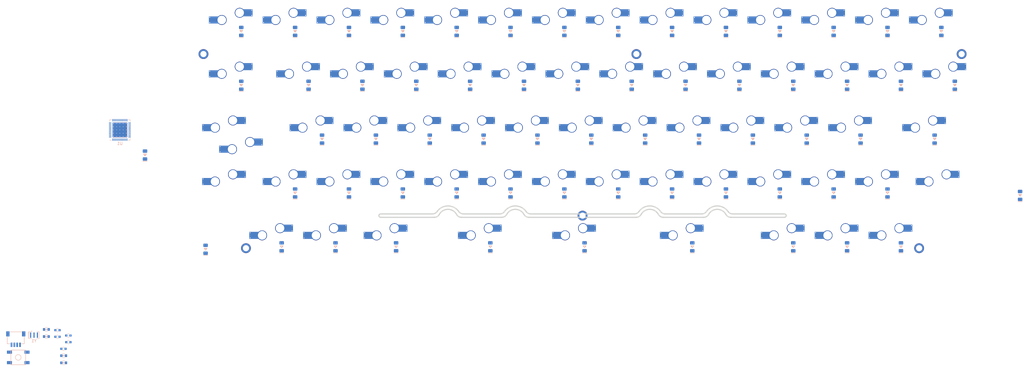
<source format=kicad_pcb>
(kicad_pcb (version 20171130) (host pcbnew "(5.1.11)-1")
  (layers (0 F.Cu signal) (31 B.Cu signal) (34 B.Paste user) (35 F.Paste user) (36 B.SilkS user) (37 F.SilkS user) (38 B.Mask user) (39 F.Mask user) (44 Edge.Cuts user))
  (net 0 "")
  (net 1 "Net-(D1-Pad2)")
  (net 2 "Net-(D1-Pad1)")
  (net 3 "Net-(D2-Pad2)")
  (net 4 "Net-(D2-Pad1)")
  (net 5 "Net-(D3-Pad2)")
  (net 6 "Net-(D3-Pad1)")
  (net 7 "Net-(D4-Pad2)")
  (net 8 "Net-(D4-Pad1)")
  (net 9 "Net-(D5-Pad2)")
  (net 10 "Net-(D5-Pad1)")
  (net 11 "Net-(D6-Pad2)")
  (net 12 "Net-(D6-Pad1)")
  (net 13 "Net-(D7-Pad2)")
  (net 14 "Net-(D7-Pad1)")
  (net 15 "Net-(D8-Pad2)")
  (net 16 "Net-(D8-Pad1)")
  (net 17 "Net-(MX1-Pad1)")
  (net 18 "Net-(D9-Pad2)")
  (net 19 "Net-(D9-Pad1)")
  (net 20 "Net-(D10-Pad2)")
  (net 21 "Net-(D10-Pad1)")
  (net 22 "Net-(D11-Pad2)")
  (net 23 "Net-(D11-Pad1)")
  (net 24 "Net-(D12-Pad2)")
  (net 25 "Net-(D12-Pad1)")
  (net 26 "Net-(D13-Pad2)")
  (net 27 "Net-(D13-Pad1)")
  (net 28 "Net-(D14-Pad2)")
  (net 29 "Net-(D14-Pad1)")
  (net 30 "Net-(D15-Pad2)")
  (net 31 "Net-(D15-Pad1)")
  (net 32 "Net-(MX10-Pad1)")
  (net 33 "Net-(MX11-Pad1)")
  (net 34 "Net-(MX13-Pad1)")
  (net 35 "Net-(D17-Pad2)")
  (net 36 "Net-(D17-Pad1)")
  (net 37 "Net-(D18-Pad2)")
  (net 38 "Net-(D18-Pad1)")
  (net 39 "Net-(D19-Pad2)")
  (net 40 "Net-(D19-Pad1)")
  (net 41 "Net-(D20-Pad2)")
  (net 42 "Net-(D20-Pad1)")
  (net 43 "Net-(D21-Pad2)")
  (net 44 "Net-(D21-Pad1)")
  (net 45 "Net-(D22-Pad2)")
  (net 46 "Net-(D22-Pad1)")
  (net 47 "Net-(D23-Pad2)")
  (net 48 "Net-(D23-Pad1)")
  (net 49 "Net-(D24-Pad2)")
  (net 50 "Net-(D24-Pad1)")
  (net 51 "Net-(D25-Pad2)")
  (net 52 "Net-(D25-Pad1)")
  (net 53 "Net-(D26-Pad2)")
  (net 54 "Net-(D26-Pad1)")
  (net 55 "Net-(D27-Pad2)")
  (net 56 "Net-(D27-Pad1)")
  (net 57 "Net-(D28-Pad2)")
  (net 58 "Net-(D28-Pad1)")
  (net 59 "Net-(D29-Pad2)")
  (net 60 "Net-(D29-Pad1)")
  (net 61 "Net-(D30-Pad2)")
  (net 62 "Net-(D30-Pad1)")
  (net 63 "Net-(MX19-Pad1)")
  (net 64 "Net-(MX21-Pad1)")
  (net 65 "Net-(MX23-Pad1)")
  (net 66 "Net-(D33-Pad2)")
  (net 67 "Net-(D33-Pad1)")
  (net 68 "Net-(D34-Pad2)")
  (net 69 "Net-(D34-Pad1)")
  (net 70 "Net-(D35-Pad2)")
  (net 71 "Net-(D35-Pad1)")
  (net 72 "Net-(D36-Pad2)")
  (net 73 "Net-(D36-Pad1)")
  (net 74 "Net-(D37-Pad2)")
  (net 75 "Net-(D37-Pad1)")
  (net 76 "Net-(D38-Pad2)")
  (net 77 "Net-(D38-Pad1)")
  (net 78 "Net-(D39-Pad2)")
  (net 79 "Net-(D39-Pad1)")
  (net 80 "Net-(D40-Pad2)")
  (net 81 "Net-(D40-Pad1)")
  (net 82 "Net-(D42-Pad2)")
  (net 83 "Net-(D42-Pad1)")
  (net 84 "Net-(D43-Pad2)")
  (net 85 "Net-(D43-Pad1)")
  (net 86 "Net-(D44-Pad2)")
  (net 87 "Net-(D44-Pad1)")
  (net 88 "Net-(D45-Pad2)")
  (net 89 "Net-(D45-Pad1)")
  (net 90 "Net-(D49-Pad2)")
  (net 91 "Net-(D49-Pad1)")
  (net 92 "Net-(D50-Pad2)")
  (net 93 "Net-(D50-Pad1)")
  (net 94 "Net-(D51-Pad2)")
  (net 95 "Net-(D51-Pad1)")
  (net 96 "Net-(D52-Pad2)")
  (net 97 "Net-(D52-Pad1)")
  (net 98 "Net-(D53-Pad2)")
  (net 99 "Net-(D53-Pad1)")
  (net 100 "Net-(D54-Pad2)")
  (net 101 "Net-(D54-Pad1)")
  (net 102 "Net-(D55-Pad2)")
  (net 103 "Net-(D55-Pad1)")
  (net 104 "Net-(D56-Pad2)")
  (net 105 "Net-(D56-Pad1)")
  (net 106 "Net-(D60-Pad2)")
  (net 107 "Net-(D60-Pad1)")
  (net 108 "Net-(D62-Pad2)")
  (net 109 "Net-(D62-Pad1)")
  (net 110 "Net-(D63-Pad2)")
  (net 111 "Net-(D63-Pad1)")
  (net 112 "Net-(D65-Pad2)")
  (net 113 "Net-(D65-Pad1)")
  (net 114 "Net-(D66-Pad2)")
  (net 115 "Net-(D66-Pad1)")
  (net 116 "Net-(D67-Pad2)")
  (net 117 "Net-(D67-Pad1)")
  (net 118 "Net-(D68-Pad2)")
  (net 119 "Net-(D68-Pad1)")
  (net 120 "Net-(U1-Pad1)")
  (net 121 "Net-(U1-Pad8)")
  (net 122 "Net-(U1-Pad9)")
  (net 123 "Net-(U1-Pad10)")
  (net 124 "Net-(U1-Pad11)")
  (net 125 "Net-(U1-Pad12)")
  (net 126 "Net-(U1-Pad16)")
  (net 127 "Net-(U1-Pad17)")
  (net 128 "Net-(U1-Pad18)")
  (net 129 "Net-(U1-Pad19)")
  (net 130 "Net-(U1-Pad20)")
  (net 131 "Net-(U1-Pad21)")
  (net 132 "Net-(U1-Pad22)")
  (net 133 "Net-(U1-Pad25)")
  (net 134 "Net-(U1-Pad26)")
  (net 135 "Net-(U1-Pad27)")
  (net 136 "Net-(U1-Pad28)")
  (net 137 "Net-(U1-Pad29)")
  (net 138 "Net-(U1-Pad30)")
  (net 139 "Net-(U1-Pad31)")
  (net 140 "Net-(U1-Pad32)")
  (net 141 "Net-(U1-Pad36)")
  (net 142 "Net-(U1-Pad37)")
  (net 143 "Net-(U1-Pad38)")
  (net 144 "Net-(U1-Pad39)")
  (net 145 "Net-(U1-Pad40)")
  (net 146 "Net-(U1-Pad41)")
  (net 147 "Net-(U1-Pad42)")
  (net 148 D+)
  (net 149 D-)
  (net 150 GND)
  (net 151 +5V)
  (net 152 "Net-(R1-Pad2)")
  (net 153 "Net-(C1-Pad1)")
  (net 154 /M+)
  (net 155 /M-)
  (net 156 "Net-(R4-Pad2)")
  (net 157 "Net-(MX12-Pad1)")
  (net 158 "Net-(MX14-Pad1)")
  (net 159 "Net-(D16-Pad2)")
  (net 160 "Net-(D16-Pad1)")
  (net 161 "Net-(MX16-Pad1)")
  (net 162 "Net-(MX17-Pad1)")
  (net 163 "Net-(MX18-Pad1)")
  (net 164 "Net-(MX20-Pad1)")
  (net 165 "Net-(MX22-Pad1)")
  (net 166 "Net-(D31-Pad2)")
  (net 167 "Net-(D31-Pad1)")
  (net 168 "Net-(D32-Pad2)")
  (net 169 "Net-(D32-Pad1)")
  (net 170 "Net-(D46-Pad2)")
  (net 171 "Net-(D46-Pad1)")
  (net 172 "Net-(D47-Pad2)")
  (net 173 "Net-(D47-Pad1)")
  (net 174 "Net-(D48-Pad2)")
  (net 175 "Net-(D48-Pad1)")
  (net 176 "Net-(D61-Pad2)")
  (net 177 "Net-(D61-Pad1)")
  (net 178 "Net-(D64-Pad2)")
  (net 179 "Net-(D64-Pad1)")
  (net 180 "Net-(MX41-Pad1)")
  (net 181 "Net-(MX41-Pad2)")
  (module MountingHole:MountingHole_2.2mm_M2_ISO7380_Pad (layer F.Cu) (at 192.88125 36.909375)
    (fp_text reference H4)
    (fp_text value MountingHole)
    (pad 1 thru_hole circle (at 0 0) (size 3.5 3.5) (drill 2.2) (layers *.Cu *.Mask))
  )
  (module MountingHole:MountingHole_2.2mm_M2_ISO7380_Pad (layer F.Cu) (at 39.735342 36.909375)
    (fp_text reference H4)
    (fp_text value MountingHole)
    (pad 1 thru_hole circle (at 0 0) (size 3.5 3.5) (drill 2.2) (layers *.Cu *.Mask))
  )
  (module MountingHole:MountingHole_2.2mm_M2_ISO7380_Pad (layer F.Cu) (at 307.928542 36.909375)
    (fp_text reference H4)
    (fp_text value MountingHole)
    (pad 1 thru_hole circle (at 0 0) (size 3.5 3.5) (drill 2.2) (layers *.Cu *.Mask))
  )
  (module MountingHole:MountingHole_2.2mm_M2_ISO7380_Pad (layer F.Cu) (at 173.83125 94.059375)
    (fp_text reference H4)
    (fp_text value MountingHole)
    (pad 1 thru_hole circle (at 0 0) (size 3.5 3.5) (drill 2.2) (layers *.Cu *.Mask))
  )
  (module MountingHole:MountingHole_2.2mm_M2_ISO7380_Pad (layer F.Cu) (at 292.89375 105.584375)
    (fp_text reference H4)
    (fp_text value MountingHole)
    (pad 1 thru_hole circle (at 0 0) (size 3.5 3.5) (drill 2.2) (layers *.Cu *.Mask))
  )
  (module MountingHole:MountingHole_2.2mm_M2_ISO7380_Pad (layer F.Cu) (at 54.76875 105.584375)
    (fp_text reference H4)
    (fp_text value MountingHole)
    (pad 1 thru_hole circle (at 0 0) (size 3.5 3.5) (drill 2.2) (layers *.Cu *.Mask))
  )
  (module MX_Only_v4:MXOnly-1.25U-Hotswap-Sawns (layer F.Cu) (at 47.625 65.484375)
    (fp_text reference MX41)
    (fp_text value 1.25U)
    (pad "" np_thru_hole circle (at 0 0) (size 3.9878 3.9878) (drill 3.9878) (layers *.Cu *.Mask))
    (pad 1 thru_hole circle (at -3.81 -2.54) (size 3.5 3.5) (drill 3) (layers *.Cu *.Mask) (net 180 "Net-(MX41-Pad1)"))
    (pad 1 thru_hole circle (at -8.0645 -1.5875) (size 0.5 0.5) (drill 0.3) (layers *.Cu *.Mask) (net 180 "Net-(MX41-Pad1)"))
    (pad 2 smd rect (at 5.207 -5.08) (size 3.82 2.5) (layers B.Cu) (net 181 "Net-(MX41-Pad2)"))
    (pad 2 thru_hole circle (at 6.8215 -4.1275) (size 0.5 0.5) (drill 0.3) (layers *.Cu *.Mask) (net 181 "Net-(MX41-Pad2)"))
    (pad 2 thru_hole circle (at 6.8215 -6.0325) (size 0.5 0.5) (drill 0.3) (layers *.Cu *.Mask) (net 181 "Net-(MX41-Pad2)"))
    (pad 2 thru_hole circle (at 2.54 -5.08) (size 3.5 3.5) (drill 3) (layers *.Cu *.Mask) (net 181 "Net-(MX41-Pad2)"))
    (pad "" np_thru_hole circle (at -5.08 0 48.0996) (size 1.75 1.75) (drill 1.75) (layers *.Cu *.Mask))
    (pad "" np_thru_hole circle (at 5.08 0 48.0996) (size 1.75 1.75) (drill 1.75) (layers *.Cu *.Mask))
    (pad 1 smd rect (at -6.45 -2.54) (size 3.82 2.5) (layers B.Cu) (net 180 "Net-(MX41-Pad1)"))
    (pad 1 thru_hole circle (at -8.0645 -3.4925) (size 0.5 0.5) (drill 0.3) (layers *.Cu *.Mask) (net 180 "Net-(MX41-Pad1)"))
  )
  (module MX_Only_v4:MXOnly-1.25U-Hotswap-Sawns (layer F.Cu) (at 104.775 103.584375)
    (fp_text reference MX57)
    (fp_text value 1.25U)
    (pad "" np_thru_hole circle (at 0 0) (size 3.9878 3.9878) (drill 3.9878) (layers *.Cu *.Mask))
    (pad 1 thru_hole circle (at -3.81 -2.54) (size 3.5 3.5) (drill 3) (layers *.Cu *.Mask) (net 163 "Net-(MX18-Pad1)"))
    (pad 1 thru_hole circle (at -8.0645 -1.5875) (size 0.5 0.5) (drill 0.3) (layers *.Cu *.Mask) (net 163 "Net-(MX18-Pad1)"))
    (pad 2 smd rect (at 5.207 -5.08) (size 3.82 2.5) (layers B.Cu) (net 108 "Net-(D62-Pad2)"))
    (pad 2 thru_hole circle (at 6.8215 -4.1275) (size 0.5 0.5) (drill 0.3) (layers *.Cu *.Mask) (net 108 "Net-(D62-Pad2)"))
    (pad 2 thru_hole circle (at 6.8215 -6.0325) (size 0.5 0.5) (drill 0.3) (layers *.Cu *.Mask) (net 108 "Net-(D62-Pad2)"))
    (pad 2 thru_hole circle (at 2.54 -5.08) (size 3.5 3.5) (drill 3) (layers *.Cu *.Mask) (net 108 "Net-(D62-Pad2)"))
    (pad "" np_thru_hole circle (at -5.08 0 48.0996) (size 1.75 1.75) (drill 1.75) (layers *.Cu *.Mask))
    (pad "" np_thru_hole circle (at 5.08 0 48.0996) (size 1.75 1.75) (drill 1.75) (layers *.Cu *.Mask))
    (pad 1 smd rect (at -6.45 -2.54) (size 3.82 2.5) (layers B.Cu) (net 163 "Net-(MX18-Pad1)"))
    (pad 1 thru_hole circle (at -8.0645 -3.4925) (size 0.5 0.5) (drill 0.3) (layers *.Cu *.Mask) (net 163 "Net-(MX18-Pad1)"))
  )
  (module MX_Only_v4:MXOnly-2.25U-Hotswap-Sawns (layer F.Cu) (at 138.1125 103.584375)
    (fp_text reference MX63)
    (fp_text value 2.25U)
    (pad "" np_thru_hole circle (at 0 0) (size 3.9878 3.9878) (drill 3.9878) (layers *.Cu *.Mask))
    (pad 1 thru_hole circle (at -3.81 -2.54) (size 3.5 3.5) (drill 3) (layers *.Cu *.Mask) (net 164 "Net-(MX20-Pad1)"))
    (pad 1 thru_hole circle (at -8.0645 -1.5875) (size 0.5 0.5) (drill 0.3) (layers *.Cu *.Mask) (net 164 "Net-(MX20-Pad1)"))
    (pad 2 smd rect (at 5.207 -5.08) (size 3.82 2.5) (layers B.Cu) (net 110 "Net-(D63-Pad2)"))
    (pad 2 thru_hole circle (at 6.8215 -4.1275) (size 0.5 0.5) (drill 0.3) (layers *.Cu *.Mask) (net 110 "Net-(D63-Pad2)"))
    (pad 2 thru_hole circle (at 6.8215 -6.0325) (size 0.5 0.5) (drill 0.3) (layers *.Cu *.Mask) (net 110 "Net-(D63-Pad2)"))
    (pad 2 thru_hole circle (at 2.54 -5.08) (size 3.5 3.5) (drill 3) (layers *.Cu *.Mask) (net 110 "Net-(D63-Pad2)"))
    (pad "" np_thru_hole circle (at -5.08 0 48.0996) (size 1.75 1.75) (drill 1.75) (layers *.Cu *.Mask))
    (pad "" np_thru_hole circle (at 5.08 0 48.0996) (size 1.75 1.75) (drill 1.75) (layers *.Cu *.Mask))
    (pad 1 smd rect (at -6.45 -2.54) (size 3.82 2.5) (layers B.Cu) (net 164 "Net-(MX20-Pad1)"))
    (pad 1 thru_hole circle (at -8.0645 -3.4925) (size 0.5 0.5) (drill 0.3) (layers *.Cu *.Mask) (net 164 "Net-(MX20-Pad1)"))
    (pad "" np_thru_hole circle (at -11.938 8.255) (size 3.9878 3.9878) (drill 3.9878) (layers *.Cu *.Mask))
    (pad "" np_thru_hole circle (at 11.938 8.255) (size 3.9878 3.9878) (drill 3.9878) (layers *.Cu *.Mask))
    (pad "" np_thru_hole circle (at -11.938 -6.985) (size 3.048 3.048) (drill 3.048) (layers *.Cu *.Mask))
    (pad "" np_thru_hole circle (at 11.938 -6.985) (size 3.048 3.048) (drill 3.048) (layers *.Cu *.Mask))
  )
  (module MX_Only_v4:MXOnly-1U-Hotswap-Sawns (layer F.Cu) (at 283.36875 103.584375)
    (fp_text reference MX68)
    (fp_text value 1U)
    (pad 1 thru_hole circle (at -8.0645 -3.4925) (size 0.5 0.5) (drill 0.3) (layers *.Cu *.Mask) (net 34 "Net-(MX13-Pad1)"))
    (pad 2 smd rect (at 5.207 -5.08) (size 3.82 2.5) (layers B.Cu) (net 118 "Net-(D68-Pad2)"))
    (pad 1 smd rect (at -6.45 -2.54) (size 3.82 2.5) (layers B.Cu) (net 34 "Net-(MX13-Pad1)"))
    (pad "" np_thru_hole circle (at 5.08 0 48.0996) (size 1.75 1.75) (drill 1.75) (layers *.Cu *.Mask))
    (pad "" np_thru_hole circle (at -5.08 0 48.0996) (size 1.75 1.75) (drill 1.75) (layers *.Cu *.Mask))
    (pad 1 thru_hole circle (at -3.81 -2.54) (size 3.5 3.5) (drill 3) (layers *.Cu *.Mask) (net 34 "Net-(MX13-Pad1)"))
    (pad "" np_thru_hole circle (at 0 0) (size 3.9878 3.9878) (drill 3.9878) (layers *.Cu *.Mask))
    (pad 2 thru_hole circle (at 2.54 -5.08) (size 3.5 3.5) (drill 3) (layers *.Cu *.Mask) (net 118 "Net-(D68-Pad2)"))
    (pad 1 thru_hole circle (at -8.0645 -1.5875) (size 0.5 0.5) (drill 0.3) (layers *.Cu *.Mask) (net 34 "Net-(MX13-Pad1)"))
    (pad 2 thru_hole circle (at 6.8215 -4.1275) (size 0.5 0.5) (drill 0.3) (layers *.Cu *.Mask) (net 118 "Net-(D68-Pad2)"))
    (pad 2 thru_hole circle (at 6.8215 -6.0325) (size 0.5 0.5) (drill 0.3) (layers *.Cu *.Mask) (net 118 "Net-(D68-Pad2)"))
  )
  (module MX_Only_v4:MXOnly-1U-Hotswap-Sawns (layer F.Cu) (at 264.31875 103.584375)
    (fp_text reference MX67)
    (fp_text value 1U)
    (pad 1 thru_hole circle (at -8.0645 -3.4925) (size 0.5 0.5) (drill 0.3) (layers *.Cu *.Mask) (net 157 "Net-(MX12-Pad1)"))
    (pad 2 smd rect (at 5.207 -5.08) (size 3.82 2.5) (layers B.Cu) (net 116 "Net-(D67-Pad2)"))
    (pad 1 smd rect (at -6.45 -2.54) (size 3.82 2.5) (layers B.Cu) (net 157 "Net-(MX12-Pad1)"))
    (pad "" np_thru_hole circle (at 5.08 0 48.0996) (size 1.75 1.75) (drill 1.75) (layers *.Cu *.Mask))
    (pad "" np_thru_hole circle (at -5.08 0 48.0996) (size 1.75 1.75) (drill 1.75) (layers *.Cu *.Mask))
    (pad 1 thru_hole circle (at -3.81 -2.54) (size 3.5 3.5) (drill 3) (layers *.Cu *.Mask) (net 157 "Net-(MX12-Pad1)"))
    (pad "" np_thru_hole circle (at 0 0) (size 3.9878 3.9878) (drill 3.9878) (layers *.Cu *.Mask))
    (pad 2 thru_hole circle (at 2.54 -5.08) (size 3.5 3.5) (drill 3) (layers *.Cu *.Mask) (net 116 "Net-(D67-Pad2)"))
    (pad 1 thru_hole circle (at -8.0645 -1.5875) (size 0.5 0.5) (drill 0.3) (layers *.Cu *.Mask) (net 157 "Net-(MX12-Pad1)"))
    (pad 2 thru_hole circle (at 6.8215 -4.1275) (size 0.5 0.5) (drill 0.3) (layers *.Cu *.Mask) (net 116 "Net-(D67-Pad2)"))
    (pad 2 thru_hole circle (at 6.8215 -6.0325) (size 0.5 0.5) (drill 0.3) (layers *.Cu *.Mask) (net 116 "Net-(D67-Pad2)"))
  )
  (module MX_Only_v4:MXOnly-1U-Hotswap-Sawns (layer F.Cu) (at 245.26875 103.584375)
    (fp_text reference MX66)
    (fp_text value 1U)
    (pad 1 thru_hole circle (at -8.0645 -3.4925) (size 0.5 0.5) (drill 0.3) (layers *.Cu *.Mask) (net 33 "Net-(MX11-Pad1)"))
    (pad 2 smd rect (at 5.207 -5.08) (size 3.82 2.5) (layers B.Cu) (net 114 "Net-(D66-Pad2)"))
    (pad 1 smd rect (at -6.45 -2.54) (size 3.82 2.5) (layers B.Cu) (net 33 "Net-(MX11-Pad1)"))
    (pad "" np_thru_hole circle (at 5.08 0 48.0996) (size 1.75 1.75) (drill 1.75) (layers *.Cu *.Mask))
    (pad "" np_thru_hole circle (at -5.08 0 48.0996) (size 1.75 1.75) (drill 1.75) (layers *.Cu *.Mask))
    (pad 1 thru_hole circle (at -3.81 -2.54) (size 3.5 3.5) (drill 3) (layers *.Cu *.Mask) (net 33 "Net-(MX11-Pad1)"))
    (pad "" np_thru_hole circle (at 0 0) (size 3.9878 3.9878) (drill 3.9878) (layers *.Cu *.Mask))
    (pad 2 thru_hole circle (at 2.54 -5.08) (size 3.5 3.5) (drill 3) (layers *.Cu *.Mask) (net 114 "Net-(D66-Pad2)"))
    (pad 1 thru_hole circle (at -8.0645 -1.5875) (size 0.5 0.5) (drill 0.3) (layers *.Cu *.Mask) (net 33 "Net-(MX11-Pad1)"))
    (pad 2 thru_hole circle (at 6.8215 -4.1275) (size 0.5 0.5) (drill 0.3) (layers *.Cu *.Mask) (net 114 "Net-(D66-Pad2)"))
    (pad 2 thru_hole circle (at 6.8215 -6.0325) (size 0.5 0.5) (drill 0.3) (layers *.Cu *.Mask) (net 114 "Net-(D66-Pad2)"))
  )
  (module MX_Only_v4:MXOnly-2.75U-Hotswap-Sawns (layer F.Cu) (at 209.55 103.584375)
    (fp_text reference MX65)
    (fp_text value 2.75U)
    (pad "" np_thru_hole circle (at 0 0) (size 3.9878 3.9878) (drill 3.9878) (layers *.Cu *.Mask))
    (pad 1 thru_hole circle (at -3.81 -2.54) (size 3.5 3.5) (drill 3) (layers *.Cu *.Mask) (net 65 "Net-(MX23-Pad1)"))
    (pad 1 thru_hole circle (at -8.0645 -1.5875) (size 0.5 0.5) (drill 0.3) (layers *.Cu *.Mask) (net 65 "Net-(MX23-Pad1)"))
    (pad 2 smd rect (at 5.207 -5.08) (size 3.82 2.5) (layers B.Cu) (net 112 "Net-(D65-Pad2)"))
    (pad 2 thru_hole circle (at 6.8215 -4.1275) (size 0.5 0.5) (drill 0.3) (layers *.Cu *.Mask) (net 112 "Net-(D65-Pad2)"))
    (pad 2 thru_hole circle (at 6.8215 -6.0325) (size 0.5 0.5) (drill 0.3) (layers *.Cu *.Mask) (net 112 "Net-(D65-Pad2)"))
    (pad 2 thru_hole circle (at 2.54 -5.08) (size 3.5 3.5) (drill 3) (layers *.Cu *.Mask) (net 112 "Net-(D65-Pad2)"))
    (pad "" np_thru_hole circle (at -5.08 0 48.0996) (size 1.75 1.75) (drill 1.75) (layers *.Cu *.Mask))
    (pad "" np_thru_hole circle (at 5.08 0 48.0996) (size 1.75 1.75) (drill 1.75) (layers *.Cu *.Mask))
    (pad 1 smd rect (at -6.45 -2.54) (size 3.82 2.5) (layers B.Cu) (net 65 "Net-(MX23-Pad1)"))
    (pad 1 thru_hole circle (at -8.0645 -3.4925) (size 0.5 0.5) (drill 0.3) (layers *.Cu *.Mask) (net 65 "Net-(MX23-Pad1)"))
    (pad "" np_thru_hole circle (at -11.938 8.255) (size 3.9878 3.9878) (drill 3.9878) (layers *.Cu *.Mask))
    (pad "" np_thru_hole circle (at 11.938 8.255) (size 3.9878 3.9878) (drill 3.9878) (layers *.Cu *.Mask))
    (pad "" np_thru_hole circle (at -11.938 -6.985) (size 3.048 3.048) (drill 3.048) (layers *.Cu *.Mask))
    (pad "" np_thru_hole circle (at 11.938 -6.985) (size 3.048 3.048) (drill 3.048) (layers *.Cu *.Mask))
  )
  (module MX_Only_v4:MXOnly-1.25U-Hotswap-Sawns (layer F.Cu) (at 171.45 103.584375)
    (fp_text reference MX64)
    (fp_text value 1.25U)
    (pad "" np_thru_hole circle (at 0 0) (size 3.9878 3.9878) (drill 3.9878) (layers *.Cu *.Mask))
    (pad 1 thru_hole circle (at -3.81 -2.54) (size 3.5 3.5) (drill 3) (layers *.Cu *.Mask) (net 64 "Net-(MX21-Pad1)"))
    (pad 1 thru_hole circle (at -8.0645 -1.5875) (size 0.5 0.5) (drill 0.3) (layers *.Cu *.Mask) (net 64 "Net-(MX21-Pad1)"))
    (pad 2 smd rect (at 5.207 -5.08) (size 3.82 2.5) (layers B.Cu) (net 178 "Net-(D64-Pad2)"))
    (pad 2 thru_hole circle (at 6.8215 -4.1275) (size 0.5 0.5) (drill 0.3) (layers *.Cu *.Mask) (net 178 "Net-(D64-Pad2)"))
    (pad 2 thru_hole circle (at 6.8215 -6.0325) (size 0.5 0.5) (drill 0.3) (layers *.Cu *.Mask) (net 178 "Net-(D64-Pad2)"))
    (pad 2 thru_hole circle (at 2.54 -5.08) (size 3.5 3.5) (drill 3) (layers *.Cu *.Mask) (net 178 "Net-(D64-Pad2)"))
    (pad "" np_thru_hole circle (at -5.08 0 48.0996) (size 1.75 1.75) (drill 1.75) (layers *.Cu *.Mask))
    (pad "" np_thru_hole circle (at 5.08 0 48.0996) (size 1.75 1.75) (drill 1.75) (layers *.Cu *.Mask))
    (pad 1 smd rect (at -6.45 -2.54) (size 3.82 2.5) (layers B.Cu) (net 64 "Net-(MX21-Pad1)"))
    (pad 1 thru_hole circle (at -8.0645 -3.4925) (size 0.5 0.5) (drill 0.3) (layers *.Cu *.Mask) (net 64 "Net-(MX21-Pad1)"))
  )
  (module MX_Only_v4:MXOnly-1U-Hotswap-Sawns (layer F.Cu) (at 83.34375 103.584375)
    (fp_text reference MX61)
    (fp_text value 1U)
    (pad 1 thru_hole circle (at -8.0645 -3.4925) (size 0.5 0.5) (drill 0.3) (layers *.Cu *.Mask) (net 162 "Net-(MX17-Pad1)"))
    (pad 2 smd rect (at 5.207 -5.08) (size 3.82 2.5) (layers B.Cu) (net 176 "Net-(D61-Pad2)"))
    (pad 1 smd rect (at -6.45 -2.54) (size 3.82 2.5) (layers B.Cu) (net 162 "Net-(MX17-Pad1)"))
    (pad "" np_thru_hole circle (at 5.08 0 48.0996) (size 1.75 1.75) (drill 1.75) (layers *.Cu *.Mask))
    (pad "" np_thru_hole circle (at -5.08 0 48.0996) (size 1.75 1.75) (drill 1.75) (layers *.Cu *.Mask))
    (pad 1 thru_hole circle (at -3.81 -2.54) (size 3.5 3.5) (drill 3) (layers *.Cu *.Mask) (net 162 "Net-(MX17-Pad1)"))
    (pad "" np_thru_hole circle (at 0 0) (size 3.9878 3.9878) (drill 3.9878) (layers *.Cu *.Mask))
    (pad 2 thru_hole circle (at 2.54 -5.08) (size 3.5 3.5) (drill 3) (layers *.Cu *.Mask) (net 176 "Net-(D61-Pad2)"))
    (pad 1 thru_hole circle (at -8.0645 -1.5875) (size 0.5 0.5) (drill 0.3) (layers *.Cu *.Mask) (net 162 "Net-(MX17-Pad1)"))
    (pad 2 thru_hole circle (at 6.8215 -4.1275) (size 0.5 0.5) (drill 0.3) (layers *.Cu *.Mask) (net 176 "Net-(D61-Pad2)"))
    (pad 2 thru_hole circle (at 6.8215 -6.0325) (size 0.5 0.5) (drill 0.3) (layers *.Cu *.Mask) (net 176 "Net-(D61-Pad2)"))
  )
  (module MX_Only_v4:MXOnly-1U-Hotswap-Sawns (layer F.Cu) (at 64.29375 103.584375)
    (fp_text reference MX60)
    (fp_text value 1U)
    (pad 1 thru_hole circle (at -8.0645 -3.4925) (size 0.5 0.5) (drill 0.3) (layers *.Cu *.Mask) (net 161 "Net-(MX16-Pad1)"))
    (pad 2 smd rect (at 5.207 -5.08) (size 3.82 2.5) (layers B.Cu) (net 106 "Net-(D60-Pad2)"))
    (pad 1 smd rect (at -6.45 -2.54) (size 3.82 2.5) (layers B.Cu) (net 161 "Net-(MX16-Pad1)"))
    (pad "" np_thru_hole circle (at 5.08 0 48.0996) (size 1.75 1.75) (drill 1.75) (layers *.Cu *.Mask))
    (pad "" np_thru_hole circle (at -5.08 0 48.0996) (size 1.75 1.75) (drill 1.75) (layers *.Cu *.Mask))
    (pad 1 thru_hole circle (at -3.81 -2.54) (size 3.5 3.5) (drill 3) (layers *.Cu *.Mask) (net 161 "Net-(MX16-Pad1)"))
    (pad "" np_thru_hole circle (at 0 0) (size 3.9878 3.9878) (drill 3.9878) (layers *.Cu *.Mask))
    (pad 2 thru_hole circle (at 2.54 -5.08) (size 3.5 3.5) (drill 3) (layers *.Cu *.Mask) (net 106 "Net-(D60-Pad2)"))
    (pad 1 thru_hole circle (at -8.0645 -1.5875) (size 0.5 0.5) (drill 0.3) (layers *.Cu *.Mask) (net 161 "Net-(MX16-Pad1)"))
    (pad 2 thru_hole circle (at 6.8215 -4.1275) (size 0.5 0.5) (drill 0.3) (layers *.Cu *.Mask) (net 106 "Net-(D60-Pad2)"))
    (pad 2 thru_hole circle (at 6.8215 -6.0325) (size 0.5 0.5) (drill 0.3) (layers *.Cu *.Mask) (net 106 "Net-(D60-Pad2)"))
  )
  (module sanproject-keyboard-part:DIODE_1206_SawnsProjects (layer B.Cu) (at 286.46775 105.084375 90)
    (fp_text reference D68)
    (fp_text value 1N4148W)
    (pad 2 smd roundrect (at 1.4 0 90) (size 1.2 1.6) (layers B.Cu B.Paste B.Mask) (roundrect_rratio 0.2) (net 118 "Net-(D68-Pad2)"))
    (pad 1 smd roundrect (at -1.4 0 90) (size 1.2 1.6) (layers B.Cu B.Paste B.Mask) (roundrect_rratio 0.2) (net 119 "Net-(D68-Pad1)"))
  )
  (module sanproject-keyboard-part:DIODE_1206_SawnsProjects (layer B.Cu) (at 267.41775 105.084375 90)
    (fp_text reference D67)
    (fp_text value 1N4148W)
    (pad 2 smd roundrect (at 1.4 0 90) (size 1.2 1.6) (layers B.Cu B.Paste B.Mask) (roundrect_rratio 0.2) (net 116 "Net-(D67-Pad2)"))
    (pad 1 smd roundrect (at -1.4 0 90) (size 1.2 1.6) (layers B.Cu B.Paste B.Mask) (roundrect_rratio 0.2) (net 117 "Net-(D67-Pad1)"))
  )
  (module sanproject-keyboard-part:DIODE_1206_SawnsProjects (layer B.Cu) (at 248.36775 105.084375 90)
    (fp_text reference D66)
    (fp_text value 1N4148W)
    (pad 2 smd roundrect (at 1.4 0 90) (size 1.2 1.6) (layers B.Cu B.Paste B.Mask) (roundrect_rratio 0.2) (net 114 "Net-(D66-Pad2)"))
    (pad 1 smd roundrect (at -1.4 0 90) (size 1.2 1.6) (layers B.Cu B.Paste B.Mask) (roundrect_rratio 0.2) (net 115 "Net-(D66-Pad1)"))
  )
  (module sanproject-keyboard-part:DIODE_1206_SawnsProjects (layer B.Cu) (at 212.649 105.084375 90)
    (fp_text reference D65)
    (fp_text value 1N4148W)
    (pad 2 smd roundrect (at 1.4 0 90) (size 1.2 1.6) (layers B.Cu B.Paste B.Mask) (roundrect_rratio 0.2) (net 112 "Net-(D65-Pad2)"))
    (pad 1 smd roundrect (at -1.4 0 90) (size 1.2 1.6) (layers B.Cu B.Paste B.Mask) (roundrect_rratio 0.2) (net 113 "Net-(D65-Pad1)"))
  )
  (module sanproject-keyboard-part:DIODE_1206_SawnsProjects (layer B.Cu) (at 174.549 105.084375 90)
    (fp_text reference D64)
    (fp_text value 1N4148W)
    (pad 2 smd roundrect (at 1.4 0 90) (size 1.2 1.6) (layers B.Cu B.Paste B.Mask) (roundrect_rratio 0.2) (net 178 "Net-(D64-Pad2)"))
    (pad 1 smd roundrect (at -1.4 0 90) (size 1.2 1.6) (layers B.Cu B.Paste B.Mask) (roundrect_rratio 0.2) (net 179 "Net-(D64-Pad1)"))
  )
  (module sanproject-keyboard-part:DIODE_1206_SawnsProjects (layer B.Cu) (at 141.2115 105.084375 90)
    (fp_text reference D63)
    (fp_text value 1N4148W)
    (pad 2 smd roundrect (at 1.4 0 90) (size 1.2 1.6) (layers B.Cu B.Paste B.Mask) (roundrect_rratio 0.2) (net 110 "Net-(D63-Pad2)"))
    (pad 1 smd roundrect (at -1.4 0 90) (size 1.2 1.6) (layers B.Cu B.Paste B.Mask) (roundrect_rratio 0.2) (net 111 "Net-(D63-Pad1)"))
  )
  (module sanproject-keyboard-part:DIODE_1206_SawnsProjects (layer B.Cu) (at 107.874 105.084375 90)
    (fp_text reference D62)
    (fp_text value 1N4148W)
    (pad 2 smd roundrect (at 1.4 0 90) (size 1.2 1.6) (layers B.Cu B.Paste B.Mask) (roundrect_rratio 0.2) (net 108 "Net-(D62-Pad2)"))
    (pad 1 smd roundrect (at -1.4 0 90) (size 1.2 1.6) (layers B.Cu B.Paste B.Mask) (roundrect_rratio 0.2) (net 109 "Net-(D62-Pad1)"))
  )
  (module sanproject-keyboard-part:DIODE_1206_SawnsProjects (layer B.Cu) (at 86.44275 105.084375 90)
    (fp_text reference D61)
    (fp_text value 1N4148W)
    (pad 2 smd roundrect (at 1.4 0 90) (size 1.2 1.6) (layers B.Cu B.Paste B.Mask) (roundrect_rratio 0.2) (net 176 "Net-(D61-Pad2)"))
    (pad 1 smd roundrect (at -1.4 0 90) (size 1.2 1.6) (layers B.Cu B.Paste B.Mask) (roundrect_rratio 0.2) (net 177 "Net-(D61-Pad1)"))
  )
  (module sanproject-keyboard-part:DIODE_1206_SawnsProjects (layer B.Cu) (at 67.39275 105.084375 90)
    (fp_text reference D60)
    (fp_text value 1N4148W)
    (pad 2 smd roundrect (at 1.4 0 90) (size 1.2 1.6) (layers B.Cu B.Paste B.Mask) (roundrect_rratio 0.2) (net 106 "Net-(D60-Pad2)"))
    (pad 1 smd roundrect (at -1.4 0 90) (size 1.2 1.6) (layers B.Cu B.Paste B.Mask) (roundrect_rratio 0.2) (net 107 "Net-(D60-Pad1)"))
  )
  (module MX_Only_v4:MXOnly-1.25U-Hotswap-Sawns (layer F.Cu) (at 300.0375 84.534375)
    (fp_text reference MX56)
    (fp_text value 1.25U)
    (pad "" np_thru_hole circle (at 0 0) (size 3.9878 3.9878) (drill 3.9878) (layers *.Cu *.Mask))
    (pad 1 thru_hole circle (at -3.81 -2.54) (size 3.5 3.5) (drill 3) (layers *.Cu *.Mask) (net 158 "Net-(MX14-Pad1)"))
    (pad 1 thru_hole circle (at -8.0645 -1.5875) (size 0.5 0.5) (drill 0.3) (layers *.Cu *.Mask) (net 158 "Net-(MX14-Pad1)"))
    (pad 2 smd rect (at 5.207 -5.08) (size 3.82 2.5) (layers B.Cu) (net 104 "Net-(D56-Pad2)"))
    (pad 2 thru_hole circle (at 6.8215 -4.1275) (size 0.5 0.5) (drill 0.3) (layers *.Cu *.Mask) (net 104 "Net-(D56-Pad2)"))
    (pad 2 thru_hole circle (at 6.8215 -6.0325) (size 0.5 0.5) (drill 0.3) (layers *.Cu *.Mask) (net 104 "Net-(D56-Pad2)"))
    (pad 2 thru_hole circle (at 2.54 -5.08) (size 3.5 3.5) (drill 3) (layers *.Cu *.Mask) (net 104 "Net-(D56-Pad2)"))
    (pad "" np_thru_hole circle (at -5.08 0 48.0996) (size 1.75 1.75) (drill 1.75) (layers *.Cu *.Mask))
    (pad "" np_thru_hole circle (at 5.08 0 48.0996) (size 1.75 1.75) (drill 1.75) (layers *.Cu *.Mask))
    (pad 1 smd rect (at -6.45 -2.54) (size 3.82 2.5) (layers B.Cu) (net 158 "Net-(MX14-Pad1)"))
    (pad 1 thru_hole circle (at -8.0645 -3.4925) (size 0.5 0.5) (drill 0.3) (layers *.Cu *.Mask) (net 158 "Net-(MX14-Pad1)"))
  )
  (module MX_Only_v4:MXOnly-1U-Hotswap-Sawns (layer F.Cu) (at 278.60625 84.534375)
    (fp_text reference MX55)
    (fp_text value 1U)
    (pad 1 thru_hole circle (at -8.0645 -3.4925) (size 0.5 0.5) (drill 0.3) (layers *.Cu *.Mask) (net 34 "Net-(MX13-Pad1)"))
    (pad 2 smd rect (at 5.207 -5.08) (size 3.82 2.5) (layers B.Cu) (net 102 "Net-(D55-Pad2)"))
    (pad 1 smd rect (at -6.45 -2.54) (size 3.82 2.5) (layers B.Cu) (net 34 "Net-(MX13-Pad1)"))
    (pad "" np_thru_hole circle (at 5.08 0 48.0996) (size 1.75 1.75) (drill 1.75) (layers *.Cu *.Mask))
    (pad "" np_thru_hole circle (at -5.08 0 48.0996) (size 1.75 1.75) (drill 1.75) (layers *.Cu *.Mask))
    (pad 1 thru_hole circle (at -3.81 -2.54) (size 3.5 3.5) (drill 3) (layers *.Cu *.Mask) (net 34 "Net-(MX13-Pad1)"))
    (pad "" np_thru_hole circle (at 0 0) (size 3.9878 3.9878) (drill 3.9878) (layers *.Cu *.Mask))
    (pad 2 thru_hole circle (at 2.54 -5.08) (size 3.5 3.5) (drill 3) (layers *.Cu *.Mask) (net 102 "Net-(D55-Pad2)"))
    (pad 1 thru_hole circle (at -8.0645 -1.5875) (size 0.5 0.5) (drill 0.3) (layers *.Cu *.Mask) (net 34 "Net-(MX13-Pad1)"))
    (pad 2 thru_hole circle (at 6.8215 -4.1275) (size 0.5 0.5) (drill 0.3) (layers *.Cu *.Mask) (net 102 "Net-(D55-Pad2)"))
    (pad 2 thru_hole circle (at 6.8215 -6.0325) (size 0.5 0.5) (drill 0.3) (layers *.Cu *.Mask) (net 102 "Net-(D55-Pad2)"))
  )
  (module MX_Only_v4:MXOnly-1U-Hotswap-Sawns (layer F.Cu) (at 259.55625 84.534375)
    (fp_text reference MX54)
    (fp_text value 1U)
    (pad 1 thru_hole circle (at -8.0645 -3.4925) (size 0.5 0.5) (drill 0.3) (layers *.Cu *.Mask) (net 157 "Net-(MX12-Pad1)"))
    (pad 2 smd rect (at 5.207 -5.08) (size 3.82 2.5) (layers B.Cu) (net 100 "Net-(D54-Pad2)"))
    (pad 1 smd rect (at -6.45 -2.54) (size 3.82 2.5) (layers B.Cu) (net 157 "Net-(MX12-Pad1)"))
    (pad "" np_thru_hole circle (at 5.08 0 48.0996) (size 1.75 1.75) (drill 1.75) (layers *.Cu *.Mask))
    (pad "" np_thru_hole circle (at -5.08 0 48.0996) (size 1.75 1.75) (drill 1.75) (layers *.Cu *.Mask))
    (pad 1 thru_hole circle (at -3.81 -2.54) (size 3.5 3.5) (drill 3) (layers *.Cu *.Mask) (net 157 "Net-(MX12-Pad1)"))
    (pad "" np_thru_hole circle (at 0 0) (size 3.9878 3.9878) (drill 3.9878) (layers *.Cu *.Mask))
    (pad 2 thru_hole circle (at 2.54 -5.08) (size 3.5 3.5) (drill 3) (layers *.Cu *.Mask) (net 100 "Net-(D54-Pad2)"))
    (pad 1 thru_hole circle (at -8.0645 -1.5875) (size 0.5 0.5) (drill 0.3) (layers *.Cu *.Mask) (net 157 "Net-(MX12-Pad1)"))
    (pad 2 thru_hole circle (at 6.8215 -4.1275) (size 0.5 0.5) (drill 0.3) (layers *.Cu *.Mask) (net 100 "Net-(D54-Pad2)"))
    (pad 2 thru_hole circle (at 6.8215 -6.0325) (size 0.5 0.5) (drill 0.3) (layers *.Cu *.Mask) (net 100 "Net-(D54-Pad2)"))
  )
  (module MX_Only_v4:MXOnly-1U-Hotswap-Sawns (layer F.Cu) (at 240.50625 84.534375)
    (fp_text reference MX53)
    (fp_text value 1U)
    (pad 1 thru_hole circle (at -8.0645 -3.4925) (size 0.5 0.5) (drill 0.3) (layers *.Cu *.Mask) (net 33 "Net-(MX11-Pad1)"))
    (pad 2 smd rect (at 5.207 -5.08) (size 3.82 2.5) (layers B.Cu) (net 98 "Net-(D53-Pad2)"))
    (pad 1 smd rect (at -6.45 -2.54) (size 3.82 2.5) (layers B.Cu) (net 33 "Net-(MX11-Pad1)"))
    (pad "" np_thru_hole circle (at 5.08 0 48.0996) (size 1.75 1.75) (drill 1.75) (layers *.Cu *.Mask))
    (pad "" np_thru_hole circle (at -5.08 0 48.0996) (size 1.75 1.75) (drill 1.75) (layers *.Cu *.Mask))
    (pad 1 thru_hole circle (at -3.81 -2.54) (size 3.5 3.5) (drill 3) (layers *.Cu *.Mask) (net 33 "Net-(MX11-Pad1)"))
    (pad "" np_thru_hole circle (at 0 0) (size 3.9878 3.9878) (drill 3.9878) (layers *.Cu *.Mask))
    (pad 2 thru_hole circle (at 2.54 -5.08) (size 3.5 3.5) (drill 3) (layers *.Cu *.Mask) (net 98 "Net-(D53-Pad2)"))
    (pad 1 thru_hole circle (at -8.0645 -1.5875) (size 0.5 0.5) (drill 0.3) (layers *.Cu *.Mask) (net 33 "Net-(MX11-Pad1)"))
    (pad 2 thru_hole circle (at 6.8215 -4.1275) (size 0.5 0.5) (drill 0.3) (layers *.Cu *.Mask) (net 98 "Net-(D53-Pad2)"))
    (pad 2 thru_hole circle (at 6.8215 -6.0325) (size 0.5 0.5) (drill 0.3) (layers *.Cu *.Mask) (net 98 "Net-(D53-Pad2)"))
  )
  (module MX_Only_v4:MXOnly-1U-Hotswap-Sawns (layer F.Cu) (at 221.45625 84.534375)
    (fp_text reference MX52)
    (fp_text value 1U)
    (pad 1 thru_hole circle (at -8.0645 -3.4925) (size 0.5 0.5) (drill 0.3) (layers *.Cu *.Mask) (net 32 "Net-(MX10-Pad1)"))
    (pad 2 smd rect (at 5.207 -5.08) (size 3.82 2.5) (layers B.Cu) (net 96 "Net-(D52-Pad2)"))
    (pad 1 smd rect (at -6.45 -2.54) (size 3.82 2.5) (layers B.Cu) (net 32 "Net-(MX10-Pad1)"))
    (pad "" np_thru_hole circle (at 5.08 0 48.0996) (size 1.75 1.75) (drill 1.75) (layers *.Cu *.Mask))
    (pad "" np_thru_hole circle (at -5.08 0 48.0996) (size 1.75 1.75) (drill 1.75) (layers *.Cu *.Mask))
    (pad 1 thru_hole circle (at -3.81 -2.54) (size 3.5 3.5) (drill 3) (layers *.Cu *.Mask) (net 32 "Net-(MX10-Pad1)"))
    (pad "" np_thru_hole circle (at 0 0) (size 3.9878 3.9878) (drill 3.9878) (layers *.Cu *.Mask))
    (pad 2 thru_hole circle (at 2.54 -5.08) (size 3.5 3.5) (drill 3) (layers *.Cu *.Mask) (net 96 "Net-(D52-Pad2)"))
    (pad 1 thru_hole circle (at -8.0645 -1.5875) (size 0.5 0.5) (drill 0.3) (layers *.Cu *.Mask) (net 32 "Net-(MX10-Pad1)"))
    (pad 2 thru_hole circle (at 6.8215 -4.1275) (size 0.5 0.5) (drill 0.3) (layers *.Cu *.Mask) (net 96 "Net-(D52-Pad2)"))
    (pad 2 thru_hole circle (at 6.8215 -6.0325) (size 0.5 0.5) (drill 0.3) (layers *.Cu *.Mask) (net 96 "Net-(D52-Pad2)"))
  )
  (module MX_Only_v4:MXOnly-1U-Hotswap-Sawns (layer F.Cu) (at 202.40625 84.534375)
    (fp_text reference MX51)
    (fp_text value 1U)
    (pad 1 thru_hole circle (at -8.0645 -3.4925) (size 0.5 0.5) (drill 0.3) (layers *.Cu *.Mask) (net 65 "Net-(MX23-Pad1)"))
    (pad 2 smd rect (at 5.207 -5.08) (size 3.82 2.5) (layers B.Cu) (net 94 "Net-(D51-Pad2)"))
    (pad 1 smd rect (at -6.45 -2.54) (size 3.82 2.5) (layers B.Cu) (net 65 "Net-(MX23-Pad1)"))
    (pad "" np_thru_hole circle (at 5.08 0 48.0996) (size 1.75 1.75) (drill 1.75) (layers *.Cu *.Mask))
    (pad "" np_thru_hole circle (at -5.08 0 48.0996) (size 1.75 1.75) (drill 1.75) (layers *.Cu *.Mask))
    (pad 1 thru_hole circle (at -3.81 -2.54) (size 3.5 3.5) (drill 3) (layers *.Cu *.Mask) (net 65 "Net-(MX23-Pad1)"))
    (pad "" np_thru_hole circle (at 0 0) (size 3.9878 3.9878) (drill 3.9878) (layers *.Cu *.Mask))
    (pad 2 thru_hole circle (at 2.54 -5.08) (size 3.5 3.5) (drill 3) (layers *.Cu *.Mask) (net 94 "Net-(D51-Pad2)"))
    (pad 1 thru_hole circle (at -8.0645 -1.5875) (size 0.5 0.5) (drill 0.3) (layers *.Cu *.Mask) (net 65 "Net-(MX23-Pad1)"))
    (pad 2 thru_hole circle (at 6.8215 -4.1275) (size 0.5 0.5) (drill 0.3) (layers *.Cu *.Mask) (net 94 "Net-(D51-Pad2)"))
    (pad 2 thru_hole circle (at 6.8215 -6.0325) (size 0.5 0.5) (drill 0.3) (layers *.Cu *.Mask) (net 94 "Net-(D51-Pad2)"))
  )
  (module MX_Only_v4:MXOnly-1U-Hotswap-Sawns (layer F.Cu) (at 183.35625 84.534375)
    (fp_text reference MX50)
    (fp_text value 1U)
    (pad 1 thru_hole circle (at -8.0645 -3.4925) (size 0.5 0.5) (drill 0.3) (layers *.Cu *.Mask) (net 165 "Net-(MX22-Pad1)"))
    (pad 2 smd rect (at 5.207 -5.08) (size 3.82 2.5) (layers B.Cu) (net 92 "Net-(D50-Pad2)"))
    (pad 1 smd rect (at -6.45 -2.54) (size 3.82 2.5) (layers B.Cu) (net 165 "Net-(MX22-Pad1)"))
    (pad "" np_thru_hole circle (at 5.08 0 48.0996) (size 1.75 1.75) (drill 1.75) (layers *.Cu *.Mask))
    (pad "" np_thru_hole circle (at -5.08 0 48.0996) (size 1.75 1.75) (drill 1.75) (layers *.Cu *.Mask))
    (pad 1 thru_hole circle (at -3.81 -2.54) (size 3.5 3.5) (drill 3) (layers *.Cu *.Mask) (net 165 "Net-(MX22-Pad1)"))
    (pad "" np_thru_hole circle (at 0 0) (size 3.9878 3.9878) (drill 3.9878) (layers *.Cu *.Mask))
    (pad 2 thru_hole circle (at 2.54 -5.08) (size 3.5 3.5) (drill 3) (layers *.Cu *.Mask) (net 92 "Net-(D50-Pad2)"))
    (pad 1 thru_hole circle (at -8.0645 -1.5875) (size 0.5 0.5) (drill 0.3) (layers *.Cu *.Mask) (net 165 "Net-(MX22-Pad1)"))
    (pad 2 thru_hole circle (at 6.8215 -4.1275) (size 0.5 0.5) (drill 0.3) (layers *.Cu *.Mask) (net 92 "Net-(D50-Pad2)"))
    (pad 2 thru_hole circle (at 6.8215 -6.0325) (size 0.5 0.5) (drill 0.3) (layers *.Cu *.Mask) (net 92 "Net-(D50-Pad2)"))
  )
  (module MX_Only_v4:MXOnly-1U-Hotswap-Sawns (layer F.Cu) (at 164.30625 84.534375)
    (fp_text reference MX49)
    (fp_text value 1U)
    (pad 1 thru_hole circle (at -8.0645 -3.4925) (size 0.5 0.5) (drill 0.3) (layers *.Cu *.Mask) (net 64 "Net-(MX21-Pad1)"))
    (pad 2 smd rect (at 5.207 -5.08) (size 3.82 2.5) (layers B.Cu) (net 90 "Net-(D49-Pad2)"))
    (pad 1 smd rect (at -6.45 -2.54) (size 3.82 2.5) (layers B.Cu) (net 64 "Net-(MX21-Pad1)"))
    (pad "" np_thru_hole circle (at 5.08 0 48.0996) (size 1.75 1.75) (drill 1.75) (layers *.Cu *.Mask))
    (pad "" np_thru_hole circle (at -5.08 0 48.0996) (size 1.75 1.75) (drill 1.75) (layers *.Cu *.Mask))
    (pad 1 thru_hole circle (at -3.81 -2.54) (size 3.5 3.5) (drill 3) (layers *.Cu *.Mask) (net 64 "Net-(MX21-Pad1)"))
    (pad "" np_thru_hole circle (at 0 0) (size 3.9878 3.9878) (drill 3.9878) (layers *.Cu *.Mask))
    (pad 2 thru_hole circle (at 2.54 -5.08) (size 3.5 3.5) (drill 3) (layers *.Cu *.Mask) (net 90 "Net-(D49-Pad2)"))
    (pad 1 thru_hole circle (at -8.0645 -1.5875) (size 0.5 0.5) (drill 0.3) (layers *.Cu *.Mask) (net 64 "Net-(MX21-Pad1)"))
    (pad 2 thru_hole circle (at 6.8215 -4.1275) (size 0.5 0.5) (drill 0.3) (layers *.Cu *.Mask) (net 90 "Net-(D49-Pad2)"))
    (pad 2 thru_hole circle (at 6.8215 -6.0325) (size 0.5 0.5) (drill 0.3) (layers *.Cu *.Mask) (net 90 "Net-(D49-Pad2)"))
  )
  (module MX_Only_v4:MXOnly-1U-Hotswap-Sawns (layer F.Cu) (at 145.25625 84.534375)
    (fp_text reference MX48)
    (fp_text value 1U)
    (pad 1 thru_hole circle (at -8.0645 -3.4925) (size 0.5 0.5) (drill 0.3) (layers *.Cu *.Mask) (net 164 "Net-(MX20-Pad1)"))
    (pad 2 smd rect (at 5.207 -5.08) (size 3.82 2.5) (layers B.Cu) (net 174 "Net-(D48-Pad2)"))
    (pad 1 smd rect (at -6.45 -2.54) (size 3.82 2.5) (layers B.Cu) (net 164 "Net-(MX20-Pad1)"))
    (pad "" np_thru_hole circle (at 5.08 0 48.0996) (size 1.75 1.75) (drill 1.75) (layers *.Cu *.Mask))
    (pad "" np_thru_hole circle (at -5.08 0 48.0996) (size 1.75 1.75) (drill 1.75) (layers *.Cu *.Mask))
    (pad 1 thru_hole circle (at -3.81 -2.54) (size 3.5 3.5) (drill 3) (layers *.Cu *.Mask) (net 164 "Net-(MX20-Pad1)"))
    (pad "" np_thru_hole circle (at 0 0) (size 3.9878 3.9878) (drill 3.9878) (layers *.Cu *.Mask))
    (pad 2 thru_hole circle (at 2.54 -5.08) (size 3.5 3.5) (drill 3) (layers *.Cu *.Mask) (net 174 "Net-(D48-Pad2)"))
    (pad 1 thru_hole circle (at -8.0645 -1.5875) (size 0.5 0.5) (drill 0.3) (layers *.Cu *.Mask) (net 164 "Net-(MX20-Pad1)"))
    (pad 2 thru_hole circle (at 6.8215 -4.1275) (size 0.5 0.5) (drill 0.3) (layers *.Cu *.Mask) (net 174 "Net-(D48-Pad2)"))
    (pad 2 thru_hole circle (at 6.8215 -6.0325) (size 0.5 0.5) (drill 0.3) (layers *.Cu *.Mask) (net 174 "Net-(D48-Pad2)"))
  )
  (module MX_Only_v4:MXOnly-1U-Hotswap-Sawns (layer F.Cu) (at 126.20625 84.534375)
    (fp_text reference MX47)
    (fp_text value 1U)
    (pad 1 thru_hole circle (at -8.0645 -3.4925) (size 0.5 0.5) (drill 0.3) (layers *.Cu *.Mask) (net 63 "Net-(MX19-Pad1)"))
    (pad 2 smd rect (at 5.207 -5.08) (size 3.82 2.5) (layers B.Cu) (net 172 "Net-(D47-Pad2)"))
    (pad 1 smd rect (at -6.45 -2.54) (size 3.82 2.5) (layers B.Cu) (net 63 "Net-(MX19-Pad1)"))
    (pad "" np_thru_hole circle (at 5.08 0 48.0996) (size 1.75 1.75) (drill 1.75) (layers *.Cu *.Mask))
    (pad "" np_thru_hole circle (at -5.08 0 48.0996) (size 1.75 1.75) (drill 1.75) (layers *.Cu *.Mask))
    (pad 1 thru_hole circle (at -3.81 -2.54) (size 3.5 3.5) (drill 3) (layers *.Cu *.Mask) (net 63 "Net-(MX19-Pad1)"))
    (pad "" np_thru_hole circle (at 0 0) (size 3.9878 3.9878) (drill 3.9878) (layers *.Cu *.Mask))
    (pad 2 thru_hole circle (at 2.54 -5.08) (size 3.5 3.5) (drill 3) (layers *.Cu *.Mask) (net 172 "Net-(D47-Pad2)"))
    (pad 1 thru_hole circle (at -8.0645 -1.5875) (size 0.5 0.5) (drill 0.3) (layers *.Cu *.Mask) (net 63 "Net-(MX19-Pad1)"))
    (pad 2 thru_hole circle (at 6.8215 -4.1275) (size 0.5 0.5) (drill 0.3) (layers *.Cu *.Mask) (net 172 "Net-(D47-Pad2)"))
    (pad 2 thru_hole circle (at 6.8215 -6.0325) (size 0.5 0.5) (drill 0.3) (layers *.Cu *.Mask) (net 172 "Net-(D47-Pad2)"))
  )
  (module MX_Only_v4:MXOnly-1U-Hotswap-Sawns (layer F.Cu) (at 107.15625 84.534375)
    (fp_text reference MX46)
    (fp_text value 1U)
    (pad 1 thru_hole circle (at -8.0645 -3.4925) (size 0.5 0.5) (drill 0.3) (layers *.Cu *.Mask) (net 163 "Net-(MX18-Pad1)"))
    (pad 2 smd rect (at 5.207 -5.08) (size 3.82 2.5) (layers B.Cu) (net 170 "Net-(D46-Pad2)"))
    (pad 1 smd rect (at -6.45 -2.54) (size 3.82 2.5) (layers B.Cu) (net 163 "Net-(MX18-Pad1)"))
    (pad "" np_thru_hole circle (at 5.08 0 48.0996) (size 1.75 1.75) (drill 1.75) (layers *.Cu *.Mask))
    (pad "" np_thru_hole circle (at -5.08 0 48.0996) (size 1.75 1.75) (drill 1.75) (layers *.Cu *.Mask))
    (pad 1 thru_hole circle (at -3.81 -2.54) (size 3.5 3.5) (drill 3) (layers *.Cu *.Mask) (net 163 "Net-(MX18-Pad1)"))
    (pad "" np_thru_hole circle (at 0 0) (size 3.9878 3.9878) (drill 3.9878) (layers *.Cu *.Mask))
    (pad 2 thru_hole circle (at 2.54 -5.08) (size 3.5 3.5) (drill 3) (layers *.Cu *.Mask) (net 170 "Net-(D46-Pad2)"))
    (pad 1 thru_hole circle (at -8.0645 -1.5875) (size 0.5 0.5) (drill 0.3) (layers *.Cu *.Mask) (net 163 "Net-(MX18-Pad1)"))
    (pad 2 thru_hole circle (at 6.8215 -4.1275) (size 0.5 0.5) (drill 0.3) (layers *.Cu *.Mask) (net 170 "Net-(D46-Pad2)"))
    (pad 2 thru_hole circle (at 6.8215 -6.0325) (size 0.5 0.5) (drill 0.3) (layers *.Cu *.Mask) (net 170 "Net-(D46-Pad2)"))
  )
  (module MX_Only_v4:MXOnly-1U-Hotswap-Sawns (layer F.Cu) (at 88.10625 84.534375)
    (fp_text reference MX45)
    (fp_text value 1U)
    (pad 1 thru_hole circle (at -8.0645 -3.4925) (size 0.5 0.5) (drill 0.3) (layers *.Cu *.Mask) (net 162 "Net-(MX17-Pad1)"))
    (pad 2 smd rect (at 5.207 -5.08) (size 3.82 2.5) (layers B.Cu) (net 88 "Net-(D45-Pad2)"))
    (pad 1 smd rect (at -6.45 -2.54) (size 3.82 2.5) (layers B.Cu) (net 162 "Net-(MX17-Pad1)"))
    (pad "" np_thru_hole circle (at 5.08 0 48.0996) (size 1.75 1.75) (drill 1.75) (layers *.Cu *.Mask))
    (pad "" np_thru_hole circle (at -5.08 0 48.0996) (size 1.75 1.75) (drill 1.75) (layers *.Cu *.Mask))
    (pad 1 thru_hole circle (at -3.81 -2.54) (size 3.5 3.5) (drill 3) (layers *.Cu *.Mask) (net 162 "Net-(MX17-Pad1)"))
    (pad "" np_thru_hole circle (at 0 0) (size 3.9878 3.9878) (drill 3.9878) (layers *.Cu *.Mask))
    (pad 2 thru_hole circle (at 2.54 -5.08) (size 3.5 3.5) (drill 3) (layers *.Cu *.Mask) (net 88 "Net-(D45-Pad2)"))
    (pad 1 thru_hole circle (at -8.0645 -1.5875) (size 0.5 0.5) (drill 0.3) (layers *.Cu *.Mask) (net 162 "Net-(MX17-Pad1)"))
    (pad 2 thru_hole circle (at 6.8215 -4.1275) (size 0.5 0.5) (drill 0.3) (layers *.Cu *.Mask) (net 88 "Net-(D45-Pad2)"))
    (pad 2 thru_hole circle (at 6.8215 -6.0325) (size 0.5 0.5) (drill 0.3) (layers *.Cu *.Mask) (net 88 "Net-(D45-Pad2)"))
  )
  (module MX_Only_v4:MXOnly-1U-Hotswap-Sawns (layer F.Cu) (at 69.05625 84.534375)
    (fp_text reference MX44)
    (fp_text value 1U)
    (pad 1 thru_hole circle (at -8.0645 -3.4925) (size 0.5 0.5) (drill 0.3) (layers *.Cu *.Mask) (net 161 "Net-(MX16-Pad1)"))
    (pad 2 smd rect (at 5.207 -5.08) (size 3.82 2.5) (layers B.Cu) (net 86 "Net-(D44-Pad2)"))
    (pad 1 smd rect (at -6.45 -2.54) (size 3.82 2.5) (layers B.Cu) (net 161 "Net-(MX16-Pad1)"))
    (pad "" np_thru_hole circle (at 5.08 0 48.0996) (size 1.75 1.75) (drill 1.75) (layers *.Cu *.Mask))
    (pad "" np_thru_hole circle (at -5.08 0 48.0996) (size 1.75 1.75) (drill 1.75) (layers *.Cu *.Mask))
    (pad 1 thru_hole circle (at -3.81 -2.54) (size 3.5 3.5) (drill 3) (layers *.Cu *.Mask) (net 161 "Net-(MX16-Pad1)"))
    (pad "" np_thru_hole circle (at 0 0) (size 3.9878 3.9878) (drill 3.9878) (layers *.Cu *.Mask))
    (pad 2 thru_hole circle (at 2.54 -5.08) (size 3.5 3.5) (drill 3) (layers *.Cu *.Mask) (net 86 "Net-(D44-Pad2)"))
    (pad 1 thru_hole circle (at -8.0645 -1.5875) (size 0.5 0.5) (drill 0.3) (layers *.Cu *.Mask) (net 161 "Net-(MX16-Pad1)"))
    (pad 2 thru_hole circle (at 6.8215 -4.1275) (size 0.5 0.5) (drill 0.3) (layers *.Cu *.Mask) (net 86 "Net-(D44-Pad2)"))
    (pad 2 thru_hole circle (at 6.8215 -6.0325) (size 0.5 0.5) (drill 0.3) (layers *.Cu *.Mask) (net 86 "Net-(D44-Pad2)"))
  )
  (module MX_Only_v4:MXOnly-1.25U-Hotswap-Sawns (layer F.Cu) (at 47.625 84.534375)
    (fp_text reference MX43)
    (fp_text value 1.25U)
    (pad "" np_thru_hole circle (at 0 0) (size 3.9878 3.9878) (drill 3.9878) (layers *.Cu *.Mask))
    (pad 1 thru_hole circle (at -3.81 -2.54) (size 3.5 3.5) (drill 3) (layers *.Cu *.Mask) (net 17 "Net-(MX1-Pad1)"))
    (pad 1 thru_hole circle (at -8.0645 -1.5875) (size 0.5 0.5) (drill 0.3) (layers *.Cu *.Mask) (net 17 "Net-(MX1-Pad1)"))
    (pad 2 smd rect (at 5.207 -5.08) (size 3.82 2.5) (layers B.Cu) (net 84 "Net-(D43-Pad2)"))
    (pad 2 thru_hole circle (at 6.8215 -4.1275) (size 0.5 0.5) (drill 0.3) (layers *.Cu *.Mask) (net 84 "Net-(D43-Pad2)"))
    (pad 2 thru_hole circle (at 6.8215 -6.0325) (size 0.5 0.5) (drill 0.3) (layers *.Cu *.Mask) (net 84 "Net-(D43-Pad2)"))
    (pad 2 thru_hole circle (at 2.54 -5.08) (size 3.5 3.5) (drill 3) (layers *.Cu *.Mask) (net 84 "Net-(D43-Pad2)"))
    (pad "" np_thru_hole circle (at -5.08 0 48.0996) (size 1.75 1.75) (drill 1.75) (layers *.Cu *.Mask))
    (pad "" np_thru_hole circle (at 5.08 0 48.0996) (size 1.75 1.75) (drill 1.75) (layers *.Cu *.Mask))
    (pad 1 smd rect (at -6.45 -2.54) (size 3.82 2.5) (layers B.Cu) (net 17 "Net-(MX1-Pad1)"))
    (pad 1 thru_hole circle (at -8.0645 -3.4925) (size 0.5 0.5) (drill 0.3) (layers *.Cu *.Mask) (net 17 "Net-(MX1-Pad1)"))
  )
  (module sanproject-keyboard-part:DIODE_1206_SawnsProjects (layer B.Cu) (at 328.6125 86.915625 90)
    (fp_text reference D56)
    (fp_text value 1N4148W)
    (pad 2 smd roundrect (at 1.4 0 90) (size 1.2 1.6) (layers B.Cu B.Paste B.Mask) (roundrect_rratio 0.2) (net 104 "Net-(D56-Pad2)"))
    (pad 1 smd roundrect (at -1.4 0 90) (size 1.2 1.6) (layers B.Cu B.Paste B.Mask) (roundrect_rratio 0.2) (net 105 "Net-(D56-Pad1)"))
  )
  (module sanproject-keyboard-part:DIODE_1206_SawnsProjects (layer B.Cu) (at 281.70525 86.034375 90)
    (fp_text reference D55)
    (fp_text value 1N4148W)
    (pad 2 smd roundrect (at 1.4 0 90) (size 1.2 1.6) (layers B.Cu B.Paste B.Mask) (roundrect_rratio 0.2) (net 102 "Net-(D55-Pad2)"))
    (pad 1 smd roundrect (at -1.4 0 90) (size 1.2 1.6) (layers B.Cu B.Paste B.Mask) (roundrect_rratio 0.2) (net 103 "Net-(D55-Pad1)"))
  )
  (module sanproject-keyboard-part:DIODE_1206_SawnsProjects (layer B.Cu) (at 262.65525 86.034375 90)
    (fp_text reference D54)
    (fp_text value 1N4148W)
    (pad 2 smd roundrect (at 1.4 0 90) (size 1.2 1.6) (layers B.Cu B.Paste B.Mask) (roundrect_rratio 0.2) (net 100 "Net-(D54-Pad2)"))
    (pad 1 smd roundrect (at -1.4 0 90) (size 1.2 1.6) (layers B.Cu B.Paste B.Mask) (roundrect_rratio 0.2) (net 101 "Net-(D54-Pad1)"))
  )
  (module sanproject-keyboard-part:DIODE_1206_SawnsProjects (layer B.Cu) (at 243.60525 86.034375 90)
    (fp_text reference D53)
    (fp_text value 1N4148W)
    (pad 2 smd roundrect (at 1.4 0 90) (size 1.2 1.6) (layers B.Cu B.Paste B.Mask) (roundrect_rratio 0.2) (net 98 "Net-(D53-Pad2)"))
    (pad 1 smd roundrect (at -1.4 0 90) (size 1.2 1.6) (layers B.Cu B.Paste B.Mask) (roundrect_rratio 0.2) (net 99 "Net-(D53-Pad1)"))
  )
  (module sanproject-keyboard-part:DIODE_1206_SawnsProjects (layer B.Cu) (at 224.55525 86.034375 90)
    (fp_text reference D52)
    (fp_text value 1N4148W)
    (pad 2 smd roundrect (at 1.4 0 90) (size 1.2 1.6) (layers B.Cu B.Paste B.Mask) (roundrect_rratio 0.2) (net 96 "Net-(D52-Pad2)"))
    (pad 1 smd roundrect (at -1.4 0 90) (size 1.2 1.6) (layers B.Cu B.Paste B.Mask) (roundrect_rratio 0.2) (net 97 "Net-(D52-Pad1)"))
  )
  (module sanproject-keyboard-part:DIODE_1206_SawnsProjects (layer B.Cu) (at 205.50525 86.034375 90)
    (fp_text reference D51)
    (fp_text value 1N4148W)
    (pad 2 smd roundrect (at 1.4 0 90) (size 1.2 1.6) (layers B.Cu B.Paste B.Mask) (roundrect_rratio 0.2) (net 94 "Net-(D51-Pad2)"))
    (pad 1 smd roundrect (at -1.4 0 90) (size 1.2 1.6) (layers B.Cu B.Paste B.Mask) (roundrect_rratio 0.2) (net 95 "Net-(D51-Pad1)"))
  )
  (module sanproject-keyboard-part:DIODE_1206_SawnsProjects (layer B.Cu) (at 186.45525 86.034375 90)
    (fp_text reference D50)
    (fp_text value 1N4148W)
    (pad 2 smd roundrect (at 1.4 0 90) (size 1.2 1.6) (layers B.Cu B.Paste B.Mask) (roundrect_rratio 0.2) (net 92 "Net-(D50-Pad2)"))
    (pad 1 smd roundrect (at -1.4 0 90) (size 1.2 1.6) (layers B.Cu B.Paste B.Mask) (roundrect_rratio 0.2) (net 93 "Net-(D50-Pad1)"))
  )
  (module sanproject-keyboard-part:DIODE_1206_SawnsProjects (layer B.Cu) (at 167.40525 86.034375 90)
    (fp_text reference D49)
    (fp_text value 1N4148W)
    (pad 2 smd roundrect (at 1.4 0 90) (size 1.2 1.6) (layers B.Cu B.Paste B.Mask) (roundrect_rratio 0.2) (net 90 "Net-(D49-Pad2)"))
    (pad 1 smd roundrect (at -1.4 0 90) (size 1.2 1.6) (layers B.Cu B.Paste B.Mask) (roundrect_rratio 0.2) (net 91 "Net-(D49-Pad1)"))
  )
  (module sanproject-keyboard-part:DIODE_1206_SawnsProjects (layer B.Cu) (at 148.35525 86.034375 90)
    (fp_text reference D48)
    (fp_text value 1N4148W)
    (pad 2 smd roundrect (at 1.4 0 90) (size 1.2 1.6) (layers B.Cu B.Paste B.Mask) (roundrect_rratio 0.2) (net 174 "Net-(D48-Pad2)"))
    (pad 1 smd roundrect (at -1.4 0 90) (size 1.2 1.6) (layers B.Cu B.Paste B.Mask) (roundrect_rratio 0.2) (net 175 "Net-(D48-Pad1)"))
  )
  (module sanproject-keyboard-part:DIODE_1206_SawnsProjects (layer B.Cu) (at 129.30525 86.034375 90)
    (fp_text reference D47)
    (fp_text value 1N4148W)
    (pad 2 smd roundrect (at 1.4 0 90) (size 1.2 1.6) (layers B.Cu B.Paste B.Mask) (roundrect_rratio 0.2) (net 172 "Net-(D47-Pad2)"))
    (pad 1 smd roundrect (at -1.4 0 90) (size 1.2 1.6) (layers B.Cu B.Paste B.Mask) (roundrect_rratio 0.2) (net 173 "Net-(D47-Pad1)"))
  )
  (module sanproject-keyboard-part:DIODE_1206_SawnsProjects (layer B.Cu) (at 110.25525 86.034375 90)
    (fp_text reference D46)
    (fp_text value 1N4148W)
    (pad 2 smd roundrect (at 1.4 0 90) (size 1.2 1.6) (layers B.Cu B.Paste B.Mask) (roundrect_rratio 0.2) (net 170 "Net-(D46-Pad2)"))
    (pad 1 smd roundrect (at -1.4 0 90) (size 1.2 1.6) (layers B.Cu B.Paste B.Mask) (roundrect_rratio 0.2) (net 171 "Net-(D46-Pad1)"))
  )
  (module sanproject-keyboard-part:DIODE_1206_SawnsProjects (layer B.Cu) (at 91.20525 86.034375 90)
    (fp_text reference D45)
    (fp_text value 1N4148W)
    (pad 2 smd roundrect (at 1.4 0 90) (size 1.2 1.6) (layers B.Cu B.Paste B.Mask) (roundrect_rratio 0.2) (net 88 "Net-(D45-Pad2)"))
    (pad 1 smd roundrect (at -1.4 0 90) (size 1.2 1.6) (layers B.Cu B.Paste B.Mask) (roundrect_rratio 0.2) (net 89 "Net-(D45-Pad1)"))
  )
  (module sanproject-keyboard-part:DIODE_1206_SawnsProjects (layer B.Cu) (at 72.15525 86.034375 90)
    (fp_text reference D44)
    (fp_text value 1N4148W)
    (pad 2 smd roundrect (at 1.4 0 90) (size 1.2 1.6) (layers B.Cu B.Paste B.Mask) (roundrect_rratio 0.2) (net 86 "Net-(D44-Pad2)"))
    (pad 1 smd roundrect (at -1.4 0 90) (size 1.2 1.6) (layers B.Cu B.Paste B.Mask) (roundrect_rratio 0.2) (net 87 "Net-(D44-Pad1)"))
  )
  (module sanproject-keyboard-part:DIODE_1206_SawnsProjects (layer B.Cu) (at 40.48125 105.965625 90)
    (fp_text reference D43)
    (fp_text value 1N4148W)
    (pad 2 smd roundrect (at 1.4 0 90) (size 1.2 1.6) (layers B.Cu B.Paste B.Mask) (roundrect_rratio 0.2) (net 84 "Net-(D43-Pad2)"))
    (pad 1 smd roundrect (at -1.4 0 90) (size 1.2 1.6) (layers B.Cu B.Paste B.Mask) (roundrect_rratio 0.2) (net 85 "Net-(D43-Pad1)"))
  )
  (module MX_Only_v4:MXOnly-1.75U-Hotswap-Sawns (layer F.Cu) (at 295.275 65.484375)
    (fp_text reference MX42)
    (fp_text value 1.75U)
    (pad "" np_thru_hole circle (at 0 0) (size 3.9878 3.9878) (drill 3.9878) (layers *.Cu *.Mask))
    (pad 1 thru_hole circle (at -3.81 -2.54) (size 3.5 3.5) (drill 3) (layers *.Cu *.Mask) (net 158 "Net-(MX14-Pad1)"))
    (pad 1 thru_hole circle (at -8.0645 -1.5875) (size 0.5 0.5) (drill 0.3) (layers *.Cu *.Mask) (net 158 "Net-(MX14-Pad1)"))
    (pad 2 smd rect (at 5.207 -5.08) (size 3.82 2.5) (layers B.Cu) (net 82 "Net-(D42-Pad2)"))
    (pad 2 thru_hole circle (at 6.8215 -4.1275) (size 0.5 0.5) (drill 0.3) (layers *.Cu *.Mask) (net 82 "Net-(D42-Pad2)"))
    (pad 2 thru_hole circle (at 6.8215 -6.0325) (size 0.5 0.5) (drill 0.3) (layers *.Cu *.Mask) (net 82 "Net-(D42-Pad2)"))
    (pad 2 thru_hole circle (at 2.54 -5.08) (size 3.5 3.5) (drill 3) (layers *.Cu *.Mask) (net 82 "Net-(D42-Pad2)"))
    (pad "" np_thru_hole circle (at -5.08 0 48.0996) (size 1.75 1.75) (drill 1.75) (layers *.Cu *.Mask))
    (pad "" np_thru_hole circle (at 5.08 0 48.0996) (size 1.75 1.75) (drill 1.75) (layers *.Cu *.Mask))
    (pad 1 smd rect (at -6.45 -2.54) (size 3.82 2.5) (layers B.Cu) (net 158 "Net-(MX14-Pad1)"))
    (pad 1 thru_hole circle (at -8.0645 -3.4925) (size 0.5 0.5) (drill 0.3) (layers *.Cu *.Mask) (net 158 "Net-(MX14-Pad1)"))
  )
  (module MX_Only_v4:MXOnly-1U-Hotswap-Sawns (layer F.Cu) (at 269.08125 65.484375)
    (fp_text reference MX40)
    (fp_text value 1U)
    (pad 1 thru_hole circle (at -8.0645 -3.4925) (size 0.5 0.5) (drill 0.3) (layers *.Cu *.Mask) (net 157 "Net-(MX12-Pad1)"))
    (pad 2 smd rect (at 5.207 -5.08) (size 3.82 2.5) (layers B.Cu) (net 80 "Net-(D40-Pad2)"))
    (pad 1 smd rect (at -6.45 -2.54) (size 3.82 2.5) (layers B.Cu) (net 157 "Net-(MX12-Pad1)"))
    (pad "" np_thru_hole circle (at 5.08 0 48.0996) (size 1.75 1.75) (drill 1.75) (layers *.Cu *.Mask))
    (pad "" np_thru_hole circle (at -5.08 0 48.0996) (size 1.75 1.75) (drill 1.75) (layers *.Cu *.Mask))
    (pad 1 thru_hole circle (at -3.81 -2.54) (size 3.5 3.5) (drill 3) (layers *.Cu *.Mask) (net 157 "Net-(MX12-Pad1)"))
    (pad "" np_thru_hole circle (at 0 0) (size 3.9878 3.9878) (drill 3.9878) (layers *.Cu *.Mask))
    (pad 2 thru_hole circle (at 2.54 -5.08) (size 3.5 3.5) (drill 3) (layers *.Cu *.Mask) (net 80 "Net-(D40-Pad2)"))
    (pad 1 thru_hole circle (at -8.0645 -1.5875) (size 0.5 0.5) (drill 0.3) (layers *.Cu *.Mask) (net 157 "Net-(MX12-Pad1)"))
    (pad 2 thru_hole circle (at 6.8215 -4.1275) (size 0.5 0.5) (drill 0.3) (layers *.Cu *.Mask) (net 80 "Net-(D40-Pad2)"))
    (pad 2 thru_hole circle (at 6.8215 -6.0325) (size 0.5 0.5) (drill 0.3) (layers *.Cu *.Mask) (net 80 "Net-(D40-Pad2)"))
  )
  (module MX_Only_v4:MXOnly-1U-Hotswap-Sawns (layer F.Cu) (at 250.03125 65.484375)
    (fp_text reference MX39)
    (fp_text value 1U)
    (pad 1 thru_hole circle (at -8.0645 -3.4925) (size 0.5 0.5) (drill 0.3) (layers *.Cu *.Mask) (net 33 "Net-(MX11-Pad1)"))
    (pad 2 smd rect (at 5.207 -5.08) (size 3.82 2.5) (layers B.Cu) (net 78 "Net-(D39-Pad2)"))
    (pad 1 smd rect (at -6.45 -2.54) (size 3.82 2.5) (layers B.Cu) (net 33 "Net-(MX11-Pad1)"))
    (pad "" np_thru_hole circle (at 5.08 0 48.0996) (size 1.75 1.75) (drill 1.75) (layers *.Cu *.Mask))
    (pad "" np_thru_hole circle (at -5.08 0 48.0996) (size 1.75 1.75) (drill 1.75) (layers *.Cu *.Mask))
    (pad 1 thru_hole circle (at -3.81 -2.54) (size 3.5 3.5) (drill 3) (layers *.Cu *.Mask) (net 33 "Net-(MX11-Pad1)"))
    (pad "" np_thru_hole circle (at 0 0) (size 3.9878 3.9878) (drill 3.9878) (layers *.Cu *.Mask))
    (pad 2 thru_hole circle (at 2.54 -5.08) (size 3.5 3.5) (drill 3) (layers *.Cu *.Mask) (net 78 "Net-(D39-Pad2)"))
    (pad 1 thru_hole circle (at -8.0645 -1.5875) (size 0.5 0.5) (drill 0.3) (layers *.Cu *.Mask) (net 33 "Net-(MX11-Pad1)"))
    (pad 2 thru_hole circle (at 6.8215 -4.1275) (size 0.5 0.5) (drill 0.3) (layers *.Cu *.Mask) (net 78 "Net-(D39-Pad2)"))
    (pad 2 thru_hole circle (at 6.8215 -6.0325) (size 0.5 0.5) (drill 0.3) (layers *.Cu *.Mask) (net 78 "Net-(D39-Pad2)"))
  )
  (module MX_Only_v4:MXOnly-1U-Hotswap-Sawns (layer F.Cu) (at 230.98125 65.484375)
    (fp_text reference MX38)
    (fp_text value 1U)
    (pad 1 thru_hole circle (at -8.0645 -3.4925) (size 0.5 0.5) (drill 0.3) (layers *.Cu *.Mask) (net 32 "Net-(MX10-Pad1)"))
    (pad 2 smd rect (at 5.207 -5.08) (size 3.82 2.5) (layers B.Cu) (net 76 "Net-(D38-Pad2)"))
    (pad 1 smd rect (at -6.45 -2.54) (size 3.82 2.5) (layers B.Cu) (net 32 "Net-(MX10-Pad1)"))
    (pad "" np_thru_hole circle (at 5.08 0 48.0996) (size 1.75 1.75) (drill 1.75) (layers *.Cu *.Mask))
    (pad "" np_thru_hole circle (at -5.08 0 48.0996) (size 1.75 1.75) (drill 1.75) (layers *.Cu *.Mask))
    (pad 1 thru_hole circle (at -3.81 -2.54) (size 3.5 3.5) (drill 3) (layers *.Cu *.Mask) (net 32 "Net-(MX10-Pad1)"))
    (pad "" np_thru_hole circle (at 0 0) (size 3.9878 3.9878) (drill 3.9878) (layers *.Cu *.Mask))
    (pad 2 thru_hole circle (at 2.54 -5.08) (size 3.5 3.5) (drill 3) (layers *.Cu *.Mask) (net 76 "Net-(D38-Pad2)"))
    (pad 1 thru_hole circle (at -8.0645 -1.5875) (size 0.5 0.5) (drill 0.3) (layers *.Cu *.Mask) (net 32 "Net-(MX10-Pad1)"))
    (pad 2 thru_hole circle (at 6.8215 -4.1275) (size 0.5 0.5) (drill 0.3) (layers *.Cu *.Mask) (net 76 "Net-(D38-Pad2)"))
    (pad 2 thru_hole circle (at 6.8215 -6.0325) (size 0.5 0.5) (drill 0.3) (layers *.Cu *.Mask) (net 76 "Net-(D38-Pad2)"))
  )
  (module MX_Only_v4:MXOnly-1U-Hotswap-Sawns (layer F.Cu) (at 211.93125 65.484375)
    (fp_text reference MX37)
    (fp_text value 1U)
    (pad 1 thru_hole circle (at -8.0645 -3.4925) (size 0.5 0.5) (drill 0.3) (layers *.Cu *.Mask) (net 65 "Net-(MX23-Pad1)"))
    (pad 2 smd rect (at 5.207 -5.08) (size 3.82 2.5) (layers B.Cu) (net 74 "Net-(D37-Pad2)"))
    (pad 1 smd rect (at -6.45 -2.54) (size 3.82 2.5) (layers B.Cu) (net 65 "Net-(MX23-Pad1)"))
    (pad "" np_thru_hole circle (at 5.08 0 48.0996) (size 1.75 1.75) (drill 1.75) (layers *.Cu *.Mask))
    (pad "" np_thru_hole circle (at -5.08 0 48.0996) (size 1.75 1.75) (drill 1.75) (layers *.Cu *.Mask))
    (pad 1 thru_hole circle (at -3.81 -2.54) (size 3.5 3.5) (drill 3) (layers *.Cu *.Mask) (net 65 "Net-(MX23-Pad1)"))
    (pad "" np_thru_hole circle (at 0 0) (size 3.9878 3.9878) (drill 3.9878) (layers *.Cu *.Mask))
    (pad 2 thru_hole circle (at 2.54 -5.08) (size 3.5 3.5) (drill 3) (layers *.Cu *.Mask) (net 74 "Net-(D37-Pad2)"))
    (pad 1 thru_hole circle (at -8.0645 -1.5875) (size 0.5 0.5) (drill 0.3) (layers *.Cu *.Mask) (net 65 "Net-(MX23-Pad1)"))
    (pad 2 thru_hole circle (at 6.8215 -4.1275) (size 0.5 0.5) (drill 0.3) (layers *.Cu *.Mask) (net 74 "Net-(D37-Pad2)"))
    (pad 2 thru_hole circle (at 6.8215 -6.0325) (size 0.5 0.5) (drill 0.3) (layers *.Cu *.Mask) (net 74 "Net-(D37-Pad2)"))
  )
  (module MX_Only_v4:MXOnly-1U-Hotswap-Sawns (layer F.Cu) (at 192.88125 65.484375)
    (fp_text reference MX36)
    (fp_text value 1U)
    (pad 1 thru_hole circle (at -8.0645 -3.4925) (size 0.5 0.5) (drill 0.3) (layers *.Cu *.Mask) (net 165 "Net-(MX22-Pad1)"))
    (pad 2 smd rect (at 5.207 -5.08) (size 3.82 2.5) (layers B.Cu) (net 72 "Net-(D36-Pad2)"))
    (pad 1 smd rect (at -6.45 -2.54) (size 3.82 2.5) (layers B.Cu) (net 165 "Net-(MX22-Pad1)"))
    (pad "" np_thru_hole circle (at 5.08 0 48.0996) (size 1.75 1.75) (drill 1.75) (layers *.Cu *.Mask))
    (pad "" np_thru_hole circle (at -5.08 0 48.0996) (size 1.75 1.75) (drill 1.75) (layers *.Cu *.Mask))
    (pad 1 thru_hole circle (at -3.81 -2.54) (size 3.5 3.5) (drill 3) (layers *.Cu *.Mask) (net 165 "Net-(MX22-Pad1)"))
    (pad "" np_thru_hole circle (at 0 0) (size 3.9878 3.9878) (drill 3.9878) (layers *.Cu *.Mask))
    (pad 2 thru_hole circle (at 2.54 -5.08) (size 3.5 3.5) (drill 3) (layers *.Cu *.Mask) (net 72 "Net-(D36-Pad2)"))
    (pad 1 thru_hole circle (at -8.0645 -1.5875) (size 0.5 0.5) (drill 0.3) (layers *.Cu *.Mask) (net 165 "Net-(MX22-Pad1)"))
    (pad 2 thru_hole circle (at 6.8215 -4.1275) (size 0.5 0.5) (drill 0.3) (layers *.Cu *.Mask) (net 72 "Net-(D36-Pad2)"))
    (pad 2 thru_hole circle (at 6.8215 -6.0325) (size 0.5 0.5) (drill 0.3) (layers *.Cu *.Mask) (net 72 "Net-(D36-Pad2)"))
  )
  (module MX_Only_v4:MXOnly-1U-Hotswap-Sawns (layer F.Cu) (at 173.83125 65.484375)
    (fp_text reference MX35)
    (fp_text value 1U)
    (pad 1 thru_hole circle (at -8.0645 -3.4925) (size 0.5 0.5) (drill 0.3) (layers *.Cu *.Mask) (net 64 "Net-(MX21-Pad1)"))
    (pad 2 smd rect (at 5.207 -5.08) (size 3.82 2.5) (layers B.Cu) (net 70 "Net-(D35-Pad2)"))
    (pad 1 smd rect (at -6.45 -2.54) (size 3.82 2.5) (layers B.Cu) (net 64 "Net-(MX21-Pad1)"))
    (pad "" np_thru_hole circle (at 5.08 0 48.0996) (size 1.75 1.75) (drill 1.75) (layers *.Cu *.Mask))
    (pad "" np_thru_hole circle (at -5.08 0 48.0996) (size 1.75 1.75) (drill 1.75) (layers *.Cu *.Mask))
    (pad 1 thru_hole circle (at -3.81 -2.54) (size 3.5 3.5) (drill 3) (layers *.Cu *.Mask) (net 64 "Net-(MX21-Pad1)"))
    (pad "" np_thru_hole circle (at 0 0) (size 3.9878 3.9878) (drill 3.9878) (layers *.Cu *.Mask))
    (pad 2 thru_hole circle (at 2.54 -5.08) (size 3.5 3.5) (drill 3) (layers *.Cu *.Mask) (net 70 "Net-(D35-Pad2)"))
    (pad 1 thru_hole circle (at -8.0645 -1.5875) (size 0.5 0.5) (drill 0.3) (layers *.Cu *.Mask) (net 64 "Net-(MX21-Pad1)"))
    (pad 2 thru_hole circle (at 6.8215 -4.1275) (size 0.5 0.5) (drill 0.3) (layers *.Cu *.Mask) (net 70 "Net-(D35-Pad2)"))
    (pad 2 thru_hole circle (at 6.8215 -6.0325) (size 0.5 0.5) (drill 0.3) (layers *.Cu *.Mask) (net 70 "Net-(D35-Pad2)"))
  )
  (module MX_Only_v4:MXOnly-1U-Hotswap-Sawns (layer F.Cu) (at 154.78125 65.484375)
    (fp_text reference MX34)
    (fp_text value 1U)
    (pad 1 thru_hole circle (at -8.0645 -3.4925) (size 0.5 0.5) (drill 0.3) (layers *.Cu *.Mask) (net 164 "Net-(MX20-Pad1)"))
    (pad 2 smd rect (at 5.207 -5.08) (size 3.82 2.5) (layers B.Cu) (net 68 "Net-(D34-Pad2)"))
    (pad 1 smd rect (at -6.45 -2.54) (size 3.82 2.5) (layers B.Cu) (net 164 "Net-(MX20-Pad1)"))
    (pad "" np_thru_hole circle (at 5.08 0 48.0996) (size 1.75 1.75) (drill 1.75) (layers *.Cu *.Mask))
    (pad "" np_thru_hole circle (at -5.08 0 48.0996) (size 1.75 1.75) (drill 1.75) (layers *.Cu *.Mask))
    (pad 1 thru_hole circle (at -3.81 -2.54) (size 3.5 3.5) (drill 3) (layers *.Cu *.Mask) (net 164 "Net-(MX20-Pad1)"))
    (pad "" np_thru_hole circle (at 0 0) (size 3.9878 3.9878) (drill 3.9878) (layers *.Cu *.Mask))
    (pad 2 thru_hole circle (at 2.54 -5.08) (size 3.5 3.5) (drill 3) (layers *.Cu *.Mask) (net 68 "Net-(D34-Pad2)"))
    (pad 1 thru_hole circle (at -8.0645 -1.5875) (size 0.5 0.5) (drill 0.3) (layers *.Cu *.Mask) (net 164 "Net-(MX20-Pad1)"))
    (pad 2 thru_hole circle (at 6.8215 -4.1275) (size 0.5 0.5) (drill 0.3) (layers *.Cu *.Mask) (net 68 "Net-(D34-Pad2)"))
    (pad 2 thru_hole circle (at 6.8215 -6.0325) (size 0.5 0.5) (drill 0.3) (layers *.Cu *.Mask) (net 68 "Net-(D34-Pad2)"))
  )
  (module MX_Only_v4:MXOnly-1U-Hotswap-Sawns (layer F.Cu) (at 135.73125 65.484375)
    (fp_text reference MX33)
    (fp_text value 1U)
    (pad 1 thru_hole circle (at -8.0645 -3.4925) (size 0.5 0.5) (drill 0.3) (layers *.Cu *.Mask) (net 63 "Net-(MX19-Pad1)"))
    (pad 2 smd rect (at 5.207 -5.08) (size 3.82 2.5) (layers B.Cu) (net 66 "Net-(D33-Pad2)"))
    (pad 1 smd rect (at -6.45 -2.54) (size 3.82 2.5) (layers B.Cu) (net 63 "Net-(MX19-Pad1)"))
    (pad "" np_thru_hole circle (at 5.08 0 48.0996) (size 1.75 1.75) (drill 1.75) (layers *.Cu *.Mask))
    (pad "" np_thru_hole circle (at -5.08 0 48.0996) (size 1.75 1.75) (drill 1.75) (layers *.Cu *.Mask))
    (pad 1 thru_hole circle (at -3.81 -2.54) (size 3.5 3.5) (drill 3) (layers *.Cu *.Mask) (net 63 "Net-(MX19-Pad1)"))
    (pad "" np_thru_hole circle (at 0 0) (size 3.9878 3.9878) (drill 3.9878) (layers *.Cu *.Mask))
    (pad 2 thru_hole circle (at 2.54 -5.08) (size 3.5 3.5) (drill 3) (layers *.Cu *.Mask) (net 66 "Net-(D33-Pad2)"))
    (pad 1 thru_hole circle (at -8.0645 -1.5875) (size 0.5 0.5) (drill 0.3) (layers *.Cu *.Mask) (net 63 "Net-(MX19-Pad1)"))
    (pad 2 thru_hole circle (at 6.8215 -4.1275) (size 0.5 0.5) (drill 0.3) (layers *.Cu *.Mask) (net 66 "Net-(D33-Pad2)"))
    (pad 2 thru_hole circle (at 6.8215 -6.0325) (size 0.5 0.5) (drill 0.3) (layers *.Cu *.Mask) (net 66 "Net-(D33-Pad2)"))
  )
  (module MX_Only_v4:MXOnly-1U-Hotswap-Sawns (layer F.Cu) (at 116.68125 65.484375)
    (fp_text reference MX32)
    (fp_text value 1U)
    (pad 1 thru_hole circle (at -8.0645 -3.4925) (size 0.5 0.5) (drill 0.3) (layers *.Cu *.Mask) (net 163 "Net-(MX18-Pad1)"))
    (pad 2 smd rect (at 5.207 -5.08) (size 3.82 2.5) (layers B.Cu) (net 168 "Net-(D32-Pad2)"))
    (pad 1 smd rect (at -6.45 -2.54) (size 3.82 2.5) (layers B.Cu) (net 163 "Net-(MX18-Pad1)"))
    (pad "" np_thru_hole circle (at 5.08 0 48.0996) (size 1.75 1.75) (drill 1.75) (layers *.Cu *.Mask))
    (pad "" np_thru_hole circle (at -5.08 0 48.0996) (size 1.75 1.75) (drill 1.75) (layers *.Cu *.Mask))
    (pad 1 thru_hole circle (at -3.81 -2.54) (size 3.5 3.5) (drill 3) (layers *.Cu *.Mask) (net 163 "Net-(MX18-Pad1)"))
    (pad "" np_thru_hole circle (at 0 0) (size 3.9878 3.9878) (drill 3.9878) (layers *.Cu *.Mask))
    (pad 2 thru_hole circle (at 2.54 -5.08) (size 3.5 3.5) (drill 3) (layers *.Cu *.Mask) (net 168 "Net-(D32-Pad2)"))
    (pad 1 thru_hole circle (at -8.0645 -1.5875) (size 0.5 0.5) (drill 0.3) (layers *.Cu *.Mask) (net 163 "Net-(MX18-Pad1)"))
    (pad 2 thru_hole circle (at 6.8215 -4.1275) (size 0.5 0.5) (drill 0.3) (layers *.Cu *.Mask) (net 168 "Net-(D32-Pad2)"))
    (pad 2 thru_hole circle (at 6.8215 -6.0325) (size 0.5 0.5) (drill 0.3) (layers *.Cu *.Mask) (net 168 "Net-(D32-Pad2)"))
  )
  (module MX_Only_v4:MXOnly-1U-Hotswap-Sawns (layer F.Cu) (at 97.63125 65.484375)
    (fp_text reference MX31)
    (fp_text value 1U)
    (pad 1 thru_hole circle (at -8.0645 -3.4925) (size 0.5 0.5) (drill 0.3) (layers *.Cu *.Mask) (net 162 "Net-(MX17-Pad1)"))
    (pad 2 smd rect (at 5.207 -5.08) (size 3.82 2.5) (layers B.Cu) (net 166 "Net-(D31-Pad2)"))
    (pad 1 smd rect (at -6.45 -2.54) (size 3.82 2.5) (layers B.Cu) (net 162 "Net-(MX17-Pad1)"))
    (pad "" np_thru_hole circle (at 5.08 0 48.0996) (size 1.75 1.75) (drill 1.75) (layers *.Cu *.Mask))
    (pad "" np_thru_hole circle (at -5.08 0 48.0996) (size 1.75 1.75) (drill 1.75) (layers *.Cu *.Mask))
    (pad 1 thru_hole circle (at -3.81 -2.54) (size 3.5 3.5) (drill 3) (layers *.Cu *.Mask) (net 162 "Net-(MX17-Pad1)"))
    (pad "" np_thru_hole circle (at 0 0) (size 3.9878 3.9878) (drill 3.9878) (layers *.Cu *.Mask))
    (pad 2 thru_hole circle (at 2.54 -5.08) (size 3.5 3.5) (drill 3) (layers *.Cu *.Mask) (net 166 "Net-(D31-Pad2)"))
    (pad 1 thru_hole circle (at -8.0645 -1.5875) (size 0.5 0.5) (drill 0.3) (layers *.Cu *.Mask) (net 162 "Net-(MX17-Pad1)"))
    (pad 2 thru_hole circle (at 6.8215 -4.1275) (size 0.5 0.5) (drill 0.3) (layers *.Cu *.Mask) (net 166 "Net-(D31-Pad2)"))
    (pad 2 thru_hole circle (at 6.8215 -6.0325) (size 0.5 0.5) (drill 0.3) (layers *.Cu *.Mask) (net 166 "Net-(D31-Pad2)"))
  )
  (module MX_Only_v4:MXOnly-1U-Hotswap-Sawns (layer F.Cu) (at 78.58125 65.484375)
    (fp_text reference MX30)
    (fp_text value 1U)
    (pad 1 thru_hole circle (at -8.0645 -3.4925) (size 0.5 0.5) (drill 0.3) (layers *.Cu *.Mask) (net 161 "Net-(MX16-Pad1)"))
    (pad 2 smd rect (at 5.207 -5.08) (size 3.82 2.5) (layers B.Cu) (net 61 "Net-(D30-Pad2)"))
    (pad 1 smd rect (at -6.45 -2.54) (size 3.82 2.5) (layers B.Cu) (net 161 "Net-(MX16-Pad1)"))
    (pad "" np_thru_hole circle (at 5.08 0 48.0996) (size 1.75 1.75) (drill 1.75) (layers *.Cu *.Mask))
    (pad "" np_thru_hole circle (at -5.08 0 48.0996) (size 1.75 1.75) (drill 1.75) (layers *.Cu *.Mask))
    (pad 1 thru_hole circle (at -3.81 -2.54) (size 3.5 3.5) (drill 3) (layers *.Cu *.Mask) (net 161 "Net-(MX16-Pad1)"))
    (pad "" np_thru_hole circle (at 0 0) (size 3.9878 3.9878) (drill 3.9878) (layers *.Cu *.Mask))
    (pad 2 thru_hole circle (at 2.54 -5.08) (size 3.5 3.5) (drill 3) (layers *.Cu *.Mask) (net 61 "Net-(D30-Pad2)"))
    (pad 1 thru_hole circle (at -8.0645 -1.5875) (size 0.5 0.5) (drill 0.3) (layers *.Cu *.Mask) (net 161 "Net-(MX16-Pad1)"))
    (pad 2 thru_hole circle (at 6.8215 -4.1275) (size 0.5 0.5) (drill 0.3) (layers *.Cu *.Mask) (net 61 "Net-(D30-Pad2)"))
    (pad 2 thru_hole circle (at 6.8215 -6.0325) (size 0.5 0.5) (drill 0.3) (layers *.Cu *.Mask) (net 61 "Net-(D30-Pad2)"))
  )
  (module MX_Only_v4:MXOnly-1.75U-Hotswap-Sawns (layer F.Cu) (at 52.3875 65.484375 180)
    (fp_text reference MX29)
    (fp_text value 1.75U)
    (pad "" np_thru_hole circle (at 0 0 180) (size 3.9878 3.9878) (drill 3.9878) (layers *.Cu *.Mask))
    (pad 1 thru_hole circle (at -3.81 -2.54 180) (size 3.5 3.5) (drill 3) (layers *.Cu *.Mask) (net 17 "Net-(MX1-Pad1)"))
    (pad 1 thru_hole circle (at -8.0645 -1.5875 180) (size 0.5 0.5) (drill 0.3) (layers *.Cu *.Mask) (net 17 "Net-(MX1-Pad1)"))
    (pad 2 smd rect (at 5.207 -5.08 180) (size 3.82 2.5) (layers B.Cu) (net 59 "Net-(D29-Pad2)"))
    (pad 2 thru_hole circle (at 6.8215 -4.1275 180) (size 0.5 0.5) (drill 0.3) (layers *.Cu *.Mask) (net 59 "Net-(D29-Pad2)"))
    (pad 2 thru_hole circle (at 6.8215 -6.0325 180) (size 0.5 0.5) (drill 0.3) (layers *.Cu *.Mask) (net 59 "Net-(D29-Pad2)"))
    (pad 2 thru_hole circle (at 2.54 -5.08 180) (size 3.5 3.5) (drill 3) (layers *.Cu *.Mask) (net 59 "Net-(D29-Pad2)"))
    (pad "" np_thru_hole circle (at -5.08 0 228.0996) (size 1.75 1.75) (drill 1.75) (layers *.Cu *.Mask))
    (pad "" np_thru_hole circle (at 5.08 0 228.0996) (size 1.75 1.75) (drill 1.75) (layers *.Cu *.Mask))
    (pad 1 smd rect (at -6.45 -2.54 180) (size 3.82 2.5) (layers B.Cu) (net 17 "Net-(MX1-Pad1)"))
    (pad 1 thru_hole circle (at -8.0645 -3.4925 180) (size 0.5 0.5) (drill 0.3) (layers *.Cu *.Mask) (net 17 "Net-(MX1-Pad1)"))
  )
  (module sanproject-keyboard-part:DIODE_1206_SawnsProjects (layer B.Cu) (at 298.374 66.984375 90)
    (fp_text reference D42)
    (fp_text value 1N4148W)
    (pad 2 smd roundrect (at 1.4 0 90) (size 1.2 1.6) (layers B.Cu B.Paste B.Mask) (roundrect_rratio 0.2) (net 82 "Net-(D42-Pad2)"))
    (pad 1 smd roundrect (at -1.4 0 90) (size 1.2 1.6) (layers B.Cu B.Paste B.Mask) (roundrect_rratio 0.2) (net 83 "Net-(D42-Pad1)"))
  )
  (module sanproject-keyboard-part:DIODE_1206_SawnsProjects (layer B.Cu) (at 272.18025 66.984375 90)
    (fp_text reference D40)
    (fp_text value 1N4148W)
    (pad 2 smd roundrect (at 1.4 0 90) (size 1.2 1.6) (layers B.Cu B.Paste B.Mask) (roundrect_rratio 0.2) (net 80 "Net-(D40-Pad2)"))
    (pad 1 smd roundrect (at -1.4 0 90) (size 1.2 1.6) (layers B.Cu B.Paste B.Mask) (roundrect_rratio 0.2) (net 81 "Net-(D40-Pad1)"))
  )
  (module sanproject-keyboard-part:DIODE_1206_SawnsProjects (layer B.Cu) (at 253.13025 66.984375 90)
    (fp_text reference D39)
    (fp_text value 1N4148W)
    (pad 2 smd roundrect (at 1.4 0 90) (size 1.2 1.6) (layers B.Cu B.Paste B.Mask) (roundrect_rratio 0.2) (net 78 "Net-(D39-Pad2)"))
    (pad 1 smd roundrect (at -1.4 0 90) (size 1.2 1.6) (layers B.Cu B.Paste B.Mask) (roundrect_rratio 0.2) (net 79 "Net-(D39-Pad1)"))
  )
  (module sanproject-keyboard-part:DIODE_1206_SawnsProjects (layer B.Cu) (at 234.08025 66.984375 90)
    (fp_text reference D38)
    (fp_text value 1N4148W)
    (pad 2 smd roundrect (at 1.4 0 90) (size 1.2 1.6) (layers B.Cu B.Paste B.Mask) (roundrect_rratio 0.2) (net 76 "Net-(D38-Pad2)"))
    (pad 1 smd roundrect (at -1.4 0 90) (size 1.2 1.6) (layers B.Cu B.Paste B.Mask) (roundrect_rratio 0.2) (net 77 "Net-(D38-Pad1)"))
  )
  (module sanproject-keyboard-part:DIODE_1206_SawnsProjects (layer B.Cu) (at 215.03025 66.984375 90)
    (fp_text reference D37)
    (fp_text value 1N4148W)
    (pad 2 smd roundrect (at 1.4 0 90) (size 1.2 1.6) (layers B.Cu B.Paste B.Mask) (roundrect_rratio 0.2) (net 74 "Net-(D37-Pad2)"))
    (pad 1 smd roundrect (at -1.4 0 90) (size 1.2 1.6) (layers B.Cu B.Paste B.Mask) (roundrect_rratio 0.2) (net 75 "Net-(D37-Pad1)"))
  )
  (module sanproject-keyboard-part:DIODE_1206_SawnsProjects (layer B.Cu) (at 195.98025 66.984375 90)
    (fp_text reference D36)
    (fp_text value 1N4148W)
    (pad 2 smd roundrect (at 1.4 0 90) (size 1.2 1.6) (layers B.Cu B.Paste B.Mask) (roundrect_rratio 0.2) (net 72 "Net-(D36-Pad2)"))
    (pad 1 smd roundrect (at -1.4 0 90) (size 1.2 1.6) (layers B.Cu B.Paste B.Mask) (roundrect_rratio 0.2) (net 73 "Net-(D36-Pad1)"))
  )
  (module sanproject-keyboard-part:DIODE_1206_SawnsProjects (layer B.Cu) (at 176.93025 66.984375 90)
    (fp_text reference D35)
    (fp_text value 1N4148W)
    (pad 2 smd roundrect (at 1.4 0 90) (size 1.2 1.6) (layers B.Cu B.Paste B.Mask) (roundrect_rratio 0.2) (net 70 "Net-(D35-Pad2)"))
    (pad 1 smd roundrect (at -1.4 0 90) (size 1.2 1.6) (layers B.Cu B.Paste B.Mask) (roundrect_rratio 0.2) (net 71 "Net-(D35-Pad1)"))
  )
  (module sanproject-keyboard-part:DIODE_1206_SawnsProjects (layer B.Cu) (at 157.88025 66.984375 90)
    (fp_text reference D34)
    (fp_text value 1N4148W)
    (pad 2 smd roundrect (at 1.4 0 90) (size 1.2 1.6) (layers B.Cu B.Paste B.Mask) (roundrect_rratio 0.2) (net 68 "Net-(D34-Pad2)"))
    (pad 1 smd roundrect (at -1.4 0 90) (size 1.2 1.6) (layers B.Cu B.Paste B.Mask) (roundrect_rratio 0.2) (net 69 "Net-(D34-Pad1)"))
  )
  (module sanproject-keyboard-part:DIODE_1206_SawnsProjects (layer B.Cu) (at 138.83025 66.984375 90)
    (fp_text reference D33)
    (fp_text value 1N4148W)
    (pad 2 smd roundrect (at 1.4 0 90) (size 1.2 1.6) (layers B.Cu B.Paste B.Mask) (roundrect_rratio 0.2) (net 66 "Net-(D33-Pad2)"))
    (pad 1 smd roundrect (at -1.4 0 90) (size 1.2 1.6) (layers B.Cu B.Paste B.Mask) (roundrect_rratio 0.2) (net 67 "Net-(D33-Pad1)"))
  )
  (module sanproject-keyboard-part:DIODE_1206_SawnsProjects (layer B.Cu) (at 119.78025 66.984375 90)
    (fp_text reference D32)
    (fp_text value 1N4148W)
    (pad 2 smd roundrect (at 1.4 0 90) (size 1.2 1.6) (layers B.Cu B.Paste B.Mask) (roundrect_rratio 0.2) (net 168 "Net-(D32-Pad2)"))
    (pad 1 smd roundrect (at -1.4 0 90) (size 1.2 1.6) (layers B.Cu B.Paste B.Mask) (roundrect_rratio 0.2) (net 169 "Net-(D32-Pad1)"))
  )
  (module sanproject-keyboard-part:DIODE_1206_SawnsProjects (layer B.Cu) (at 100.73025 66.984375 90)
    (fp_text reference D31)
    (fp_text value 1N4148W)
    (pad 2 smd roundrect (at 1.4 0 90) (size 1.2 1.6) (layers B.Cu B.Paste B.Mask) (roundrect_rratio 0.2) (net 166 "Net-(D31-Pad2)"))
    (pad 1 smd roundrect (at -1.4 0 90) (size 1.2 1.6) (layers B.Cu B.Paste B.Mask) (roundrect_rratio 0.2) (net 167 "Net-(D31-Pad1)"))
  )
  (module sanproject-keyboard-part:DIODE_1206_SawnsProjects (layer B.Cu) (at 81.68025 66.984375 90)
    (fp_text reference D30)
    (fp_text value 1N4148W)
    (pad 2 smd roundrect (at 1.4 0 90) (size 1.2 1.6) (layers B.Cu B.Paste B.Mask) (roundrect_rratio 0.2) (net 61 "Net-(D30-Pad2)"))
    (pad 1 smd roundrect (at -1.4 0 90) (size 1.2 1.6) (layers B.Cu B.Paste B.Mask) (roundrect_rratio 0.2) (net 62 "Net-(D30-Pad1)"))
  )
  (module sanproject-keyboard-part:DIODE_1206_SawnsProjects (layer B.Cu) (at 19.05 72.628125 90)
    (fp_text reference D29)
    (fp_text value 1N4148W)
    (pad 2 smd roundrect (at 1.4 0 90) (size 1.2 1.6) (layers B.Cu B.Paste B.Mask) (roundrect_rratio 0.2) (net 59 "Net-(D29-Pad2)"))
    (pad 1 smd roundrect (at -1.4 0 90) (size 1.2 1.6) (layers B.Cu B.Paste B.Mask) (roundrect_rratio 0.2) (net 60 "Net-(D29-Pad1)"))
  )
  (module MX_Only_v4:MXOnly-1U-Hotswap-Sawns (layer F.Cu) (at 302.41875 46.434375)
    (fp_text reference MX28)
    (fp_text value 1U)
    (pad 1 thru_hole circle (at -8.0645 -3.4925) (size 0.5 0.5) (drill 0.3) (layers *.Cu *.Mask) (net 158 "Net-(MX14-Pad1)"))
    (pad 2 smd rect (at 5.207 -5.08) (size 3.82 2.5) (layers B.Cu) (net 57 "Net-(D28-Pad2)"))
    (pad 1 smd rect (at -6.45 -2.54) (size 3.82 2.5) (layers B.Cu) (net 158 "Net-(MX14-Pad1)"))
    (pad "" np_thru_hole circle (at 5.08 0 48.0996) (size 1.75 1.75) (drill 1.75) (layers *.Cu *.Mask))
    (pad "" np_thru_hole circle (at -5.08 0 48.0996) (size 1.75 1.75) (drill 1.75) (layers *.Cu *.Mask))
    (pad 1 thru_hole circle (at -3.81 -2.54) (size 3.5 3.5) (drill 3) (layers *.Cu *.Mask) (net 158 "Net-(MX14-Pad1)"))
    (pad "" np_thru_hole circle (at 0 0) (size 3.9878 3.9878) (drill 3.9878) (layers *.Cu *.Mask))
    (pad 2 thru_hole circle (at 2.54 -5.08) (size 3.5 3.5) (drill 3) (layers *.Cu *.Mask) (net 57 "Net-(D28-Pad2)"))
    (pad 1 thru_hole circle (at -8.0645 -1.5875) (size 0.5 0.5) (drill 0.3) (layers *.Cu *.Mask) (net 158 "Net-(MX14-Pad1)"))
    (pad 2 thru_hole circle (at 6.8215 -4.1275) (size 0.5 0.5) (drill 0.3) (layers *.Cu *.Mask) (net 57 "Net-(D28-Pad2)"))
    (pad 2 thru_hole circle (at 6.8215 -6.0325) (size 0.5 0.5) (drill 0.3) (layers *.Cu *.Mask) (net 57 "Net-(D28-Pad2)"))
  )
  (module MX_Only_v4:MXOnly-1U-Hotswap-Sawns (layer F.Cu) (at 283.36875 46.434375)
    (fp_text reference MX27)
    (fp_text value 1U)
    (pad 1 thru_hole circle (at -8.0645 -3.4925) (size 0.5 0.5) (drill 0.3) (layers *.Cu *.Mask) (net 34 "Net-(MX13-Pad1)"))
    (pad 2 smd rect (at 5.207 -5.08) (size 3.82 2.5) (layers B.Cu) (net 55 "Net-(D27-Pad2)"))
    (pad 1 smd rect (at -6.45 -2.54) (size 3.82 2.5) (layers B.Cu) (net 34 "Net-(MX13-Pad1)"))
    (pad "" np_thru_hole circle (at 5.08 0 48.0996) (size 1.75 1.75) (drill 1.75) (layers *.Cu *.Mask))
    (pad "" np_thru_hole circle (at -5.08 0 48.0996) (size 1.75 1.75) (drill 1.75) (layers *.Cu *.Mask))
    (pad 1 thru_hole circle (at -3.81 -2.54) (size 3.5 3.5) (drill 3) (layers *.Cu *.Mask) (net 34 "Net-(MX13-Pad1)"))
    (pad "" np_thru_hole circle (at 0 0) (size 3.9878 3.9878) (drill 3.9878) (layers *.Cu *.Mask))
    (pad 2 thru_hole circle (at 2.54 -5.08) (size 3.5 3.5) (drill 3) (layers *.Cu *.Mask) (net 55 "Net-(D27-Pad2)"))
    (pad 1 thru_hole circle (at -8.0645 -1.5875) (size 0.5 0.5) (drill 0.3) (layers *.Cu *.Mask) (net 34 "Net-(MX13-Pad1)"))
    (pad 2 thru_hole circle (at 6.8215 -4.1275) (size 0.5 0.5) (drill 0.3) (layers *.Cu *.Mask) (net 55 "Net-(D27-Pad2)"))
    (pad 2 thru_hole circle (at 6.8215 -6.0325) (size 0.5 0.5) (drill 0.3) (layers *.Cu *.Mask) (net 55 "Net-(D27-Pad2)"))
  )
  (module MX_Only_v4:MXOnly-1U-Hotswap-Sawns (layer F.Cu) (at 264.31875 46.434375)
    (fp_text reference MX26)
    (fp_text value 1U)
    (pad 1 thru_hole circle (at -8.0645 -3.4925) (size 0.5 0.5) (drill 0.3) (layers *.Cu *.Mask) (net 157 "Net-(MX12-Pad1)"))
    (pad 2 smd rect (at 5.207 -5.08) (size 3.82 2.5) (layers B.Cu) (net 53 "Net-(D26-Pad2)"))
    (pad 1 smd rect (at -6.45 -2.54) (size 3.82 2.5) (layers B.Cu) (net 157 "Net-(MX12-Pad1)"))
    (pad "" np_thru_hole circle (at 5.08 0 48.0996) (size 1.75 1.75) (drill 1.75) (layers *.Cu *.Mask))
    (pad "" np_thru_hole circle (at -5.08 0 48.0996) (size 1.75 1.75) (drill 1.75) (layers *.Cu *.Mask))
    (pad 1 thru_hole circle (at -3.81 -2.54) (size 3.5 3.5) (drill 3) (layers *.Cu *.Mask) (net 157 "Net-(MX12-Pad1)"))
    (pad "" np_thru_hole circle (at 0 0) (size 3.9878 3.9878) (drill 3.9878) (layers *.Cu *.Mask))
    (pad 2 thru_hole circle (at 2.54 -5.08) (size 3.5 3.5) (drill 3) (layers *.Cu *.Mask) (net 53 "Net-(D26-Pad2)"))
    (pad 1 thru_hole circle (at -8.0645 -1.5875) (size 0.5 0.5) (drill 0.3) (layers *.Cu *.Mask) (net 157 "Net-(MX12-Pad1)"))
    (pad 2 thru_hole circle (at 6.8215 -4.1275) (size 0.5 0.5) (drill 0.3) (layers *.Cu *.Mask) (net 53 "Net-(D26-Pad2)"))
    (pad 2 thru_hole circle (at 6.8215 -6.0325) (size 0.5 0.5) (drill 0.3) (layers *.Cu *.Mask) (net 53 "Net-(D26-Pad2)"))
  )
  (module MX_Only_v4:MXOnly-1U-Hotswap-Sawns (layer F.Cu) (at 245.26875 46.434375)
    (fp_text reference MX25)
    (fp_text value 1U)
    (pad 1 thru_hole circle (at -8.0645 -3.4925) (size 0.5 0.5) (drill 0.3) (layers *.Cu *.Mask) (net 33 "Net-(MX11-Pad1)"))
    (pad 2 smd rect (at 5.207 -5.08) (size 3.82 2.5) (layers B.Cu) (net 51 "Net-(D25-Pad2)"))
    (pad 1 smd rect (at -6.45 -2.54) (size 3.82 2.5) (layers B.Cu) (net 33 "Net-(MX11-Pad1)"))
    (pad "" np_thru_hole circle (at 5.08 0 48.0996) (size 1.75 1.75) (drill 1.75) (layers *.Cu *.Mask))
    (pad "" np_thru_hole circle (at -5.08 0 48.0996) (size 1.75 1.75) (drill 1.75) (layers *.Cu *.Mask))
    (pad 1 thru_hole circle (at -3.81 -2.54) (size 3.5 3.5) (drill 3) (layers *.Cu *.Mask) (net 33 "Net-(MX11-Pad1)"))
    (pad "" np_thru_hole circle (at 0 0) (size 3.9878 3.9878) (drill 3.9878) (layers *.Cu *.Mask))
    (pad 2 thru_hole circle (at 2.54 -5.08) (size 3.5 3.5) (drill 3) (layers *.Cu *.Mask) (net 51 "Net-(D25-Pad2)"))
    (pad 1 thru_hole circle (at -8.0645 -1.5875) (size 0.5 0.5) (drill 0.3) (layers *.Cu *.Mask) (net 33 "Net-(MX11-Pad1)"))
    (pad 2 thru_hole circle (at 6.8215 -4.1275) (size 0.5 0.5) (drill 0.3) (layers *.Cu *.Mask) (net 51 "Net-(D25-Pad2)"))
    (pad 2 thru_hole circle (at 6.8215 -6.0325) (size 0.5 0.5) (drill 0.3) (layers *.Cu *.Mask) (net 51 "Net-(D25-Pad2)"))
  )
  (module MX_Only_v4:MXOnly-1U-Hotswap-Sawns (layer F.Cu) (at 226.21875 46.434375)
    (fp_text reference MX24)
    (fp_text value 1U)
    (pad 1 thru_hole circle (at -8.0645 -3.4925) (size 0.5 0.5) (drill 0.3) (layers *.Cu *.Mask) (net 32 "Net-(MX10-Pad1)"))
    (pad 2 smd rect (at 5.207 -5.08) (size 3.82 2.5) (layers B.Cu) (net 49 "Net-(D24-Pad2)"))
    (pad 1 smd rect (at -6.45 -2.54) (size 3.82 2.5) (layers B.Cu) (net 32 "Net-(MX10-Pad1)"))
    (pad "" np_thru_hole circle (at 5.08 0 48.0996) (size 1.75 1.75) (drill 1.75) (layers *.Cu *.Mask))
    (pad "" np_thru_hole circle (at -5.08 0 48.0996) (size 1.75 1.75) (drill 1.75) (layers *.Cu *.Mask))
    (pad 1 thru_hole circle (at -3.81 -2.54) (size 3.5 3.5) (drill 3) (layers *.Cu *.Mask) (net 32 "Net-(MX10-Pad1)"))
    (pad "" np_thru_hole circle (at 0 0) (size 3.9878 3.9878) (drill 3.9878) (layers *.Cu *.Mask))
    (pad 2 thru_hole circle (at 2.54 -5.08) (size 3.5 3.5) (drill 3) (layers *.Cu *.Mask) (net 49 "Net-(D24-Pad2)"))
    (pad 1 thru_hole circle (at -8.0645 -1.5875) (size 0.5 0.5) (drill 0.3) (layers *.Cu *.Mask) (net 32 "Net-(MX10-Pad1)"))
    (pad 2 thru_hole circle (at 6.8215 -4.1275) (size 0.5 0.5) (drill 0.3) (layers *.Cu *.Mask) (net 49 "Net-(D24-Pad2)"))
    (pad 2 thru_hole circle (at 6.8215 -6.0325) (size 0.5 0.5) (drill 0.3) (layers *.Cu *.Mask) (net 49 "Net-(D24-Pad2)"))
  )
  (module MX_Only_v4:MXOnly-1U-Hotswap-Sawns (layer F.Cu) (at 207.16875 46.434375)
    (fp_text reference MX23)
    (fp_text value 1U)
    (pad 1 thru_hole circle (at -8.0645 -3.4925) (size 0.5 0.5) (drill 0.3) (layers *.Cu *.Mask) (net 65 "Net-(MX23-Pad1)"))
    (pad 2 smd rect (at 5.207 -5.08) (size 3.82 2.5) (layers B.Cu) (net 47 "Net-(D23-Pad2)"))
    (pad 1 smd rect (at -6.45 -2.54) (size 3.82 2.5) (layers B.Cu) (net 65 "Net-(MX23-Pad1)"))
    (pad "" np_thru_hole circle (at 5.08 0 48.0996) (size 1.75 1.75) (drill 1.75) (layers *.Cu *.Mask))
    (pad "" np_thru_hole circle (at -5.08 0 48.0996) (size 1.75 1.75) (drill 1.75) (layers *.Cu *.Mask))
    (pad 1 thru_hole circle (at -3.81 -2.54) (size 3.5 3.5) (drill 3) (layers *.Cu *.Mask) (net 65 "Net-(MX23-Pad1)"))
    (pad "" np_thru_hole circle (at 0 0) (size 3.9878 3.9878) (drill 3.9878) (layers *.Cu *.Mask))
    (pad 2 thru_hole circle (at 2.54 -5.08) (size 3.5 3.5) (drill 3) (layers *.Cu *.Mask) (net 47 "Net-(D23-Pad2)"))
    (pad 1 thru_hole circle (at -8.0645 -1.5875) (size 0.5 0.5) (drill 0.3) (layers *.Cu *.Mask) (net 65 "Net-(MX23-Pad1)"))
    (pad 2 thru_hole circle (at 6.8215 -4.1275) (size 0.5 0.5) (drill 0.3) (layers *.Cu *.Mask) (net 47 "Net-(D23-Pad2)"))
    (pad 2 thru_hole circle (at 6.8215 -6.0325) (size 0.5 0.5) (drill 0.3) (layers *.Cu *.Mask) (net 47 "Net-(D23-Pad2)"))
  )
  (module MX_Only_v4:MXOnly-1U-Hotswap-Sawns (layer F.Cu) (at 188.11875 46.434375)
    (fp_text reference MX22)
    (fp_text value 1U)
    (pad 1 thru_hole circle (at -8.0645 -3.4925) (size 0.5 0.5) (drill 0.3) (layers *.Cu *.Mask) (net 165 "Net-(MX22-Pad1)"))
    (pad 2 smd rect (at 5.207 -5.08) (size 3.82 2.5) (layers B.Cu) (net 45 "Net-(D22-Pad2)"))
    (pad 1 smd rect (at -6.45 -2.54) (size 3.82 2.5) (layers B.Cu) (net 165 "Net-(MX22-Pad1)"))
    (pad "" np_thru_hole circle (at 5.08 0 48.0996) (size 1.75 1.75) (drill 1.75) (layers *.Cu *.Mask))
    (pad "" np_thru_hole circle (at -5.08 0 48.0996) (size 1.75 1.75) (drill 1.75) (layers *.Cu *.Mask))
    (pad 1 thru_hole circle (at -3.81 -2.54) (size 3.5 3.5) (drill 3) (layers *.Cu *.Mask) (net 165 "Net-(MX22-Pad1)"))
    (pad "" np_thru_hole circle (at 0 0) (size 3.9878 3.9878) (drill 3.9878) (layers *.Cu *.Mask))
    (pad 2 thru_hole circle (at 2.54 -5.08) (size 3.5 3.5) (drill 3) (layers *.Cu *.Mask) (net 45 "Net-(D22-Pad2)"))
    (pad 1 thru_hole circle (at -8.0645 -1.5875) (size 0.5 0.5) (drill 0.3) (layers *.Cu *.Mask) (net 165 "Net-(MX22-Pad1)"))
    (pad 2 thru_hole circle (at 6.8215 -4.1275) (size 0.5 0.5) (drill 0.3) (layers *.Cu *.Mask) (net 45 "Net-(D22-Pad2)"))
    (pad 2 thru_hole circle (at 6.8215 -6.0325) (size 0.5 0.5) (drill 0.3) (layers *.Cu *.Mask) (net 45 "Net-(D22-Pad2)"))
  )
  (module MX_Only_v4:MXOnly-1U-Hotswap-Sawns (layer F.Cu) (at 169.06875 46.434375)
    (fp_text reference MX21)
    (fp_text value 1U)
    (pad 1 thru_hole circle (at -8.0645 -3.4925) (size 0.5 0.5) (drill 0.3) (layers *.Cu *.Mask) (net 64 "Net-(MX21-Pad1)"))
    (pad 2 smd rect (at 5.207 -5.08) (size 3.82 2.5) (layers B.Cu) (net 43 "Net-(D21-Pad2)"))
    (pad 1 smd rect (at -6.45 -2.54) (size 3.82 2.5) (layers B.Cu) (net 64 "Net-(MX21-Pad1)"))
    (pad "" np_thru_hole circle (at 5.08 0 48.0996) (size 1.75 1.75) (drill 1.75) (layers *.Cu *.Mask))
    (pad "" np_thru_hole circle (at -5.08 0 48.0996) (size 1.75 1.75) (drill 1.75) (layers *.Cu *.Mask))
    (pad 1 thru_hole circle (at -3.81 -2.54) (size 3.5 3.5) (drill 3) (layers *.Cu *.Mask) (net 64 "Net-(MX21-Pad1)"))
    (pad "" np_thru_hole circle (at 0 0) (size 3.9878 3.9878) (drill 3.9878) (layers *.Cu *.Mask))
    (pad 2 thru_hole circle (at 2.54 -5.08) (size 3.5 3.5) (drill 3) (layers *.Cu *.Mask) (net 43 "Net-(D21-Pad2)"))
    (pad 1 thru_hole circle (at -8.0645 -1.5875) (size 0.5 0.5) (drill 0.3) (layers *.Cu *.Mask) (net 64 "Net-(MX21-Pad1)"))
    (pad 2 thru_hole circle (at 6.8215 -4.1275) (size 0.5 0.5) (drill 0.3) (layers *.Cu *.Mask) (net 43 "Net-(D21-Pad2)"))
    (pad 2 thru_hole circle (at 6.8215 -6.0325) (size 0.5 0.5) (drill 0.3) (layers *.Cu *.Mask) (net 43 "Net-(D21-Pad2)"))
  )
  (module MX_Only_v4:MXOnly-1U-Hotswap-Sawns (layer F.Cu) (at 150.01875 46.434375)
    (fp_text reference MX20)
    (fp_text value 1U)
    (pad 1 thru_hole circle (at -8.0645 -3.4925) (size 0.5 0.5) (drill 0.3) (layers *.Cu *.Mask) (net 164 "Net-(MX20-Pad1)"))
    (pad 2 smd rect (at 5.207 -5.08) (size 3.82 2.5) (layers B.Cu) (net 11 "Net-(D6-Pad2)"))
    (pad 1 smd rect (at -6.45 -2.54) (size 3.82 2.5) (layers B.Cu) (net 164 "Net-(MX20-Pad1)"))
    (pad "" np_thru_hole circle (at 5.08 0 48.0996) (size 1.75 1.75) (drill 1.75) (layers *.Cu *.Mask))
    (pad "" np_thru_hole circle (at -5.08 0 48.0996) (size 1.75 1.75) (drill 1.75) (layers *.Cu *.Mask))
    (pad 1 thru_hole circle (at -3.81 -2.54) (size 3.5 3.5) (drill 3) (layers *.Cu *.Mask) (net 164 "Net-(MX20-Pad1)"))
    (pad "" np_thru_hole circle (at 0 0) (size 3.9878 3.9878) (drill 3.9878) (layers *.Cu *.Mask))
    (pad 2 thru_hole circle (at 2.54 -5.08) (size 3.5 3.5) (drill 3) (layers *.Cu *.Mask) (net 11 "Net-(D6-Pad2)"))
    (pad 1 thru_hole circle (at -8.0645 -1.5875) (size 0.5 0.5) (drill 0.3) (layers *.Cu *.Mask) (net 164 "Net-(MX20-Pad1)"))
    (pad 2 thru_hole circle (at 6.8215 -4.1275) (size 0.5 0.5) (drill 0.3) (layers *.Cu *.Mask) (net 11 "Net-(D6-Pad2)"))
    (pad 2 thru_hole circle (at 6.8215 -6.0325) (size 0.5 0.5) (drill 0.3) (layers *.Cu *.Mask) (net 11 "Net-(D6-Pad2)"))
  )
  (module MX_Only_v4:MXOnly-1U-Hotswap-Sawns (layer F.Cu) (at 130.96875 46.434375)
    (fp_text reference MX19)
    (fp_text value 1U)
    (pad 1 thru_hole circle (at -8.0645 -3.4925) (size 0.5 0.5) (drill 0.3) (layers *.Cu *.Mask) (net 63 "Net-(MX19-Pad1)"))
    (pad 2 smd rect (at 5.207 -5.08) (size 3.82 2.5) (layers B.Cu) (net 9 "Net-(D5-Pad2)"))
    (pad 1 smd rect (at -6.45 -2.54) (size 3.82 2.5) (layers B.Cu) (net 63 "Net-(MX19-Pad1)"))
    (pad "" np_thru_hole circle (at 5.08 0 48.0996) (size 1.75 1.75) (drill 1.75) (layers *.Cu *.Mask))
    (pad "" np_thru_hole circle (at -5.08 0 48.0996) (size 1.75 1.75) (drill 1.75) (layers *.Cu *.Mask))
    (pad 1 thru_hole circle (at -3.81 -2.54) (size 3.5 3.5) (drill 3) (layers *.Cu *.Mask) (net 63 "Net-(MX19-Pad1)"))
    (pad "" np_thru_hole circle (at 0 0) (size 3.9878 3.9878) (drill 3.9878) (layers *.Cu *.Mask))
    (pad 2 thru_hole circle (at 2.54 -5.08) (size 3.5 3.5) (drill 3) (layers *.Cu *.Mask) (net 9 "Net-(D5-Pad2)"))
    (pad 1 thru_hole circle (at -8.0645 -1.5875) (size 0.5 0.5) (drill 0.3) (layers *.Cu *.Mask) (net 63 "Net-(MX19-Pad1)"))
    (pad 2 thru_hole circle (at 6.8215 -4.1275) (size 0.5 0.5) (drill 0.3) (layers *.Cu *.Mask) (net 9 "Net-(D5-Pad2)"))
    (pad 2 thru_hole circle (at 6.8215 -6.0325) (size 0.5 0.5) (drill 0.3) (layers *.Cu *.Mask) (net 9 "Net-(D5-Pad2)"))
  )
  (module MX_Only_v4:MXOnly-1U-Hotswap-Sawns (layer F.Cu) (at 111.91875 46.434375)
    (fp_text reference MX18)
    (fp_text value 1U)
    (pad 1 thru_hole circle (at -8.0645 -3.4925) (size 0.5 0.5) (drill 0.3) (layers *.Cu *.Mask) (net 163 "Net-(MX18-Pad1)"))
    (pad 2 smd rect (at 5.207 -5.08) (size 3.82 2.5) (layers B.Cu) (net 7 "Net-(D4-Pad2)"))
    (pad 1 smd rect (at -6.45 -2.54) (size 3.82 2.5) (layers B.Cu) (net 163 "Net-(MX18-Pad1)"))
    (pad "" np_thru_hole circle (at 5.08 0 48.0996) (size 1.75 1.75) (drill 1.75) (layers *.Cu *.Mask))
    (pad "" np_thru_hole circle (at -5.08 0 48.0996) (size 1.75 1.75) (drill 1.75) (layers *.Cu *.Mask))
    (pad 1 thru_hole circle (at -3.81 -2.54) (size 3.5 3.5) (drill 3) (layers *.Cu *.Mask) (net 163 "Net-(MX18-Pad1)"))
    (pad "" np_thru_hole circle (at 0 0) (size 3.9878 3.9878) (drill 3.9878) (layers *.Cu *.Mask))
    (pad 2 thru_hole circle (at 2.54 -5.08) (size 3.5 3.5) (drill 3) (layers *.Cu *.Mask) (net 7 "Net-(D4-Pad2)"))
    (pad 1 thru_hole circle (at -8.0645 -1.5875) (size 0.5 0.5) (drill 0.3) (layers *.Cu *.Mask) (net 163 "Net-(MX18-Pad1)"))
    (pad 2 thru_hole circle (at 6.8215 -4.1275) (size 0.5 0.5) (drill 0.3) (layers *.Cu *.Mask) (net 7 "Net-(D4-Pad2)"))
    (pad 2 thru_hole circle (at 6.8215 -6.0325) (size 0.5 0.5) (drill 0.3) (layers *.Cu *.Mask) (net 7 "Net-(D4-Pad2)"))
  )
  (module MX_Only_v4:MXOnly-1U-Hotswap-Sawns (layer F.Cu) (at 92.86875 46.434375)
    (fp_text reference MX17)
    (fp_text value 1U)
    (pad 1 thru_hole circle (at -8.0645 -3.4925) (size 0.5 0.5) (drill 0.3) (layers *.Cu *.Mask) (net 162 "Net-(MX17-Pad1)"))
    (pad 2 smd rect (at 5.207 -5.08) (size 3.82 2.5) (layers B.Cu) (net 5 "Net-(D3-Pad2)"))
    (pad 1 smd rect (at -6.45 -2.54) (size 3.82 2.5) (layers B.Cu) (net 162 "Net-(MX17-Pad1)"))
    (pad "" np_thru_hole circle (at 5.08 0 48.0996) (size 1.75 1.75) (drill 1.75) (layers *.Cu *.Mask))
    (pad "" np_thru_hole circle (at -5.08 0 48.0996) (size 1.75 1.75) (drill 1.75) (layers *.Cu *.Mask))
    (pad 1 thru_hole circle (at -3.81 -2.54) (size 3.5 3.5) (drill 3) (layers *.Cu *.Mask) (net 162 "Net-(MX17-Pad1)"))
    (pad "" np_thru_hole circle (at 0 0) (size 3.9878 3.9878) (drill 3.9878) (layers *.Cu *.Mask))
    (pad 2 thru_hole circle (at 2.54 -5.08) (size 3.5 3.5) (drill 3) (layers *.Cu *.Mask) (net 5 "Net-(D3-Pad2)"))
    (pad 1 thru_hole circle (at -8.0645 -1.5875) (size 0.5 0.5) (drill 0.3) (layers *.Cu *.Mask) (net 162 "Net-(MX17-Pad1)"))
    (pad 2 thru_hole circle (at 6.8215 -4.1275) (size 0.5 0.5) (drill 0.3) (layers *.Cu *.Mask) (net 5 "Net-(D3-Pad2)"))
    (pad 2 thru_hole circle (at 6.8215 -6.0325) (size 0.5 0.5) (drill 0.3) (layers *.Cu *.Mask) (net 5 "Net-(D3-Pad2)"))
  )
  (module MX_Only_v4:MXOnly-1U-Hotswap-Sawns (layer F.Cu) (at 73.81875 46.434375)
    (fp_text reference MX16)
    (fp_text value 1U)
    (pad 1 thru_hole circle (at -8.0645 -3.4925) (size 0.5 0.5) (drill 0.3) (layers *.Cu *.Mask) (net 161 "Net-(MX16-Pad1)"))
    (pad 2 smd rect (at 5.207 -5.08) (size 3.82 2.5) (layers B.Cu) (net 3 "Net-(D2-Pad2)"))
    (pad 1 smd rect (at -6.45 -2.54) (size 3.82 2.5) (layers B.Cu) (net 161 "Net-(MX16-Pad1)"))
    (pad "" np_thru_hole circle (at 5.08 0 48.0996) (size 1.75 1.75) (drill 1.75) (layers *.Cu *.Mask))
    (pad "" np_thru_hole circle (at -5.08 0 48.0996) (size 1.75 1.75) (drill 1.75) (layers *.Cu *.Mask))
    (pad 1 thru_hole circle (at -3.81 -2.54) (size 3.5 3.5) (drill 3) (layers *.Cu *.Mask) (net 161 "Net-(MX16-Pad1)"))
    (pad "" np_thru_hole circle (at 0 0) (size 3.9878 3.9878) (drill 3.9878) (layers *.Cu *.Mask))
    (pad 2 thru_hole circle (at 2.54 -5.08) (size 3.5 3.5) (drill 3) (layers *.Cu *.Mask) (net 3 "Net-(D2-Pad2)"))
    (pad 1 thru_hole circle (at -8.0645 -1.5875) (size 0.5 0.5) (drill 0.3) (layers *.Cu *.Mask) (net 161 "Net-(MX16-Pad1)"))
    (pad 2 thru_hole circle (at 6.8215 -4.1275) (size 0.5 0.5) (drill 0.3) (layers *.Cu *.Mask) (net 3 "Net-(D2-Pad2)"))
    (pad 2 thru_hole circle (at 6.8215 -6.0325) (size 0.5 0.5) (drill 0.3) (layers *.Cu *.Mask) (net 3 "Net-(D2-Pad2)"))
  )
  (module MX_Only_v4:MXOnly-1.5U-Hotswap-Sawns (layer F.Cu) (at 50.00625 46.434375)
    (fp_text reference MX15)
    (fp_text value 1.5U)
    (pad "" np_thru_hole circle (at 0 0) (size 3.9878 3.9878) (drill 3.9878) (layers *.Cu *.Mask))
    (pad 1 thru_hole circle (at -3.81 -2.54) (size 3.5 3.5) (drill 3) (layers *.Cu *.Mask) (net 17 "Net-(MX1-Pad1)"))
    (pad 1 thru_hole circle (at -8.0645 -1.5875) (size 0.5 0.5) (drill 0.3) (layers *.Cu *.Mask) (net 17 "Net-(MX1-Pad1)"))
    (pad 2 smd rect (at 5.207 -5.08) (size 3.82 2.5) (layers B.Cu) (net 1 "Net-(D1-Pad2)"))
    (pad 2 thru_hole circle (at 6.8215 -4.1275) (size 0.5 0.5) (drill 0.3) (layers *.Cu *.Mask) (net 1 "Net-(D1-Pad2)"))
    (pad 2 thru_hole circle (at 6.8215 -6.0325) (size 0.5 0.5) (drill 0.3) (layers *.Cu *.Mask) (net 1 "Net-(D1-Pad2)"))
    (pad 2 thru_hole circle (at 2.54 -5.08) (size 3.5 3.5) (drill 3) (layers *.Cu *.Mask) (net 1 "Net-(D1-Pad2)"))
    (pad "" np_thru_hole circle (at -5.08 0 48.0996) (size 1.75 1.75) (drill 1.75) (layers *.Cu *.Mask))
    (pad "" np_thru_hole circle (at 5.08 0 48.0996) (size 1.75 1.75) (drill 1.75) (layers *.Cu *.Mask))
    (pad 1 smd rect (at -6.45 -2.54) (size 3.82 2.5) (layers B.Cu) (net 17 "Net-(MX1-Pad1)"))
    (pad 1 thru_hole circle (at -8.0645 -3.4925) (size 0.5 0.5) (drill 0.3) (layers *.Cu *.Mask) (net 17 "Net-(MX1-Pad1)"))
  )
  (module sanproject-keyboard-part:DIODE_1206_SawnsProjects (layer B.Cu) (at 305.51775 47.934375 90)
    (fp_text reference D28)
    (fp_text value 1N4148W)
    (pad 2 smd roundrect (at 1.4 0 90) (size 1.2 1.6) (layers B.Cu B.Paste B.Mask) (roundrect_rratio 0.2) (net 57 "Net-(D28-Pad2)"))
    (pad 1 smd roundrect (at -1.4 0 90) (size 1.2 1.6) (layers B.Cu B.Paste B.Mask) (roundrect_rratio 0.2) (net 58 "Net-(D28-Pad1)"))
  )
  (module sanproject-keyboard-part:DIODE_1206_SawnsProjects (layer B.Cu) (at 286.46775 47.934375 90)
    (fp_text reference D27)
    (fp_text value 1N4148W)
    (pad 2 smd roundrect (at 1.4 0 90) (size 1.2 1.6) (layers B.Cu B.Paste B.Mask) (roundrect_rratio 0.2) (net 55 "Net-(D27-Pad2)"))
    (pad 1 smd roundrect (at -1.4 0 90) (size 1.2 1.6) (layers B.Cu B.Paste B.Mask) (roundrect_rratio 0.2) (net 56 "Net-(D27-Pad1)"))
  )
  (module sanproject-keyboard-part:DIODE_1206_SawnsProjects (layer B.Cu) (at 267.41775 47.934375 90)
    (fp_text reference D26)
    (fp_text value 1N4148W)
    (pad 2 smd roundrect (at 1.4 0 90) (size 1.2 1.6) (layers B.Cu B.Paste B.Mask) (roundrect_rratio 0.2) (net 53 "Net-(D26-Pad2)"))
    (pad 1 smd roundrect (at -1.4 0 90) (size 1.2 1.6) (layers B.Cu B.Paste B.Mask) (roundrect_rratio 0.2) (net 54 "Net-(D26-Pad1)"))
  )
  (module sanproject-keyboard-part:DIODE_1206_SawnsProjects (layer B.Cu) (at 248.36775 47.934375 90)
    (fp_text reference D25)
    (fp_text value 1N4148W)
    (pad 2 smd roundrect (at 1.4 0 90) (size 1.2 1.6) (layers B.Cu B.Paste B.Mask) (roundrect_rratio 0.2) (net 51 "Net-(D25-Pad2)"))
    (pad 1 smd roundrect (at -1.4 0 90) (size 1.2 1.6) (layers B.Cu B.Paste B.Mask) (roundrect_rratio 0.2) (net 52 "Net-(D25-Pad1)"))
  )
  (module sanproject-keyboard-part:DIODE_1206_SawnsProjects (layer B.Cu) (at 229.31775 47.934375 90)
    (fp_text reference D24)
    (fp_text value 1N4148W)
    (pad 2 smd roundrect (at 1.4 0 90) (size 1.2 1.6) (layers B.Cu B.Paste B.Mask) (roundrect_rratio 0.2) (net 49 "Net-(D24-Pad2)"))
    (pad 1 smd roundrect (at -1.4 0 90) (size 1.2 1.6) (layers B.Cu B.Paste B.Mask) (roundrect_rratio 0.2) (net 50 "Net-(D24-Pad1)"))
  )
  (module sanproject-keyboard-part:DIODE_1206_SawnsProjects (layer B.Cu) (at 210.26775 47.934375 90)
    (fp_text reference D23)
    (fp_text value 1N4148W)
    (pad 2 smd roundrect (at 1.4 0 90) (size 1.2 1.6) (layers B.Cu B.Paste B.Mask) (roundrect_rratio 0.2) (net 47 "Net-(D23-Pad2)"))
    (pad 1 smd roundrect (at -1.4 0 90) (size 1.2 1.6) (layers B.Cu B.Paste B.Mask) (roundrect_rratio 0.2) (net 48 "Net-(D23-Pad1)"))
  )
  (module sanproject-keyboard-part:DIODE_1206_SawnsProjects (layer B.Cu) (at 191.21775 47.934375 90)
    (fp_text reference D22)
    (fp_text value 1N4148W)
    (pad 2 smd roundrect (at 1.4 0 90) (size 1.2 1.6) (layers B.Cu B.Paste B.Mask) (roundrect_rratio 0.2) (net 45 "Net-(D22-Pad2)"))
    (pad 1 smd roundrect (at -1.4 0 90) (size 1.2 1.6) (layers B.Cu B.Paste B.Mask) (roundrect_rratio 0.2) (net 46 "Net-(D22-Pad1)"))
  )
  (module sanproject-keyboard-part:DIODE_1206_SawnsProjects (layer B.Cu) (at 172.16775 47.934375 90)
    (fp_text reference D21)
    (fp_text value 1N4148W)
    (pad 2 smd roundrect (at 1.4 0 90) (size 1.2 1.6) (layers B.Cu B.Paste B.Mask) (roundrect_rratio 0.2) (net 43 "Net-(D21-Pad2)"))
    (pad 1 smd roundrect (at -1.4 0 90) (size 1.2 1.6) (layers B.Cu B.Paste B.Mask) (roundrect_rratio 0.2) (net 44 "Net-(D21-Pad1)"))
  )
  (module sanproject-keyboard-part:DIODE_1206_SawnsProjects (layer B.Cu) (at 153.11775 47.934375 90)
    (fp_text reference D6)
    (fp_text value 1N4148W)
    (pad 2 smd roundrect (at 1.4 0 90) (size 1.2 1.6) (layers B.Cu B.Paste B.Mask) (roundrect_rratio 0.2) (net 11 "Net-(D6-Pad2)"))
    (pad 1 smd roundrect (at -1.4 0 90) (size 1.2 1.6) (layers B.Cu B.Paste B.Mask) (roundrect_rratio 0.2) (net 12 "Net-(D6-Pad1)"))
  )
  (module sanproject-keyboard-part:DIODE_1206_SawnsProjects (layer B.Cu) (at 134.06775 47.934375 90)
    (fp_text reference D5)
    (fp_text value 1N4148W)
    (pad 2 smd roundrect (at 1.4 0 90) (size 1.2 1.6) (layers B.Cu B.Paste B.Mask) (roundrect_rratio 0.2) (net 9 "Net-(D5-Pad2)"))
    (pad 1 smd roundrect (at -1.4 0 90) (size 1.2 1.6) (layers B.Cu B.Paste B.Mask) (roundrect_rratio 0.2) (net 10 "Net-(D5-Pad1)"))
  )
  (module sanproject-keyboard-part:DIODE_1206_SawnsProjects (layer B.Cu) (at 115.01775 47.934375 90)
    (fp_text reference D4)
    (fp_text value 1N4148W)
    (pad 2 smd roundrect (at 1.4 0 90) (size 1.2 1.6) (layers B.Cu B.Paste B.Mask) (roundrect_rratio 0.2) (net 7 "Net-(D4-Pad2)"))
    (pad 1 smd roundrect (at -1.4 0 90) (size 1.2 1.6) (layers B.Cu B.Paste B.Mask) (roundrect_rratio 0.2) (net 8 "Net-(D4-Pad1)"))
  )
  (module sanproject-keyboard-part:DIODE_1206_SawnsProjects (layer B.Cu) (at 95.96775 47.934375 90)
    (fp_text reference D3)
    (fp_text value 1N4148W)
    (pad 2 smd roundrect (at 1.4 0 90) (size 1.2 1.6) (layers B.Cu B.Paste B.Mask) (roundrect_rratio 0.2) (net 5 "Net-(D3-Pad2)"))
    (pad 1 smd roundrect (at -1.4 0 90) (size 1.2 1.6) (layers B.Cu B.Paste B.Mask) (roundrect_rratio 0.2) (net 6 "Net-(D3-Pad1)"))
  )
  (module sanproject-keyboard-part:DIODE_1206_SawnsProjects (layer B.Cu) (at 76.91775 47.934375 90)
    (fp_text reference D2)
    (fp_text value 1N4148W)
    (pad 2 smd roundrect (at 1.4 0 90) (size 1.2 1.6) (layers B.Cu B.Paste B.Mask) (roundrect_rratio 0.2) (net 3 "Net-(D2-Pad2)"))
    (pad 1 smd roundrect (at -1.4 0 90) (size 1.2 1.6) (layers B.Cu B.Paste B.Mask) (roundrect_rratio 0.2) (net 4 "Net-(D2-Pad1)"))
  )
  (module sanproject-keyboard-part:DIODE_1206_SawnsProjects (layer B.Cu) (at 53.10525 47.934375 90)
    (fp_text reference D1)
    (fp_text value 1N4148W)
    (pad 2 smd roundrect (at 1.4 0 90) (size 1.2 1.6) (layers B.Cu B.Paste B.Mask) (roundrect_rratio 0.2) (net 1 "Net-(D1-Pad2)"))
    (pad 1 smd roundrect (at -1.4 0 90) (size 1.2 1.6) (layers B.Cu B.Paste B.Mask) (roundrect_rratio 0.2) (net 2 "Net-(D1-Pad1)"))
  )
  (module sanproject-keyboard-part:DIODE_1206_SawnsProjects (layer B.Cu) (at 300.75525 28.884375 90)
    (fp_text reference D20)
    (fp_text value 1N4148W)
    (pad 2 smd roundrect (at 1.4 0 90) (size 1.2 1.6) (layers B.Cu B.Paste B.Mask) (roundrect_rratio 0.2) (net 41 "Net-(D20-Pad2)"))
    (pad 1 smd roundrect (at -1.4 0 90) (size 1.2 1.6) (layers B.Cu B.Paste B.Mask) (roundrect_rratio 0.2) (net 42 "Net-(D20-Pad1)"))
  )
  (module sanproject-keyboard-part:DIODE_1206_SawnsProjects (layer B.Cu) (at 281.70525 28.884375 90)
    (fp_text reference D19)
    (fp_text value 1N4148W)
    (pad 2 smd roundrect (at 1.4 0 90) (size 1.2 1.6) (layers B.Cu B.Paste B.Mask) (roundrect_rratio 0.2) (net 39 "Net-(D19-Pad2)"))
    (pad 1 smd roundrect (at -1.4 0 90) (size 1.2 1.6) (layers B.Cu B.Paste B.Mask) (roundrect_rratio 0.2) (net 40 "Net-(D19-Pad1)"))
  )
  (module sanproject-keyboard-part:DIODE_1206_SawnsProjects (layer B.Cu) (at 262.65525 28.884375 90)
    (fp_text reference D18)
    (fp_text value 1N4148W)
    (pad 2 smd roundrect (at 1.4 0 90) (size 1.2 1.6) (layers B.Cu B.Paste B.Mask) (roundrect_rratio 0.2) (net 37 "Net-(D18-Pad2)"))
    (pad 1 smd roundrect (at -1.4 0 90) (size 1.2 1.6) (layers B.Cu B.Paste B.Mask) (roundrect_rratio 0.2) (net 38 "Net-(D18-Pad1)"))
  )
  (module sanproject-keyboard-part:DIODE_1206_SawnsProjects (layer B.Cu) (at 243.60525 28.884375 90)
    (fp_text reference D17)
    (fp_text value 1N4148W)
    (pad 2 smd roundrect (at 1.4 0 90) (size 1.2 1.6) (layers B.Cu B.Paste B.Mask) (roundrect_rratio 0.2) (net 35 "Net-(D17-Pad2)"))
    (pad 1 smd roundrect (at -1.4 0 90) (size 1.2 1.6) (layers B.Cu B.Paste B.Mask) (roundrect_rratio 0.2) (net 36 "Net-(D17-Pad1)"))
  )
  (module sanproject-keyboard-part:DIODE_1206_SawnsProjects (layer B.Cu) (at 224.55525 28.884375 90)
    (fp_text reference D16)
    (fp_text value 1N4148W)
    (pad 2 smd roundrect (at 1.4 0 90) (size 1.2 1.6) (layers B.Cu B.Paste B.Mask) (roundrect_rratio 0.2) (net 159 "Net-(D16-Pad2)"))
    (pad 1 smd roundrect (at -1.4 0 90) (size 1.2 1.6) (layers B.Cu B.Paste B.Mask) (roundrect_rratio 0.2) (net 160 "Net-(D16-Pad1)"))
  )
  (module sanproject-keyboard-part:DIODE_1206_SawnsProjects (layer B.Cu) (at 205.50525 28.884375 90)
    (fp_text reference D15)
    (fp_text value 1N4148W)
    (pad 2 smd roundrect (at 1.4 0 90) (size 1.2 1.6) (layers B.Cu B.Paste B.Mask) (roundrect_rratio 0.2) (net 30 "Net-(D15-Pad2)"))
    (pad 1 smd roundrect (at -1.4 0 90) (size 1.2 1.6) (layers B.Cu B.Paste B.Mask) (roundrect_rratio 0.2) (net 31 "Net-(D15-Pad1)"))
  )
  (module sanproject-keyboard-part:DIODE_1206_SawnsProjects (layer B.Cu) (at 186.45525 28.884375 90)
    (fp_text reference D14)
    (fp_text value 1N4148W)
    (pad 2 smd roundrect (at 1.4 0 90) (size 1.2 1.6) (layers B.Cu B.Paste B.Mask) (roundrect_rratio 0.2) (net 28 "Net-(D14-Pad2)"))
    (pad 1 smd roundrect (at -1.4 0 90) (size 1.2 1.6) (layers B.Cu B.Paste B.Mask) (roundrect_rratio 0.2) (net 29 "Net-(D14-Pad1)"))
  )
  (module sanproject-keyboard-part:DIODE_1206_SawnsProjects (layer B.Cu) (at 167.40525 28.884375 90)
    (fp_text reference D13)
    (fp_text value 1N4148W)
    (pad 2 smd roundrect (at 1.4 0 90) (size 1.2 1.6) (layers B.Cu B.Paste B.Mask) (roundrect_rratio 0.2) (net 26 "Net-(D13-Pad2)"))
    (pad 1 smd roundrect (at -1.4 0 90) (size 1.2 1.6) (layers B.Cu B.Paste B.Mask) (roundrect_rratio 0.2) (net 27 "Net-(D13-Pad1)"))
  )
  (module sanproject-keyboard-part:DIODE_1206_SawnsProjects (layer B.Cu) (at 148.35525 28.884375 90)
    (fp_text reference D12)
    (fp_text value 1N4148W)
    (pad 2 smd roundrect (at 1.4 0 90) (size 1.2 1.6) (layers B.Cu B.Paste B.Mask) (roundrect_rratio 0.2) (net 24 "Net-(D12-Pad2)"))
    (pad 1 smd roundrect (at -1.4 0 90) (size 1.2 1.6) (layers B.Cu B.Paste B.Mask) (roundrect_rratio 0.2) (net 25 "Net-(D12-Pad1)"))
  )
  (module sanproject-keyboard-part:DIODE_1206_SawnsProjects (layer B.Cu) (at 129.30525 28.884375 90)
    (fp_text reference D11)
    (fp_text value 1N4148W)
    (pad 2 smd roundrect (at 1.4 0 90) (size 1.2 1.6) (layers B.Cu B.Paste B.Mask) (roundrect_rratio 0.2) (net 22 "Net-(D11-Pad2)"))
    (pad 1 smd roundrect (at -1.4 0 90) (size 1.2 1.6) (layers B.Cu B.Paste B.Mask) (roundrect_rratio 0.2) (net 23 "Net-(D11-Pad1)"))
  )
  (module sanproject-keyboard-part:DIODE_1206_SawnsProjects (layer B.Cu) (at 110.25525 28.884375 90)
    (fp_text reference D10)
    (fp_text value 1N4148W)
    (pad 2 smd roundrect (at 1.4 0 90) (size 1.2 1.6) (layers B.Cu B.Paste B.Mask) (roundrect_rratio 0.2) (net 20 "Net-(D10-Pad2)"))
    (pad 1 smd roundrect (at -1.4 0 90) (size 1.2 1.6) (layers B.Cu B.Paste B.Mask) (roundrect_rratio 0.2) (net 21 "Net-(D10-Pad1)"))
  )
  (module sanproject-keyboard-part:DIODE_1206_SawnsProjects (layer B.Cu) (at 91.20525 28.884375 90)
    (fp_text reference D9)
    (fp_text value 1N4148W)
    (pad 2 smd roundrect (at 1.4 0 90) (size 1.2 1.6) (layers B.Cu B.Paste B.Mask) (roundrect_rratio 0.2) (net 18 "Net-(D9-Pad2)"))
    (pad 1 smd roundrect (at -1.4 0 90) (size 1.2 1.6) (layers B.Cu B.Paste B.Mask) (roundrect_rratio 0.2) (net 19 "Net-(D9-Pad1)"))
  )
  (module sanproject-keyboard-part:DIODE_1206_SawnsProjects (layer B.Cu) (at 72.15525 28.884375 90)
    (fp_text reference D8)
    (fp_text value 1N4148W)
    (pad 2 smd roundrect (at 1.4 0 90) (size 1.2 1.6) (layers B.Cu B.Paste B.Mask) (roundrect_rratio 0.2) (net 15 "Net-(D8-Pad2)"))
    (pad 1 smd roundrect (at -1.4 0 90) (size 1.2 1.6) (layers B.Cu B.Paste B.Mask) (roundrect_rratio 0.2) (net 16 "Net-(D8-Pad1)"))
  )
  (module sanproject-keyboard-part:DIODE_1206_SawnsProjects (layer B.Cu) (at 53.10525 28.884375 90)
    (fp_text reference D7)
    (fp_text value 1N4148W)
    (pad 2 smd roundrect (at 1.4 0 90) (size 1.2 1.6) (layers B.Cu B.Paste B.Mask) (roundrect_rratio 0.2) (net 13 "Net-(D7-Pad2)"))
    (pad 1 smd roundrect (at -1.4 0 90) (size 1.2 1.6) (layers B.Cu B.Paste B.Mask) (roundrect_rratio 0.2) (net 14 "Net-(D7-Pad1)"))
  )
  (module Crystal:Resonator_SMD_muRata_CSTxExxV-3Pin_3.0x1.1mm (layer B.Cu) (at -20.20125 136.336875)
    (fp_text reference Y1 (at 0 2) (layer B.SilkS) (effects (justify mirror)))
    (fp_text value 16MHz)
    (pad 3 smd rect (at 1.2 0) (size 0.4 1.9) (layers B.Cu B.Paste B.Mask) (net 126 "Net-(U1-Pad16)"))
    (pad 2 smd rect (at 0 0) (size 0.4 1.9) (layers B.Cu B.Paste B.Mask) (net 150 GND))
    (pad 1 smd rect (at -1.2 0) (size 0.4 1.9) (layers B.Cu B.Paste B.Mask) (net 127 "Net-(U1-Pad17)"))
  )
  (module Package_DFN_QFN:QFN-44-1EP_7x7mm_P0.5mm_EP5.15x5.15mm_ThermalVias (layer B.Cu) (at 10.1625 63.740625)
    (fp_text reference U1 (at 0 4.82) (layer B.SilkS) (effects (justify mirror)))
    (fp_text value ATmega32U4-MU)
    (pad 45 smd rect (at 0 0) (size 5.15 5.15) (layers F.Cu) (net 150 GND))
    (pad 45 thru_hole circle (at 2.325 -2.325) (size 0.5 0.5) (drill 0.2) (layers *.Cu) (net 150 GND))
    (pad 45 thru_hole circle (at 1.1625 -2.325) (size 0.5 0.5) (drill 0.2) (layers *.Cu) (net 150 GND))
    (pad 45 thru_hole circle (at 0 -2.325) (size 0.5 0.5) (drill 0.2) (layers *.Cu) (net 150 GND))
    (pad 45 thru_hole circle (at -1.1625 -2.325) (size 0.5 0.5) (drill 0.2) (layers *.Cu) (net 150 GND))
    (pad 45 thru_hole circle (at -2.325 -2.325) (size 0.5 0.5) (drill 0.2) (layers *.Cu) (net 150 GND))
    (pad 45 thru_hole circle (at 2.325 -1.1625) (size 0.5 0.5) (drill 0.2) (layers *.Cu) (net 150 GND))
    (pad 45 thru_hole circle (at 1.1625 -1.1625) (size 0.5 0.5) (drill 0.2) (layers *.Cu) (net 150 GND))
    (pad 45 thru_hole circle (at 0 -1.1625) (size 0.5 0.5) (drill 0.2) (layers *.Cu) (net 150 GND))
    (pad 45 thru_hole circle (at -1.1625 -1.1625) (size 0.5 0.5) (drill 0.2) (layers *.Cu) (net 150 GND))
    (pad 45 thru_hole circle (at -2.325 -1.1625) (size 0.5 0.5) (drill 0.2) (layers *.Cu) (net 150 GND))
    (pad 45 thru_hole circle (at 2.325 0) (size 0.5 0.5) (drill 0.2) (layers *.Cu) (net 150 GND))
    (pad 45 thru_hole circle (at 1.1625 0) (size 0.5 0.5) (drill 0.2) (layers *.Cu) (net 150 GND))
    (pad 45 thru_hole circle (at 0 0) (size 0.5 0.5) (drill 0.2) (layers *.Cu) (net 150 GND))
    (pad 45 thru_hole circle (at -1.1625 0) (size 0.5 0.5) (drill 0.2) (layers *.Cu) (net 150 GND))
    (pad 45 thru_hole circle (at -2.325 0) (size 0.5 0.5) (drill 0.2) (layers *.Cu) (net 150 GND))
    (pad 45 thru_hole circle (at 2.325 1.1625) (size 0.5 0.5) (drill 0.2) (layers *.Cu) (net 150 GND))
    (pad 45 thru_hole circle (at 1.1625 1.1625) (size 0.5 0.5) (drill 0.2) (layers *.Cu) (net 150 GND))
    (pad 45 thru_hole circle (at 0 1.1625) (size 0.5 0.5) (drill 0.2) (layers *.Cu) (net 150 GND))
    (pad 45 thru_hole circle (at -1.1625 1.1625) (size 0.5 0.5) (drill 0.2) (layers *.Cu) (net 150 GND))
    (pad 45 thru_hole circle (at -2.325 1.1625) (size 0.5 0.5) (drill 0.2) (layers *.Cu) (net 150 GND))
    (pad 45 thru_hole circle (at 2.325 2.325) (size 0.5 0.5) (drill 0.2) (layers *.Cu) (net 150 GND))
    (pad 45 thru_hole circle (at 1.1625 2.325) (size 0.5 0.5) (drill 0.2) (layers *.Cu) (net 150 GND))
    (pad 45 thru_hole circle (at 0 2.325) (size 0.5 0.5) (drill 0.2) (layers *.Cu) (net 150 GND))
    (pad 45 thru_hole circle (at -1.1625 2.325) (size 0.5 0.5) (drill 0.2) (layers *.Cu) (net 150 GND))
    (pad 45 thru_hole circle (at -2.325 2.325) (size 0.5 0.5) (drill 0.2) (layers *.Cu) (net 150 GND))
    (pad 45 smd rect (at 0 0) (size 5.15 5.15) (layers B.Cu B.Mask) (net 150 GND))
    (pad 44 smd roundrect (at -2.5 3.4375) (size 0.25 0.875) (layers B.Cu B.Paste B.Mask) (net 151 +5V))
    (pad 43 smd roundrect (at -2 3.4375) (size 0.25 0.875) (layers B.Cu B.Paste B.Mask) (net 150 GND))
    (pad 42 smd roundrect (at -1.5 3.4375) (size 0.25 0.875) (layers B.Cu B.Paste B.Mask) (net 147 "Net-(U1-Pad42)"))
    (pad 41 smd roundrect (at -1 3.4375) (size 0.25 0.875) (layers B.Cu B.Paste B.Mask) (net 146 "Net-(U1-Pad41)"))
    (pad 40 smd roundrect (at -0.5 3.4375) (size 0.25 0.875) (layers B.Cu B.Paste B.Mask) (net 145 "Net-(U1-Pad40)"))
    (pad 39 smd roundrect (at 0 3.4375) (size 0.25 0.875) (layers B.Cu B.Paste B.Mask) (net 144 "Net-(U1-Pad39)"))
    (pad 38 smd roundrect (at 0.5 3.4375) (size 0.25 0.875) (layers B.Cu B.Paste B.Mask) (net 143 "Net-(U1-Pad38)"))
    (pad 37 smd roundrect (at 1 3.4375) (size 0.25 0.875) (layers B.Cu B.Paste B.Mask) (net 142 "Net-(U1-Pad37)"))
    (pad 36 smd roundrect (at 1.5 3.4375) (size 0.25 0.875) (layers B.Cu B.Paste B.Mask) (net 141 "Net-(U1-Pad36)"))
    (pad 35 smd roundrect (at 2 3.4375) (size 0.25 0.875) (layers B.Cu B.Paste B.Mask) (net 150 GND))
    (pad 34 smd roundrect (at 2.5 3.4375) (size 0.25 0.875) (layers B.Cu B.Paste B.Mask) (net 151 +5V))
    (pad 33 smd roundrect (at 3.4375 2.5) (size 0.875 0.25) (layers B.Cu B.Paste B.Mask) (net 152 "Net-(R1-Pad2)"))
    (pad 32 smd roundrect (at 3.4375 2) (size 0.875 0.25) (layers B.Cu B.Paste B.Mask) (net 140 "Net-(U1-Pad32)"))
    (pad 31 smd roundrect (at 3.4375 1.5) (size 0.875 0.25) (layers B.Cu B.Paste B.Mask) (net 139 "Net-(U1-Pad31)"))
    (pad 30 smd roundrect (at 3.4375 1) (size 0.875 0.25) (layers B.Cu B.Paste B.Mask) (net 138 "Net-(U1-Pad30)"))
    (pad 29 smd roundrect (at 3.4375 0.5) (size 0.875 0.25) (layers B.Cu B.Paste B.Mask) (net 137 "Net-(U1-Pad29)"))
    (pad 28 smd roundrect (at 3.4375 0) (size 0.875 0.25) (layers B.Cu B.Paste B.Mask) (net 136 "Net-(U1-Pad28)"))
    (pad 27 smd roundrect (at 3.4375 -0.5) (size 0.875 0.25) (layers B.Cu B.Paste B.Mask) (net 135 "Net-(U1-Pad27)"))
    (pad 26 smd roundrect (at 3.4375 -1) (size 0.875 0.25) (layers B.Cu B.Paste B.Mask) (net 134 "Net-(U1-Pad26)"))
    (pad 25 smd roundrect (at 3.4375 -1.5) (size 0.875 0.25) (layers B.Cu B.Paste B.Mask) (net 133 "Net-(U1-Pad25)"))
    (pad 24 smd roundrect (at 3.4375 -2) (size 0.875 0.25) (layers B.Cu B.Paste B.Mask) (net 151 +5V))
    (pad 23 smd roundrect (at 3.4375 -2.5) (size 0.875 0.25) (layers B.Cu B.Paste B.Mask) (net 150 GND))
    (pad 22 smd roundrect (at 2.5 -3.4375) (size 0.25 0.875) (layers B.Cu B.Paste B.Mask) (net 132 "Net-(U1-Pad22)"))
    (pad 21 smd roundrect (at 2 -3.4375) (size 0.25 0.875) (layers B.Cu B.Paste B.Mask) (net 131 "Net-(U1-Pad21)"))
    (pad 20 smd roundrect (at 1.5 -3.4375) (size 0.25 0.875) (layers B.Cu B.Paste B.Mask) (net 130 "Net-(U1-Pad20)"))
    (pad 19 smd roundrect (at 1 -3.4375) (size 0.25 0.875) (layers B.Cu B.Paste B.Mask) (net 129 "Net-(U1-Pad19)"))
    (pad 18 smd roundrect (at 0.5 -3.4375) (size 0.25 0.875) (layers B.Cu B.Paste B.Mask) (net 128 "Net-(U1-Pad18)"))
    (pad 17 smd roundrect (at 0 -3.4375) (size 0.25 0.875) (layers B.Cu B.Paste B.Mask) (net 127 "Net-(U1-Pad17)"))
    (pad 16 smd roundrect (at -0.5 -3.4375) (size 0.25 0.875) (layers B.Cu B.Paste B.Mask) (net 126 "Net-(U1-Pad16)"))
    (pad 15 smd roundrect (at -1 -3.4375) (size 0.25 0.875) (layers B.Cu B.Paste B.Mask) (net 150 GND))
    (pad 14 smd roundrect (at -1.5 -3.4375) (size 0.25 0.875) (layers B.Cu B.Paste B.Mask) (net 151 +5V))
    (pad 13 smd roundrect (at -2 -3.4375) (size 0.25 0.875) (layers B.Cu B.Paste B.Mask) (net 156 "Net-(R4-Pad2)"))
    (pad 12 smd roundrect (at -2.5 -3.4375) (size 0.25 0.875) (layers B.Cu B.Paste B.Mask) (net 125 "Net-(U1-Pad12)"))
    (pad 11 smd roundrect (at -3.4375 -2.5) (size 0.875 0.25) (layers B.Cu B.Paste B.Mask) (net 124 "Net-(U1-Pad11)"))
    (pad 10 smd roundrect (at -3.4375 -2) (size 0.875 0.25) (layers B.Cu B.Paste B.Mask) (net 123 "Net-(U1-Pad10)"))
    (pad 9 smd roundrect (at -3.4375 -1.5) (size 0.875 0.25) (layers B.Cu B.Paste B.Mask) (net 122 "Net-(U1-Pad9)"))
    (pad 8 smd roundrect (at -3.4375 -1) (size 0.875 0.25) (layers B.Cu B.Paste B.Mask) (net 121 "Net-(U1-Pad8)"))
    (pad 7 smd roundrect (at -3.4375 -0.5) (size 0.875 0.25) (layers B.Cu B.Paste B.Mask) (net 151 +5V))
    (pad 6 smd roundrect (at -3.4375 0) (size 0.875 0.25) (layers B.Cu B.Paste B.Mask) (net 153 "Net-(C1-Pad1)"))
    (pad 5 smd roundrect (at -3.4375 0.5) (size 0.875 0.25) (layers B.Cu B.Paste B.Mask) (net 150 GND))
    (pad 4 smd roundrect (at -3.4375 1) (size 0.875 0.25) (layers B.Cu B.Paste B.Mask) (net 154 /M+))
    (pad 3 smd roundrect (at -3.4375 1.5) (size 0.875 0.25) (layers B.Cu B.Paste B.Mask) (net 155 /M-))
    (pad 2 smd roundrect (at -3.4375 2) (size 0.875 0.25) (layers B.Cu B.Paste B.Mask) (net 151 +5V))
    (pad 1 smd roundrect (at -3.4375 2.5) (size 0.875 0.25) (layers B.Cu B.Paste B.Mask) (net 120 "Net-(U1-Pad1)"))
  )
  (module sanproject-keyboard-part:SKQG-1155865-fix (layer B.Cu) (at -25.78625 144.211875)
    (fp_text reference SW1)
    (fp_text value SW_Push)
    (pad 1 smd rect (at 3.1 -1.85) (size 1.8 1.1) (layers B.Cu B.Paste B.Mask) (net 150 GND))
    (pad 2 smd rect (at -3.1 1.85) (size 1.8 1.1) (layers B.Cu B.Paste B.Mask) (net 156 "Net-(R4-Pad2)"))
    (pad 2 smd rect (at 3.1 1.85) (size 1.8 1.1) (layers B.Cu B.Paste B.Mask) (net 156 "Net-(R4-Pad2)"))
    (pad 1 smd rect (at -3.1 -1.85) (size 1.8 1.1) (layers B.Cu B.Paste B.Mask) (net 150 GND))
  )
  (module sanproject-keyboard-part:R_0603 (layer B.Cu) (at -9.71625 146.126875)
    (fp_text reference R4)
    (fp_text value 10k)
    (pad 2 smd rect (at 0.825 0) (size 0.8 0.95) (layers B.Cu B.Paste B.Mask) (net 156 "Net-(R4-Pad2)"))
    (pad 1 smd rect (at -0.825 0) (size 0.8 0.95) (layers B.Cu B.Paste B.Mask) (net 151 +5V))
  )
  (module sanproject-keyboard-part:R_0603 (layer B.Cu) (at -15.83625 136.836875)
    (fp_text reference R3)
    (fp_text value 22R)
    (pad 2 smd rect (at 0.825 0) (size 0.8 0.95) (layers B.Cu B.Paste B.Mask) (net 155 /M-))
    (pad 1 smd rect (at -0.825 0) (size 0.8 0.95) (layers B.Cu B.Paste B.Mask) (net 149 D-))
  )
  (module sanproject-keyboard-part:R_0603 (layer B.Cu) (at -9.71625 143.606875)
    (fp_text reference R2)
    (fp_text value 22R)
    (pad 2 smd rect (at 0.825 0) (size 0.8 0.95) (layers B.Cu B.Paste B.Mask) (net 148 D+))
    (pad 1 smd rect (at -0.825 0) (size 0.8 0.95) (layers B.Cu B.Paste B.Mask) (net 154 /M+))
  )
  (module sanproject-keyboard-part:R_0603 (layer B.Cu) (at -15.83625 134.316875)
    (fp_text reference R1)
    (fp_text value 10k)
    (pad 2 smd rect (at 0.825 0) (size 0.8 0.95) (layers B.Cu B.Paste B.Mask) (net 152 "Net-(R1-Pad2)"))
    (pad 1 smd rect (at -0.825 0) (size 0.8 0.95) (layers B.Cu B.Paste B.Mask) (net 150 GND))
  )
  (module MX_Only_v4:MXOnly-1U-Hotswap-Sawns (layer F.Cu) (at 297.65625 27.384375)
    (fp_text reference MX14)
    (fp_text value 1U)
    (pad 1 thru_hole circle (at -8.0645 -3.4925) (size 0.5 0.5) (drill 0.3) (layers *.Cu *.Mask) (net 158 "Net-(MX14-Pad1)"))
    (pad 2 smd rect (at 5.207 -5.08) (size 3.82 2.5) (layers B.Cu) (net 41 "Net-(D20-Pad2)"))
    (pad 1 smd rect (at -6.45 -2.54) (size 3.82 2.5) (layers B.Cu) (net 158 "Net-(MX14-Pad1)"))
    (pad "" np_thru_hole circle (at 5.08 0 48.0996) (size 1.75 1.75) (drill 1.75) (layers *.Cu *.Mask))
    (pad "" np_thru_hole circle (at -5.08 0 48.0996) (size 1.75 1.75) (drill 1.75) (layers *.Cu *.Mask))
    (pad 1 thru_hole circle (at -3.81 -2.54) (size 3.5 3.5) (drill 3) (layers *.Cu *.Mask) (net 158 "Net-(MX14-Pad1)"))
    (pad "" np_thru_hole circle (at 0 0) (size 3.9878 3.9878) (drill 3.9878) (layers *.Cu *.Mask))
    (pad 2 thru_hole circle (at 2.54 -5.08) (size 3.5 3.5) (drill 3) (layers *.Cu *.Mask) (net 41 "Net-(D20-Pad2)"))
    (pad 1 thru_hole circle (at -8.0645 -1.5875) (size 0.5 0.5) (drill 0.3) (layers *.Cu *.Mask) (net 158 "Net-(MX14-Pad1)"))
    (pad 2 thru_hole circle (at 6.8215 -4.1275) (size 0.5 0.5) (drill 0.3) (layers *.Cu *.Mask) (net 41 "Net-(D20-Pad2)"))
    (pad 2 thru_hole circle (at 6.8215 -6.0325) (size 0.5 0.5) (drill 0.3) (layers *.Cu *.Mask) (net 41 "Net-(D20-Pad2)"))
  )
  (module MX_Only_v4:MXOnly-1U-Hotswap-Sawns (layer F.Cu) (at 278.60625 27.384375)
    (fp_text reference MX13)
    (fp_text value 1U)
    (pad 1 thru_hole circle (at -8.0645 -3.4925) (size 0.5 0.5) (drill 0.3) (layers *.Cu *.Mask) (net 34 "Net-(MX13-Pad1)"))
    (pad 2 smd rect (at 5.207 -5.08) (size 3.82 2.5) (layers B.Cu) (net 39 "Net-(D19-Pad2)"))
    (pad 1 smd rect (at -6.45 -2.54) (size 3.82 2.5) (layers B.Cu) (net 34 "Net-(MX13-Pad1)"))
    (pad "" np_thru_hole circle (at 5.08 0 48.0996) (size 1.75 1.75) (drill 1.75) (layers *.Cu *.Mask))
    (pad "" np_thru_hole circle (at -5.08 0 48.0996) (size 1.75 1.75) (drill 1.75) (layers *.Cu *.Mask))
    (pad 1 thru_hole circle (at -3.81 -2.54) (size 3.5 3.5) (drill 3) (layers *.Cu *.Mask) (net 34 "Net-(MX13-Pad1)"))
    (pad "" np_thru_hole circle (at 0 0) (size 3.9878 3.9878) (drill 3.9878) (layers *.Cu *.Mask))
    (pad 2 thru_hole circle (at 2.54 -5.08) (size 3.5 3.5) (drill 3) (layers *.Cu *.Mask) (net 39 "Net-(D19-Pad2)"))
    (pad 1 thru_hole circle (at -8.0645 -1.5875) (size 0.5 0.5) (drill 0.3) (layers *.Cu *.Mask) (net 34 "Net-(MX13-Pad1)"))
    (pad 2 thru_hole circle (at 6.8215 -4.1275) (size 0.5 0.5) (drill 0.3) (layers *.Cu *.Mask) (net 39 "Net-(D19-Pad2)"))
    (pad 2 thru_hole circle (at 6.8215 -6.0325) (size 0.5 0.5) (drill 0.3) (layers *.Cu *.Mask) (net 39 "Net-(D19-Pad2)"))
  )
  (module MX_Only_v4:MXOnly-1U-Hotswap-Sawns (layer F.Cu) (at 259.55625 27.384375)
    (fp_text reference MX12)
    (fp_text value 1U)
    (pad 1 thru_hole circle (at -8.0645 -3.4925) (size 0.5 0.5) (drill 0.3) (layers *.Cu *.Mask) (net 157 "Net-(MX12-Pad1)"))
    (pad 2 smd rect (at 5.207 -5.08) (size 3.82 2.5) (layers B.Cu) (net 37 "Net-(D18-Pad2)"))
    (pad 1 smd rect (at -6.45 -2.54) (size 3.82 2.5) (layers B.Cu) (net 157 "Net-(MX12-Pad1)"))
    (pad "" np_thru_hole circle (at 5.08 0 48.0996) (size 1.75 1.75) (drill 1.75) (layers *.Cu *.Mask))
    (pad "" np_thru_hole circle (at -5.08 0 48.0996) (size 1.75 1.75) (drill 1.75) (layers *.Cu *.Mask))
    (pad 1 thru_hole circle (at -3.81 -2.54) (size 3.5 3.5) (drill 3) (layers *.Cu *.Mask) (net 157 "Net-(MX12-Pad1)"))
    (pad "" np_thru_hole circle (at 0 0) (size 3.9878 3.9878) (drill 3.9878) (layers *.Cu *.Mask))
    (pad 2 thru_hole circle (at 2.54 -5.08) (size 3.5 3.5) (drill 3) (layers *.Cu *.Mask) (net 37 "Net-(D18-Pad2)"))
    (pad 1 thru_hole circle (at -8.0645 -1.5875) (size 0.5 0.5) (drill 0.3) (layers *.Cu *.Mask) (net 157 "Net-(MX12-Pad1)"))
    (pad 2 thru_hole circle (at 6.8215 -4.1275) (size 0.5 0.5) (drill 0.3) (layers *.Cu *.Mask) (net 37 "Net-(D18-Pad2)"))
    (pad 2 thru_hole circle (at 6.8215 -6.0325) (size 0.5 0.5) (drill 0.3) (layers *.Cu *.Mask) (net 37 "Net-(D18-Pad2)"))
  )
  (module MX_Only_v4:MXOnly-1U-Hotswap-Sawns (layer F.Cu) (at 240.50625 27.384375)
    (fp_text reference MX11)
    (fp_text value 1U)
    (pad 1 thru_hole circle (at -8.0645 -3.4925) (size 0.5 0.5) (drill 0.3) (layers *.Cu *.Mask) (net 33 "Net-(MX11-Pad1)"))
    (pad 2 smd rect (at 5.207 -5.08) (size 3.82 2.5) (layers B.Cu) (net 35 "Net-(D17-Pad2)"))
    (pad 1 smd rect (at -6.45 -2.54) (size 3.82 2.5) (layers B.Cu) (net 33 "Net-(MX11-Pad1)"))
    (pad "" np_thru_hole circle (at 5.08 0 48.0996) (size 1.75 1.75) (drill 1.75) (layers *.Cu *.Mask))
    (pad "" np_thru_hole circle (at -5.08 0 48.0996) (size 1.75 1.75) (drill 1.75) (layers *.Cu *.Mask))
    (pad 1 thru_hole circle (at -3.81 -2.54) (size 3.5 3.5) (drill 3) (layers *.Cu *.Mask) (net 33 "Net-(MX11-Pad1)"))
    (pad "" np_thru_hole circle (at 0 0) (size 3.9878 3.9878) (drill 3.9878) (layers *.Cu *.Mask))
    (pad 2 thru_hole circle (at 2.54 -5.08) (size 3.5 3.5) (drill 3) (layers *.Cu *.Mask) (net 35 "Net-(D17-Pad2)"))
    (pad 1 thru_hole circle (at -8.0645 -1.5875) (size 0.5 0.5) (drill 0.3) (layers *.Cu *.Mask) (net 33 "Net-(MX11-Pad1)"))
    (pad 2 thru_hole circle (at 6.8215 -4.1275) (size 0.5 0.5) (drill 0.3) (layers *.Cu *.Mask) (net 35 "Net-(D17-Pad2)"))
    (pad 2 thru_hole circle (at 6.8215 -6.0325) (size 0.5 0.5) (drill 0.3) (layers *.Cu *.Mask) (net 35 "Net-(D17-Pad2)"))
  )
  (module MX_Only_v4:MXOnly-1U-Hotswap-Sawns (layer F.Cu) (at 221.45625 27.384375)
    (fp_text reference MX10)
    (fp_text value 1U)
    (pad 1 thru_hole circle (at -8.0645 -3.4925) (size 0.5 0.5) (drill 0.3) (layers *.Cu *.Mask) (net 32 "Net-(MX10-Pad1)"))
    (pad 2 smd rect (at 5.207 -5.08) (size 3.82 2.5) (layers B.Cu) (net 159 "Net-(D16-Pad2)"))
    (pad 1 smd rect (at -6.45 -2.54) (size 3.82 2.5) (layers B.Cu) (net 32 "Net-(MX10-Pad1)"))
    (pad "" np_thru_hole circle (at 5.08 0 48.0996) (size 1.75 1.75) (drill 1.75) (layers *.Cu *.Mask))
    (pad "" np_thru_hole circle (at -5.08 0 48.0996) (size 1.75 1.75) (drill 1.75) (layers *.Cu *.Mask))
    (pad 1 thru_hole circle (at -3.81 -2.54) (size 3.5 3.5) (drill 3) (layers *.Cu *.Mask) (net 32 "Net-(MX10-Pad1)"))
    (pad "" np_thru_hole circle (at 0 0) (size 3.9878 3.9878) (drill 3.9878) (layers *.Cu *.Mask))
    (pad 2 thru_hole circle (at 2.54 -5.08) (size 3.5 3.5) (drill 3) (layers *.Cu *.Mask) (net 159 "Net-(D16-Pad2)"))
    (pad 1 thru_hole circle (at -8.0645 -1.5875) (size 0.5 0.5) (drill 0.3) (layers *.Cu *.Mask) (net 32 "Net-(MX10-Pad1)"))
    (pad 2 thru_hole circle (at 6.8215 -4.1275) (size 0.5 0.5) (drill 0.3) (layers *.Cu *.Mask) (net 159 "Net-(D16-Pad2)"))
    (pad 2 thru_hole circle (at 6.8215 -6.0325) (size 0.5 0.5) (drill 0.3) (layers *.Cu *.Mask) (net 159 "Net-(D16-Pad2)"))
  )
  (module MX_Only_v4:MXOnly-1U-Hotswap-Sawns (layer F.Cu) (at 202.40625 27.384375)
    (fp_text reference MX9)
    (fp_text value 1U)
    (pad 1 thru_hole circle (at -8.0645 -3.4925) (size 0.5 0.5) (drill 0.3) (layers *.Cu *.Mask) (net 65 "Net-(MX23-Pad1)"))
    (pad 2 smd rect (at 5.207 -5.08) (size 3.82 2.5) (layers B.Cu) (net 30 "Net-(D15-Pad2)"))
    (pad 1 smd rect (at -6.45 -2.54) (size 3.82 2.5) (layers B.Cu) (net 65 "Net-(MX23-Pad1)"))
    (pad "" np_thru_hole circle (at 5.08 0 48.0996) (size 1.75 1.75) (drill 1.75) (layers *.Cu *.Mask))
    (pad "" np_thru_hole circle (at -5.08 0 48.0996) (size 1.75 1.75) (drill 1.75) (layers *.Cu *.Mask))
    (pad 1 thru_hole circle (at -3.81 -2.54) (size 3.5 3.5) (drill 3) (layers *.Cu *.Mask) (net 65 "Net-(MX23-Pad1)"))
    (pad "" np_thru_hole circle (at 0 0) (size 3.9878 3.9878) (drill 3.9878) (layers *.Cu *.Mask))
    (pad 2 thru_hole circle (at 2.54 -5.08) (size 3.5 3.5) (drill 3) (layers *.Cu *.Mask) (net 30 "Net-(D15-Pad2)"))
    (pad 1 thru_hole circle (at -8.0645 -1.5875) (size 0.5 0.5) (drill 0.3) (layers *.Cu *.Mask) (net 65 "Net-(MX23-Pad1)"))
    (pad 2 thru_hole circle (at 6.8215 -4.1275) (size 0.5 0.5) (drill 0.3) (layers *.Cu *.Mask) (net 30 "Net-(D15-Pad2)"))
    (pad 2 thru_hole circle (at 6.8215 -6.0325) (size 0.5 0.5) (drill 0.3) (layers *.Cu *.Mask) (net 30 "Net-(D15-Pad2)"))
  )
  (module MX_Only_v4:MXOnly-1U-Hotswap-Sawns (layer F.Cu) (at 183.35625 27.384375)
    (fp_text reference MX8)
    (fp_text value 1U)
    (pad 1 thru_hole circle (at -8.0645 -3.4925) (size 0.5 0.5) (drill 0.3) (layers *.Cu *.Mask) (net 165 "Net-(MX22-Pad1)"))
    (pad 2 smd rect (at 5.207 -5.08) (size 3.82 2.5) (layers B.Cu) (net 28 "Net-(D14-Pad2)"))
    (pad 1 smd rect (at -6.45 -2.54) (size 3.82 2.5) (layers B.Cu) (net 165 "Net-(MX22-Pad1)"))
    (pad "" np_thru_hole circle (at 5.08 0 48.0996) (size 1.75 1.75) (drill 1.75) (layers *.Cu *.Mask))
    (pad "" np_thru_hole circle (at -5.08 0 48.0996) (size 1.75 1.75) (drill 1.75) (layers *.Cu *.Mask))
    (pad 1 thru_hole circle (at -3.81 -2.54) (size 3.5 3.5) (drill 3) (layers *.Cu *.Mask) (net 165 "Net-(MX22-Pad1)"))
    (pad "" np_thru_hole circle (at 0 0) (size 3.9878 3.9878) (drill 3.9878) (layers *.Cu *.Mask))
    (pad 2 thru_hole circle (at 2.54 -5.08) (size 3.5 3.5) (drill 3) (layers *.Cu *.Mask) (net 28 "Net-(D14-Pad2)"))
    (pad 1 thru_hole circle (at -8.0645 -1.5875) (size 0.5 0.5) (drill 0.3) (layers *.Cu *.Mask) (net 165 "Net-(MX22-Pad1)"))
    (pad 2 thru_hole circle (at 6.8215 -4.1275) (size 0.5 0.5) (drill 0.3) (layers *.Cu *.Mask) (net 28 "Net-(D14-Pad2)"))
    (pad 2 thru_hole circle (at 6.8215 -6.0325) (size 0.5 0.5) (drill 0.3) (layers *.Cu *.Mask) (net 28 "Net-(D14-Pad2)"))
  )
  (module MX_Only_v4:MXOnly-1U-Hotswap-Sawns (layer F.Cu) (at 164.30625 27.384375)
    (fp_text reference MX7)
    (fp_text value 1U)
    (pad 1 thru_hole circle (at -8.0645 -3.4925) (size 0.5 0.5) (drill 0.3) (layers *.Cu *.Mask) (net 64 "Net-(MX21-Pad1)"))
    (pad 2 smd rect (at 5.207 -5.08) (size 3.82 2.5) (layers B.Cu) (net 26 "Net-(D13-Pad2)"))
    (pad 1 smd rect (at -6.45 -2.54) (size 3.82 2.5) (layers B.Cu) (net 64 "Net-(MX21-Pad1)"))
    (pad "" np_thru_hole circle (at 5.08 0 48.0996) (size 1.75 1.75) (drill 1.75) (layers *.Cu *.Mask))
    (pad "" np_thru_hole circle (at -5.08 0 48.0996) (size 1.75 1.75) (drill 1.75) (layers *.Cu *.Mask))
    (pad 1 thru_hole circle (at -3.81 -2.54) (size 3.5 3.5) (drill 3) (layers *.Cu *.Mask) (net 64 "Net-(MX21-Pad1)"))
    (pad "" np_thru_hole circle (at 0 0) (size 3.9878 3.9878) (drill 3.9878) (layers *.Cu *.Mask))
    (pad 2 thru_hole circle (at 2.54 -5.08) (size 3.5 3.5) (drill 3) (layers *.Cu *.Mask) (net 26 "Net-(D13-Pad2)"))
    (pad 1 thru_hole circle (at -8.0645 -1.5875) (size 0.5 0.5) (drill 0.3) (layers *.Cu *.Mask) (net 64 "Net-(MX21-Pad1)"))
    (pad 2 thru_hole circle (at 6.8215 -4.1275) (size 0.5 0.5) (drill 0.3) (layers *.Cu *.Mask) (net 26 "Net-(D13-Pad2)"))
    (pad 2 thru_hole circle (at 6.8215 -6.0325) (size 0.5 0.5) (drill 0.3) (layers *.Cu *.Mask) (net 26 "Net-(D13-Pad2)"))
  )
  (module MX_Only_v4:MXOnly-1U-Hotswap-Sawns (layer F.Cu) (at 145.25625 27.384375)
    (fp_text reference MX6)
    (fp_text value 1U)
    (pad 1 thru_hole circle (at -8.0645 -3.4925) (size 0.5 0.5) (drill 0.3) (layers *.Cu *.Mask) (net 164 "Net-(MX20-Pad1)"))
    (pad 2 smd rect (at 5.207 -5.08) (size 3.82 2.5) (layers B.Cu) (net 24 "Net-(D12-Pad2)"))
    (pad 1 smd rect (at -6.45 -2.54) (size 3.82 2.5) (layers B.Cu) (net 164 "Net-(MX20-Pad1)"))
    (pad "" np_thru_hole circle (at 5.08 0 48.0996) (size 1.75 1.75) (drill 1.75) (layers *.Cu *.Mask))
    (pad "" np_thru_hole circle (at -5.08 0 48.0996) (size 1.75 1.75) (drill 1.75) (layers *.Cu *.Mask))
    (pad 1 thru_hole circle (at -3.81 -2.54) (size 3.5 3.5) (drill 3) (layers *.Cu *.Mask) (net 164 "Net-(MX20-Pad1)"))
    (pad "" np_thru_hole circle (at 0 0) (size 3.9878 3.9878) (drill 3.9878) (layers *.Cu *.Mask))
    (pad 2 thru_hole circle (at 2.54 -5.08) (size 3.5 3.5) (drill 3) (layers *.Cu *.Mask) (net 24 "Net-(D12-Pad2)"))
    (pad 1 thru_hole circle (at -8.0645 -1.5875) (size 0.5 0.5) (drill 0.3) (layers *.Cu *.Mask) (net 164 "Net-(MX20-Pad1)"))
    (pad 2 thru_hole circle (at 6.8215 -4.1275) (size 0.5 0.5) (drill 0.3) (layers *.Cu *.Mask) (net 24 "Net-(D12-Pad2)"))
    (pad 2 thru_hole circle (at 6.8215 -6.0325) (size 0.5 0.5) (drill 0.3) (layers *.Cu *.Mask) (net 24 "Net-(D12-Pad2)"))
  )
  (module MX_Only_v4:MXOnly-1U-Hotswap-Sawns (layer F.Cu) (at 126.20625 27.384375)
    (fp_text reference MX5)
    (fp_text value 1U)
    (pad 1 thru_hole circle (at -8.0645 -3.4925) (size 0.5 0.5) (drill 0.3) (layers *.Cu *.Mask) (net 63 "Net-(MX19-Pad1)"))
    (pad 2 smd rect (at 5.207 -5.08) (size 3.82 2.5) (layers B.Cu) (net 22 "Net-(D11-Pad2)"))
    (pad 1 smd rect (at -6.45 -2.54) (size 3.82 2.5) (layers B.Cu) (net 63 "Net-(MX19-Pad1)"))
    (pad "" np_thru_hole circle (at 5.08 0 48.0996) (size 1.75 1.75) (drill 1.75) (layers *.Cu *.Mask))
    (pad "" np_thru_hole circle (at -5.08 0 48.0996) (size 1.75 1.75) (drill 1.75) (layers *.Cu *.Mask))
    (pad 1 thru_hole circle (at -3.81 -2.54) (size 3.5 3.5) (drill 3) (layers *.Cu *.Mask) (net 63 "Net-(MX19-Pad1)"))
    (pad "" np_thru_hole circle (at 0 0) (size 3.9878 3.9878) (drill 3.9878) (layers *.Cu *.Mask))
    (pad 2 thru_hole circle (at 2.54 -5.08) (size 3.5 3.5) (drill 3) (layers *.Cu *.Mask) (net 22 "Net-(D11-Pad2)"))
    (pad 1 thru_hole circle (at -8.0645 -1.5875) (size 0.5 0.5) (drill 0.3) (layers *.Cu *.Mask) (net 63 "Net-(MX19-Pad1)"))
    (pad 2 thru_hole circle (at 6.8215 -4.1275) (size 0.5 0.5) (drill 0.3) (layers *.Cu *.Mask) (net 22 "Net-(D11-Pad2)"))
    (pad 2 thru_hole circle (at 6.8215 -6.0325) (size 0.5 0.5) (drill 0.3) (layers *.Cu *.Mask) (net 22 "Net-(D11-Pad2)"))
  )
  (module MX_Only_v4:MXOnly-1U-Hotswap-Sawns (layer F.Cu) (at 107.15625 27.384375)
    (fp_text reference MX4)
    (fp_text value 1U)
    (pad 1 thru_hole circle (at -8.0645 -3.4925) (size 0.5 0.5) (drill 0.3) (layers *.Cu *.Mask) (net 163 "Net-(MX18-Pad1)"))
    (pad 2 smd rect (at 5.207 -5.08) (size 3.82 2.5) (layers B.Cu) (net 20 "Net-(D10-Pad2)"))
    (pad 1 smd rect (at -6.45 -2.54) (size 3.82 2.5) (layers B.Cu) (net 163 "Net-(MX18-Pad1)"))
    (pad "" np_thru_hole circle (at 5.08 0 48.0996) (size 1.75 1.75) (drill 1.75) (layers *.Cu *.Mask))
    (pad "" np_thru_hole circle (at -5.08 0 48.0996) (size 1.75 1.75) (drill 1.75) (layers *.Cu *.Mask))
    (pad 1 thru_hole circle (at -3.81 -2.54) (size 3.5 3.5) (drill 3) (layers *.Cu *.Mask) (net 163 "Net-(MX18-Pad1)"))
    (pad "" np_thru_hole circle (at 0 0) (size 3.9878 3.9878) (drill 3.9878) (layers *.Cu *.Mask))
    (pad 2 thru_hole circle (at 2.54 -5.08) (size 3.5 3.5) (drill 3) (layers *.Cu *.Mask) (net 20 "Net-(D10-Pad2)"))
    (pad 1 thru_hole circle (at -8.0645 -1.5875) (size 0.5 0.5) (drill 0.3) (layers *.Cu *.Mask) (net 163 "Net-(MX18-Pad1)"))
    (pad 2 thru_hole circle (at 6.8215 -4.1275) (size 0.5 0.5) (drill 0.3) (layers *.Cu *.Mask) (net 20 "Net-(D10-Pad2)"))
    (pad 2 thru_hole circle (at 6.8215 -6.0325) (size 0.5 0.5) (drill 0.3) (layers *.Cu *.Mask) (net 20 "Net-(D10-Pad2)"))
  )
  (module MX_Only_v4:MXOnly-1U-Hotswap-Sawns (layer F.Cu) (at 88.10625 27.384375)
    (fp_text reference MX3)
    (fp_text value 1U)
    (pad 1 thru_hole circle (at -8.0645 -3.4925) (size 0.5 0.5) (drill 0.3) (layers *.Cu *.Mask) (net 162 "Net-(MX17-Pad1)"))
    (pad 2 smd rect (at 5.207 -5.08) (size 3.82 2.5) (layers B.Cu) (net 18 "Net-(D9-Pad2)"))
    (pad 1 smd rect (at -6.45 -2.54) (size 3.82 2.5) (layers B.Cu) (net 162 "Net-(MX17-Pad1)"))
    (pad "" np_thru_hole circle (at 5.08 0 48.0996) (size 1.75 1.75) (drill 1.75) (layers *.Cu *.Mask))
    (pad "" np_thru_hole circle (at -5.08 0 48.0996) (size 1.75 1.75) (drill 1.75) (layers *.Cu *.Mask))
    (pad 1 thru_hole circle (at -3.81 -2.54) (size 3.5 3.5) (drill 3) (layers *.Cu *.Mask) (net 162 "Net-(MX17-Pad1)"))
    (pad "" np_thru_hole circle (at 0 0) (size 3.9878 3.9878) (drill 3.9878) (layers *.Cu *.Mask))
    (pad 2 thru_hole circle (at 2.54 -5.08) (size 3.5 3.5) (drill 3) (layers *.Cu *.Mask) (net 18 "Net-(D9-Pad2)"))
    (pad 1 thru_hole circle (at -8.0645 -1.5875) (size 0.5 0.5) (drill 0.3) (layers *.Cu *.Mask) (net 162 "Net-(MX17-Pad1)"))
    (pad 2 thru_hole circle (at 6.8215 -4.1275) (size 0.5 0.5) (drill 0.3) (layers *.Cu *.Mask) (net 18 "Net-(D9-Pad2)"))
    (pad 2 thru_hole circle (at 6.8215 -6.0325) (size 0.5 0.5) (drill 0.3) (layers *.Cu *.Mask) (net 18 "Net-(D9-Pad2)"))
  )
  (module MX_Only_v4:MXOnly-1U-Hotswap-Sawns (layer F.Cu) (at 69.05625 27.384375)
    (fp_text reference MX2)
    (fp_text value 1U)
    (pad 1 thru_hole circle (at -8.0645 -3.4925) (size 0.5 0.5) (drill 0.3) (layers *.Cu *.Mask) (net 161 "Net-(MX16-Pad1)"))
    (pad 2 smd rect (at 5.207 -5.08) (size 3.82 2.5) (layers B.Cu) (net 15 "Net-(D8-Pad2)"))
    (pad 1 smd rect (at -6.45 -2.54) (size 3.82 2.5) (layers B.Cu) (net 161 "Net-(MX16-Pad1)"))
    (pad "" np_thru_hole circle (at 5.08 0 48.0996) (size 1.75 1.75) (drill 1.75) (layers *.Cu *.Mask))
    (pad "" np_thru_hole circle (at -5.08 0 48.0996) (size 1.75 1.75) (drill 1.75) (layers *.Cu *.Mask))
    (pad 1 thru_hole circle (at -3.81 -2.54) (size 3.5 3.5) (drill 3) (layers *.Cu *.Mask) (net 161 "Net-(MX16-Pad1)"))
    (pad "" np_thru_hole circle (at 0 0) (size 3.9878 3.9878) (drill 3.9878) (layers *.Cu *.Mask))
    (pad 2 thru_hole circle (at 2.54 -5.08) (size 3.5 3.5) (drill 3) (layers *.Cu *.Mask) (net 15 "Net-(D8-Pad2)"))
    (pad 1 thru_hole circle (at -8.0645 -1.5875) (size 0.5 0.5) (drill 0.3) (layers *.Cu *.Mask) (net 161 "Net-(MX16-Pad1)"))
    (pad 2 thru_hole circle (at 6.8215 -4.1275) (size 0.5 0.5) (drill 0.3) (layers *.Cu *.Mask) (net 15 "Net-(D8-Pad2)"))
    (pad 2 thru_hole circle (at 6.8215 -6.0325) (size 0.5 0.5) (drill 0.3) (layers *.Cu *.Mask) (net 15 "Net-(D8-Pad2)"))
  )
  (module MX_Only_v4:MXOnly-1U-Hotswap-Sawns (layer F.Cu) (at 50.00625 27.384375)
    (fp_text reference MX1)
    (fp_text value 1U)
    (pad 1 thru_hole circle (at -8.0645 -3.4925) (size 0.5 0.5) (drill 0.3) (layers *.Cu *.Mask) (net 17 "Net-(MX1-Pad1)"))
    (pad 2 smd rect (at 5.207 -5.08) (size 3.82 2.5) (layers B.Cu) (net 13 "Net-(D7-Pad2)"))
    (pad 1 smd rect (at -6.45 -2.54) (size 3.82 2.5) (layers B.Cu) (net 17 "Net-(MX1-Pad1)"))
    (pad "" np_thru_hole circle (at 5.08 0 48.0996) (size 1.75 1.75) (drill 1.75) (layers *.Cu *.Mask))
    (pad "" np_thru_hole circle (at -5.08 0 48.0996) (size 1.75 1.75) (drill 1.75) (layers *.Cu *.Mask))
    (pad 1 thru_hole circle (at -3.81 -2.54) (size 3.5 3.5) (drill 3) (layers *.Cu *.Mask) (net 17 "Net-(MX1-Pad1)"))
    (pad "" np_thru_hole circle (at 0 0) (size 3.9878 3.9878) (drill 3.9878) (layers *.Cu *.Mask))
    (pad 2 thru_hole circle (at 2.54 -5.08) (size 3.5 3.5) (drill 3) (layers *.Cu *.Mask) (net 13 "Net-(D7-Pad2)"))
    (pad 1 thru_hole circle (at -8.0645 -1.5875) (size 0.5 0.5) (drill 0.3) (layers *.Cu *.Mask) (net 17 "Net-(MX1-Pad1)"))
    (pad 2 thru_hole circle (at 6.8215 -4.1275) (size 0.5 0.5) (drill 0.3) (layers *.Cu *.Mask) (net 13 "Net-(D7-Pad2)"))
    (pad 2 thru_hole circle (at 6.8215 -6.0325) (size 0.5 0.5) (drill 0.3) (layers *.Cu *.Mask) (net 13 "Net-(D7-Pad2)"))
  )
  (module sanproject-keyboard-part:JST-SR-4 (layer B.Cu) (at -26.661251 134.986876)
    (fp_text reference J1)
    (fp_text value Daughterboard)
    (pad "" smd rect (at 2.8 0.9) (size 1.2 1.8) (layers B.Cu B.Paste B.Mask))
    (pad "" smd rect (at -2.8 0.9) (size 1.2 1.8) (layers B.Cu B.Paste B.Mask))
    (pad 1 smd rect (at -1.5 4.775) (size 0.6 1.55) (layers B.Cu B.Paste B.Mask) (net 151 +5V))
    (pad 2 smd rect (at -0.5 4.775) (size 0.6 1.55) (layers B.Cu B.Paste B.Mask) (net 149 D-))
    (pad 4 smd rect (at 1.5 4.775) (size 0.6 1.55) (layers B.Cu B.Paste B.Mask) (net 150 GND))
    (pad 3 smd rect (at 0.5 4.775) (size 0.6 1.55) (layers B.Cu B.Paste B.Mask) (net 148 D+))
  )
  (module sanproject-keyboard-part:C_0603 (layer B.Cu) (at -8.05625 136.471875)
    (fp_text reference C5)
    (fp_text value 0.1uF)
    (pad 2 smd rect (at 0.75 0) (size 0.8 0.75) (layers B.Cu B.Paste B.Mask) (net 151 +5V))
    (pad 1 smd rect (at -0.75 0) (size 0.8 0.75) (layers B.Cu B.Paste B.Mask) (net 150 GND))
  )
  (module sanproject-keyboard-part:C_0603 (layer B.Cu) (at -8.05625 138.821875)
    (fp_text reference C4)
    (fp_text value 0.1uF)
    (pad 2 smd rect (at 0.75 0) (size 0.8 0.75) (layers B.Cu B.Paste B.Mask) (net 151 +5V))
    (pad 1 smd rect (at -0.75 0) (size 0.8 0.75) (layers B.Cu B.Paste B.Mask) (net 150 GND))
  )
  (module sanproject-keyboard-part:C_0603 (layer B.Cu) (at -11.90625 134.571875)
    (fp_text reference C3)
    (fp_text value 0.1uF)
    (pad 2 smd rect (at 0.75 0) (size 0.8 0.75) (layers B.Cu B.Paste B.Mask) (net 151 +5V))
    (pad 1 smd rect (at -0.75 0) (size 0.8 0.75) (layers B.Cu B.Paste B.Mask) (net 150 GND))
  )
  (module sanproject-keyboard-part:C_0603 (layer B.Cu) (at -9.79625 141.171875)
    (fp_text reference C2)
    (fp_text value 10uF)
    (pad 2 smd rect (at 0.75 0) (size 0.8 0.75) (layers B.Cu B.Paste B.Mask) (net 151 +5V))
    (pad 1 smd rect (at -0.75 0) (size 0.8 0.75) (layers B.Cu B.Paste B.Mask) (net 150 GND))
  )
  (module sanproject-keyboard-part:C_0603 (layer B.Cu) (at -11.90625 136.921875)
    (fp_text reference C1)
    (fp_text value 1uF)
    (pad 2 smd rect (at 0.75 0) (size 0.8 0.75) (layers B.Cu B.Paste B.Mask) (net 150 GND))
    (pad 1 smd rect (at -0.75 0) (size 0.8 0.75) (layers B.Cu B.Paste B.Mask) (net 153 "Net-(C1-Pad1)"))
  )
  (gr_line (start 245.268734 93.459383) (end 226.949805 93.459365) (layer Edge.Cuts) (width 0.4))
  (gr_line (start 226.289457 94.659364) (end 245.268734 94.659383) (layer Edge.Cuts) (width 0.4))
  (gr_arc (start 245.268734 94.059383) (end 245.268734 93.459383) (angle 180) (layer Edge.Cuts) (width 0.4))
  (gr_arc (start 226.949805 91.459364) (end 225.317929 92.615644) (angle -54.6802004) (layer Edge.Cuts) (width 0.4))
  (gr_arc (start 221.488 95.329375) (end 224.541533 93.631355) (angle -121.8446137) (layer Edge.Cuts) (width 0.4))
  (gr_arc (start 226.289456 92.659364) (end 224.541533 93.631355) (angle -60.92230683) (layer Edge.Cuts) (width 0.4))
  (gr_arc (start 216.686542 92.659367) (end 216.686542 94.659367) (angle -60.92230683) (layer Edge.Cuts) (width 0.4))
  (gr_arc (start 221.488 95.329375) (end 225.317929 92.615644) (angle -109.3604008) (layer Edge.Cuts) (width 0.4))
  (gr_arc (start 216.026192 91.459367) (end 216.026193 93.459367) (angle -54.6802004) (layer Edge.Cuts) (width 0.4))
  (gr_line (start 155.512305 93.459364) (end 192.150202 93.459353) (layer Edge.Cuts) (width 0.4))
  (gr_arc (start 202.413448 92.65935) (end 200.665528 93.631346) (angle -60.92213999) (layer Edge.Cuts) (width 0.4))
  (gr_arc (start 203.073795 91.45935) (end 201.441922 92.615634) (angle -54.68005373) (layer Edge.Cuts) (width 0.4))
  (gr_arc (start 192.150202 91.459353) (end 192.150202 93.459353) (angle -54.68005373) (layer Edge.Cuts) (width 0.4))
  (gr_arc (start 131.01406 92.659371) (end 129.266136 93.63136) (angle -60.92239045) (layer Edge.Cuts) (width 0.4))
  (gr_line (start 203.073795 93.45935) (end 216.026207 93.459346) (layer Edge.Cuts) (width 0.4))
  (gr_line (start 216.686554 94.659346) (end 202.413449 94.65935) (layer Edge.Cuts) (width 0.4))
  (gr_arc (start 150.0505 95.329375) (end 153.880429 92.615644) (angle -109.3604008) (layer Edge.Cuts) (width 0.4))
  (gr_arc (start 126.2126 95.329375) (end 130.042533 92.615649) (angle -109.3605478) (layer Edge.Cuts) (width 0.4))
  (gr_arc (start 144.588692 91.459367) (end 144.588693 93.459367) (angle -54.6802004) (layer Edge.Cuts) (width 0.4))
  (gr_arc (start 131.67441 91.459371) (end 130.042533 92.615649) (angle -54.68027391) (layer Edge.Cuts) (width 0.4))
  (gr_line (start 131.67441 93.459371) (end 144.588693 93.459367) (layer Edge.Cuts) (width 0.4))
  (gr_arc (start 150.0505 95.329375) (end 153.104033 93.631355) (angle -121.8446137) (layer Edge.Cuts) (width 0.4))
  (gr_arc (start 154.851956 92.659364) (end 153.104033 93.631355) (angle -60.92230683) (layer Edge.Cuts) (width 0.4))
  (gr_arc (start 126.2126 95.329375) (end 129.266136 93.63136) (angle -121.8447809) (layer Edge.Cuts) (width 0.4))
  (gr_arc (start 102.393766 94.059383) (end 102.393766 93.459383) (angle -180) (layer Edge.Cuts) (width 0.4))
  (gr_arc (start 192.810549 92.659353) (end 192.81055 94.659353) (angle -60.92213999) (layer Edge.Cuts) (width 0.4))
  (gr_arc (start 145.249042 92.659367) (end 145.249042 94.659367) (angle -60.92230683) (layer Edge.Cuts) (width 0.4))
  (gr_arc (start 121.411138 92.659374) (end 121.411138 94.659374) (angle -60.92239045) (layer Edge.Cuts) (width 0.4))
  (gr_line (start 192.81055 94.659353) (end 154.851956 94.659364) (layer Edge.Cuts) (width 0.4))
  (gr_arc (start 120.750787 91.459374) (end 120.750788 93.459374) (angle -54.68027391) (layer Edge.Cuts) (width 0.4))
  (gr_line (start 145.249042 94.659367) (end 131.01406 94.659371) (layer Edge.Cuts) (width 0.4))
  (gr_arc (start 197.612 95.329375) (end 200.665528 93.631346) (angle -121.84428) (layer Edge.Cuts) (width 0.4))
  (gr_line (start 102.393766 93.459383) (end 120.750788 93.459374) (layer Edge.Cuts) (width 0.4))
  (gr_arc (start 155.512305 91.459364) (end 153.880429 92.615644) (angle -54.6802004) (layer Edge.Cuts) (width 0.4))
  (gr_line (start 121.411138 94.659374) (end 102.393766 94.659383) (layer Edge.Cuts) (width 0.4))
  (gr_arc (start 197.612 95.329375) (end 201.441922 92.615634) (angle -109.3601075) (layer Edge.Cuts) (width 0.4))
)
</source>
